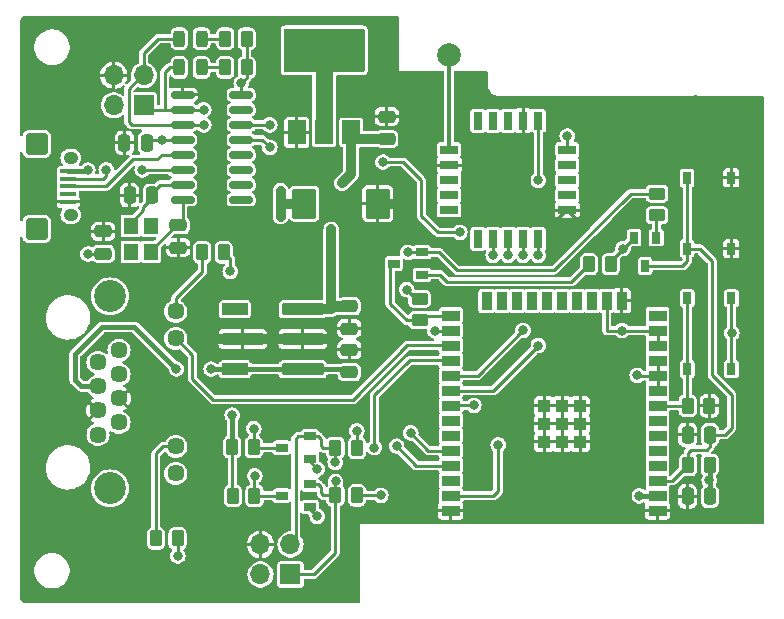
<source format=gtl>
G04 #@! TF.GenerationSoftware,KiCad,Pcbnew,7.0.7*
G04 #@! TF.CreationDate,2023-11-16T11:56:59+01:00*
G04 #@! TF.ProjectId,ithowifi_4l,6974686f-7769-4666-995f-346c2e6b6963,rev?*
G04 #@! TF.SameCoordinates,Original*
G04 #@! TF.FileFunction,Copper,L1,Top*
G04 #@! TF.FilePolarity,Positive*
%FSLAX46Y46*%
G04 Gerber Fmt 4.6, Leading zero omitted, Abs format (unit mm)*
G04 Created by KiCad (PCBNEW 7.0.7) date 2023-11-16 11:56:59*
%MOMM*%
%LPD*%
G01*
G04 APERTURE LIST*
G04 Aperture macros list*
%AMRoundRect*
0 Rectangle with rounded corners*
0 $1 Rounding radius*
0 $2 $3 $4 $5 $6 $7 $8 $9 X,Y pos of 4 corners*
0 Add a 4 corners polygon primitive as box body*
4,1,4,$2,$3,$4,$5,$6,$7,$8,$9,$2,$3,0*
0 Add four circle primitives for the rounded corners*
1,1,$1+$1,$2,$3*
1,1,$1+$1,$4,$5*
1,1,$1+$1,$6,$7*
1,1,$1+$1,$8,$9*
0 Add four rect primitives between the rounded corners*
20,1,$1+$1,$2,$3,$4,$5,0*
20,1,$1+$1,$4,$5,$6,$7,0*
20,1,$1+$1,$6,$7,$8,$9,0*
20,1,$1+$1,$8,$9,$2,$3,0*%
G04 Aperture macros list end*
G04 #@! TA.AperFunction,SMDPad,CuDef*
%ADD10R,1.500000X0.900000*%
G04 #@! TD*
G04 #@! TA.AperFunction,SMDPad,CuDef*
%ADD11R,0.900000X1.500000*%
G04 #@! TD*
G04 #@! TA.AperFunction,SMDPad,CuDef*
%ADD12R,1.050000X1.050000*%
G04 #@! TD*
G04 #@! TA.AperFunction,SMDPad,CuDef*
%ADD13RoundRect,0.250000X0.262500X0.450000X-0.262500X0.450000X-0.262500X-0.450000X0.262500X-0.450000X0*%
G04 #@! TD*
G04 #@! TA.AperFunction,ComponentPad*
%ADD14R,1.700000X1.700000*%
G04 #@! TD*
G04 #@! TA.AperFunction,ComponentPad*
%ADD15O,1.700000X1.700000*%
G04 #@! TD*
G04 #@! TA.AperFunction,SMDPad,CuDef*
%ADD16RoundRect,0.250000X-0.262500X-0.450000X0.262500X-0.450000X0.262500X0.450000X-0.262500X0.450000X0*%
G04 #@! TD*
G04 #@! TA.AperFunction,SMDPad,CuDef*
%ADD17RoundRect,0.250000X0.450000X-0.262500X0.450000X0.262500X-0.450000X0.262500X-0.450000X-0.262500X0*%
G04 #@! TD*
G04 #@! TA.AperFunction,SMDPad,CuDef*
%ADD18R,1.350000X0.400000*%
G04 #@! TD*
G04 #@! TA.AperFunction,ComponentPad*
%ADD19RoundRect,0.273000X-0.677000X0.637000X-0.677000X-0.637000X0.677000X-0.637000X0.677000X0.637000X0*%
G04 #@! TD*
G04 #@! TA.AperFunction,ComponentPad*
%ADD20O,1.250000X1.050000*%
G04 #@! TD*
G04 #@! TA.AperFunction,SMDPad,CuDef*
%ADD21RoundRect,0.250000X0.250000X0.475000X-0.250000X0.475000X-0.250000X-0.475000X0.250000X-0.475000X0*%
G04 #@! TD*
G04 #@! TA.AperFunction,SMDPad,CuDef*
%ADD22R,1.000000X0.700000*%
G04 #@! TD*
G04 #@! TA.AperFunction,SMDPad,CuDef*
%ADD23R,1.500000X2.000000*%
G04 #@! TD*
G04 #@! TA.AperFunction,SMDPad,CuDef*
%ADD24R,3.800000X2.000000*%
G04 #@! TD*
G04 #@! TA.AperFunction,SMDPad,CuDef*
%ADD25R,0.800000X1.500000*%
G04 #@! TD*
G04 #@! TA.AperFunction,SMDPad,CuDef*
%ADD26R,1.500000X0.800000*%
G04 #@! TD*
G04 #@! TA.AperFunction,SMDPad,CuDef*
%ADD27RoundRect,0.105000X1.655000X-0.420000X1.655000X0.420000X-1.655000X0.420000X-1.655000X-0.420000X0*%
G04 #@! TD*
G04 #@! TA.AperFunction,SMDPad,CuDef*
%ADD28RoundRect,0.105000X1.005000X-0.420000X1.005000X0.420000X-1.005000X0.420000X-1.005000X-0.420000X0*%
G04 #@! TD*
G04 #@! TA.AperFunction,ComponentPad*
%ADD29C,1.446000*%
G04 #@! TD*
G04 #@! TA.AperFunction,ComponentPad*
%ADD30C,2.700000*%
G04 #@! TD*
G04 #@! TA.AperFunction,SMDPad,CuDef*
%ADD31RoundRect,0.250000X0.475000X-0.250000X0.475000X0.250000X-0.475000X0.250000X-0.475000X-0.250000X0*%
G04 #@! TD*
G04 #@! TA.AperFunction,SMDPad,CuDef*
%ADD32RoundRect,0.250000X-0.475000X0.250000X-0.475000X-0.250000X0.475000X-0.250000X0.475000X0.250000X0*%
G04 #@! TD*
G04 #@! TA.AperFunction,SMDPad,CuDef*
%ADD33R,0.700000X1.000000*%
G04 #@! TD*
G04 #@! TA.AperFunction,SMDPad,CuDef*
%ADD34RoundRect,0.250000X-0.787500X-1.025000X0.787500X-1.025000X0.787500X1.025000X-0.787500X1.025000X0*%
G04 #@! TD*
G04 #@! TA.AperFunction,SMDPad,CuDef*
%ADD35RoundRect,0.250000X-0.450000X0.262500X-0.450000X-0.262500X0.450000X-0.262500X0.450000X0.262500X0*%
G04 #@! TD*
G04 #@! TA.AperFunction,SMDPad,CuDef*
%ADD36RoundRect,0.250000X-0.250000X-0.475000X0.250000X-0.475000X0.250000X0.475000X-0.250000X0.475000X0*%
G04 #@! TD*
G04 #@! TA.AperFunction,SMDPad,CuDef*
%ADD37R,0.750000X1.000000*%
G04 #@! TD*
G04 #@! TA.AperFunction,SMDPad,CuDef*
%ADD38RoundRect,0.243750X-0.243750X-0.456250X0.243750X-0.456250X0.243750X0.456250X-0.243750X0.456250X0*%
G04 #@! TD*
G04 #@! TA.AperFunction,SMDPad,CuDef*
%ADD39RoundRect,0.150000X-0.825000X-0.150000X0.825000X-0.150000X0.825000X0.150000X-0.825000X0.150000X0*%
G04 #@! TD*
G04 #@! TA.AperFunction,SMDPad,CuDef*
%ADD40R,1.200000X1.400000*%
G04 #@! TD*
G04 #@! TA.AperFunction,ComponentPad*
%ADD41C,2.000000*%
G04 #@! TD*
G04 #@! TA.AperFunction,ViaPad*
%ADD42C,0.800000*%
G04 #@! TD*
G04 #@! TA.AperFunction,Conductor*
%ADD43C,0.250000*%
G04 #@! TD*
G04 #@! TA.AperFunction,Conductor*
%ADD44C,0.812800*%
G04 #@! TD*
G04 #@! TA.AperFunction,Conductor*
%ADD45C,0.406400*%
G04 #@! TD*
G04 #@! TA.AperFunction,Conductor*
%ADD46C,0.254000*%
G04 #@! TD*
G04 #@! TA.AperFunction,Conductor*
%ADD47C,0.293370*%
G04 #@! TD*
G04 #@! TA.AperFunction,Conductor*
%ADD48C,1.473200*%
G04 #@! TD*
G04 #@! TA.AperFunction,Conductor*
%ADD49C,0.355600*%
G04 #@! TD*
G04 APERTURE END LIST*
D10*
X106743200Y-148615406D03*
X106743200Y-147345406D03*
X106743200Y-146075406D03*
X106743200Y-144805406D03*
X106743200Y-143535406D03*
X106743200Y-142265406D03*
X106743200Y-140995406D03*
X106743200Y-139725406D03*
X106743200Y-138455406D03*
X106743200Y-137185406D03*
X106743200Y-135915406D03*
X106743200Y-134645406D03*
X106743200Y-133375406D03*
X106743200Y-132105406D03*
D11*
X103713200Y-130855406D03*
X102443200Y-130855406D03*
X101173200Y-130855406D03*
X99903200Y-130855406D03*
X98633200Y-130855406D03*
X97363200Y-130855406D03*
X96093200Y-130855406D03*
X94823200Y-130855406D03*
X93553200Y-130855406D03*
X92283200Y-130855406D03*
D10*
X89243200Y-132105406D03*
X89243200Y-133375406D03*
X89243200Y-134645406D03*
X89243200Y-135915406D03*
X89243200Y-137185406D03*
X89243200Y-138455406D03*
X89243200Y-139725406D03*
X89243200Y-140995406D03*
X89243200Y-142265406D03*
X89243200Y-143535406D03*
X89243200Y-144805406D03*
X89243200Y-146075406D03*
X89243200Y-147345406D03*
X89243200Y-148615406D03*
D12*
X100198200Y-142800406D03*
X100198200Y-141275406D03*
X100198200Y-139750406D03*
X98673200Y-142800406D03*
X98673200Y-141275406D03*
X98673200Y-139750406D03*
X97148200Y-142800406D03*
X97148200Y-141275406D03*
X97148200Y-139750406D03*
D13*
X111131500Y-139734000D03*
X109306500Y-139734000D03*
D14*
X75666600Y-154025600D03*
D15*
X73126600Y-154025600D03*
X75666600Y-151485600D03*
X73126600Y-151485600D03*
D16*
X109330000Y-144754600D03*
X111155000Y-144754600D03*
D17*
X86600000Y-132500000D03*
X86600000Y-130675000D03*
D18*
X56853200Y-119868000D03*
X56853200Y-120518000D03*
X56853200Y-121168000D03*
X56853200Y-121818000D03*
X56853200Y-122468000D03*
D19*
X54178200Y-117568000D03*
D20*
X57078200Y-118743000D03*
X57078200Y-123593000D03*
D19*
X54178200Y-124768000D03*
D21*
X111182000Y-147412500D03*
X109282000Y-147412500D03*
D22*
X77338202Y-144234092D03*
X77338202Y-142334092D03*
X74938202Y-143284092D03*
X77338200Y-148296600D03*
X77338200Y-146396600D03*
X74938200Y-147346600D03*
D16*
X79476200Y-147320000D03*
X81301200Y-147320000D03*
X79476200Y-143319500D03*
X81301200Y-143319500D03*
D13*
X72620700Y-147372000D03*
X70795700Y-147372000D03*
X70024000Y-126746000D03*
X68199000Y-126746000D03*
D23*
X76211400Y-116599500D03*
X78511400Y-116599500D03*
D24*
X78511400Y-110299500D03*
D23*
X80811400Y-116599500D03*
D25*
X96640000Y-115600000D03*
X95370010Y-115600000D03*
X94100000Y-115600000D03*
X92830000Y-115600000D03*
X91560000Y-115600000D03*
D26*
X89100000Y-118060000D03*
X89100000Y-119329990D03*
X89100000Y-120600000D03*
X89100000Y-121870000D03*
X89100000Y-123140000D03*
D25*
X91560000Y-125600000D03*
X92830000Y-125600000D03*
X94100000Y-125600000D03*
X95370010Y-125600000D03*
X96640000Y-125600000D03*
D26*
X99100000Y-123140000D03*
X99100000Y-121870000D03*
X99100000Y-120600000D03*
X99100000Y-119329990D03*
X99100000Y-118060000D03*
D13*
X66103300Y-150977600D03*
X64278300Y-150977600D03*
D27*
X76708000Y-136634500D03*
X76708000Y-134094500D03*
X76708000Y-131554500D03*
D28*
X70978000Y-131554500D03*
D27*
X71628000Y-134094500D03*
D28*
X70978000Y-136634500D03*
D29*
X59372500Y-142176500D03*
X61152500Y-141156500D03*
X59372500Y-140136500D03*
X61152500Y-139116500D03*
X59372500Y-138096500D03*
X61152500Y-137076500D03*
X59372500Y-136056500D03*
X61152500Y-135036500D03*
X65962500Y-145466500D03*
X65962500Y-143176500D03*
X65962500Y-134036500D03*
X65962500Y-131746500D03*
D30*
X60392500Y-130476500D03*
X60392500Y-146736500D03*
D13*
X72568200Y-143243500D03*
X70743200Y-143243500D03*
D31*
X80645000Y-136906000D03*
X80645000Y-135006000D03*
D32*
X80645000Y-131318000D03*
X80645000Y-133218000D03*
D13*
X102775000Y-127750000D03*
X100950000Y-127750000D03*
D22*
X86800000Y-128650000D03*
X86800000Y-126750000D03*
X84400000Y-127700000D03*
D33*
X106650000Y-125500000D03*
X104750000Y-125500000D03*
X105700000Y-127900000D03*
D34*
X76821300Y-122631200D03*
X83046300Y-122631200D03*
D35*
X106700000Y-121775000D03*
X106700000Y-123600000D03*
D36*
X109301200Y-142189200D03*
X111201200Y-142189200D03*
D37*
X109250000Y-130638011D03*
X109250000Y-136638011D03*
X113000000Y-130638011D03*
X113000000Y-136638011D03*
D21*
X63942000Y-121920000D03*
X62042000Y-121920000D03*
D32*
X66167000Y-124460000D03*
X66167000Y-126360000D03*
D14*
X63246000Y-114300000D03*
D15*
X60706000Y-114300000D03*
X63246000Y-111760000D03*
X60706000Y-111760000D03*
D21*
X63500000Y-117475000D03*
X61600000Y-117475000D03*
D38*
X66262000Y-108666000D03*
X68137000Y-108666000D03*
D13*
X71962000Y-111092000D03*
X70137000Y-111092000D03*
X71962000Y-108666000D03*
X70137000Y-108666000D03*
D39*
X66538400Y-113414600D03*
X66538400Y-114684600D03*
X66538400Y-115954600D03*
X66538400Y-117224600D03*
X66538400Y-118494600D03*
X66538400Y-119764600D03*
X66538400Y-121034600D03*
X66538400Y-122304600D03*
X71488400Y-122304600D03*
X71488400Y-121034600D03*
X71488400Y-119764600D03*
X71488400Y-118494600D03*
X71488400Y-117224600D03*
X71488400Y-115954600D03*
X71488400Y-114684600D03*
X71488400Y-113414600D03*
D40*
X62142000Y-124503000D03*
X62142000Y-126703000D03*
X63842000Y-126703000D03*
X63842000Y-124503000D03*
D41*
X89052400Y-110032800D03*
D38*
X66262000Y-111092000D03*
X68137000Y-111092000D03*
D31*
X59817000Y-126868000D03*
X59817000Y-124968000D03*
D37*
X112991593Y-126444000D03*
X112991593Y-120444000D03*
X109241593Y-126444000D03*
X109241593Y-120444000D03*
D31*
X83820000Y-117155000D03*
X83820000Y-115255000D03*
D42*
X85039200Y-121531200D03*
X85039200Y-123731200D03*
X85039200Y-122631200D03*
X109270800Y-148844000D03*
X76225400Y-114427000D03*
X108000000Y-114100000D03*
X104400000Y-114100000D03*
X102600000Y-114100000D03*
X79121000Y-134112000D03*
X100800000Y-114100000D03*
X87400000Y-118000000D03*
X87900000Y-116650000D03*
X115150000Y-114100000D03*
X100177600Y-142824200D03*
X90200000Y-113450000D03*
X87400000Y-119350000D03*
X100177600Y-141300200D03*
X93600000Y-114100000D03*
X100177600Y-139750800D03*
X98679000Y-139750800D03*
X91650000Y-114050000D03*
X97155000Y-139725400D03*
X98679000Y-141300200D03*
X69088000Y-132969000D03*
X90200000Y-111900000D03*
X87900000Y-113450000D03*
X90200000Y-116650000D03*
X111600000Y-114100000D03*
X90200000Y-115000000D03*
X79121000Y-135255000D03*
X84201000Y-111887000D03*
X84201000Y-107442000D03*
X95400000Y-114100000D03*
X90800000Y-118000000D03*
X86100000Y-111900000D03*
X69088000Y-135255000D03*
X82473800Y-114325400D03*
X97155000Y-141274800D03*
X69088000Y-134112000D03*
X98679000Y-142824200D03*
X87630000Y-148590000D03*
X97200000Y-114100000D03*
X84201000Y-108966000D03*
X90800000Y-119350000D03*
X113350000Y-114100000D03*
X87900000Y-115000000D03*
X79121000Y-132969000D03*
X105308400Y-148640800D03*
X109800000Y-114100000D03*
X99000000Y-114100000D03*
X106200000Y-114100000D03*
X97155000Y-142798800D03*
X84201000Y-110490000D03*
X87900000Y-111887000D03*
X58510873Y-126883727D03*
X79121000Y-131572000D03*
X70739000Y-140538200D03*
X58510873Y-119790990D03*
X79121000Y-124815600D03*
X80010000Y-120904000D03*
X74828400Y-121531200D03*
X74828400Y-123731200D03*
X74828400Y-122631200D03*
X75844400Y-110299500D03*
X75844400Y-108458000D03*
X77495400Y-108458000D03*
X79336900Y-108458000D03*
X81241900Y-108458000D03*
X81241900Y-110236000D03*
X66120300Y-152467600D03*
X113030000Y-133578600D03*
X64770000Y-117221000D03*
X71501000Y-112445800D03*
X70561200Y-128371600D03*
X83312000Y-147320000D03*
X85500000Y-129900000D03*
X77927200Y-145097506D03*
X105206800Y-147370800D03*
X81280000Y-141859000D03*
X111125000Y-146050000D03*
X96650000Y-120650000D03*
X77927200Y-149098000D03*
X93250000Y-143050000D03*
X94100000Y-127000000D03*
X91200000Y-139700000D03*
X92830000Y-127000000D03*
X96650000Y-134650000D03*
X96640000Y-127000000D03*
X95350000Y-133350000D03*
X95370010Y-127000000D03*
X99100004Y-116900000D03*
X87900000Y-133400000D03*
X79460000Y-144530000D03*
X103733600Y-133375400D03*
X105029000Y-137160000D03*
X79480000Y-146140000D03*
X60071000Y-119761000D03*
X63119000Y-119761000D03*
X66014600Y-136626600D03*
X68943500Y-136634500D03*
X82778600Y-143281400D03*
X68326000Y-114681000D03*
X85852000Y-142036800D03*
X84658200Y-143154400D03*
X68326000Y-115951000D03*
X72644000Y-145669000D03*
X72567800Y-141681200D03*
X73914000Y-115951000D03*
X90000000Y-125050000D03*
X103825000Y-126425000D03*
X83500000Y-119099992D03*
X73914000Y-117856000D03*
X85600000Y-126750000D03*
D43*
X95370010Y-115600000D02*
X95370010Y-116770010D01*
X99100000Y-123140000D02*
X97760000Y-123140000D01*
D44*
X71628000Y-134094500D02*
X76708000Y-134094500D01*
X69105500Y-134094500D02*
X69088000Y-134112000D01*
D43*
X97760000Y-123140000D02*
X100490000Y-123140000D01*
X90429990Y-119329990D02*
X87829990Y-119329990D01*
D44*
X79103500Y-134094500D02*
X79121000Y-134112000D01*
X83046300Y-122631200D02*
X85039200Y-122631200D01*
D43*
X89100000Y-119329990D02*
X90429990Y-119329990D01*
X95370010Y-114129990D02*
X95400000Y-114100000D01*
D44*
X76708000Y-134094500D02*
X79103500Y-134094500D01*
X71628000Y-134094500D02*
X69105500Y-134094500D01*
D43*
X95370010Y-115600000D02*
X95370010Y-114129990D01*
D45*
X56805000Y-119868000D02*
X58433863Y-119868000D01*
X58433863Y-119868000D02*
X58510873Y-119790990D01*
D44*
X79121000Y-131572000D02*
X79121000Y-124815600D01*
X81366900Y-117155000D02*
X80811400Y-116599500D01*
X80645000Y-131318000D02*
X79375000Y-131318000D01*
X79103500Y-131554500D02*
X79121000Y-131572000D01*
D46*
X58526600Y-126868000D02*
X58510873Y-126883727D01*
X70743200Y-143243500D02*
X70743200Y-147319500D01*
D44*
X80811400Y-116599500D02*
X80811400Y-120102600D01*
D45*
X70743200Y-143243500D02*
X70743200Y-140542400D01*
D44*
X80811400Y-120102600D02*
X80010000Y-120904000D01*
X83820000Y-117155000D02*
X81366900Y-117155000D01*
D45*
X79121000Y-131572000D02*
X80645000Y-131572000D01*
D46*
X59817000Y-126868000D02*
X58526600Y-126868000D01*
D44*
X79375000Y-131318000D02*
X79121000Y-131572000D01*
D45*
X70743200Y-140542400D02*
X70739000Y-140538200D01*
D46*
X70743200Y-147319500D02*
X70795700Y-147372000D01*
D45*
X79121000Y-131572000D02*
X76725500Y-131572000D01*
D44*
X76708000Y-131554500D02*
X79103500Y-131554500D01*
X74828400Y-121531200D02*
X74828400Y-123731200D01*
D47*
X81326200Y-147320000D02*
X83312000Y-147320000D01*
X77138200Y-148309000D02*
X77927200Y-149098000D01*
D43*
X96640000Y-115600000D02*
X96640000Y-120640000D01*
D46*
X70561200Y-127283200D02*
X70561200Y-128371600D01*
D45*
X111182000Y-147412500D02*
X111182000Y-146107000D01*
D46*
X66120300Y-150994600D02*
X66103300Y-150977600D01*
D47*
X77138200Y-148296600D02*
X77138200Y-148309000D01*
D46*
X71488400Y-112458400D02*
X71501000Y-112445800D01*
X66120300Y-152467600D02*
X66120300Y-150994600D01*
X63754000Y-117221000D02*
X63500000Y-117475000D01*
X81301200Y-141880200D02*
X81280000Y-141859000D01*
X81301200Y-143319500D02*
X81301200Y-141880200D01*
X113000000Y-133608600D02*
X113030000Y-133578600D01*
X71962000Y-111092000D02*
X71962000Y-111984800D01*
X71962000Y-111984800D02*
X71501000Y-112445800D01*
D47*
X86600000Y-130675000D02*
X86275000Y-130675000D01*
D46*
X71962000Y-108666000D02*
X71962000Y-111092000D01*
X113000000Y-130638000D02*
X113000000Y-133548600D01*
X113000000Y-136638000D02*
X113000000Y-133608600D01*
D45*
X111155000Y-144754600D02*
X111155000Y-146020000D01*
X111182000Y-146107000D02*
X111125000Y-146050000D01*
X111155000Y-146020000D02*
X111125000Y-146050000D01*
D44*
X76821300Y-122631200D02*
X74896300Y-122631200D01*
D46*
X64770000Y-117221000D02*
X63754000Y-117221000D01*
D43*
X96640000Y-120640000D02*
X96650000Y-120650000D01*
D45*
X105232200Y-147345400D02*
X105206800Y-147370800D01*
D47*
X77138200Y-144234100D02*
X77927200Y-145097506D01*
X86275000Y-130675000D02*
X85500000Y-129900000D01*
D45*
X106743200Y-147345400D02*
X105232200Y-147345400D01*
D46*
X66534800Y-117221000D02*
X66538400Y-117224600D01*
X113000000Y-133548600D02*
X113030000Y-133578600D01*
X71488400Y-113414600D02*
X71488400Y-112458400D01*
X64770000Y-117221000D02*
X66534800Y-117221000D01*
X70024000Y-126746000D02*
X70561200Y-127283200D01*
D48*
X78511400Y-116599500D02*
X78511400Y-110299500D01*
D47*
X89243200Y-132105406D02*
X86994594Y-132105406D01*
X86994594Y-132105406D02*
X86600000Y-132500000D01*
X84100000Y-131100000D02*
X85500000Y-132500000D01*
X84100000Y-128000000D02*
X84100000Y-131100000D01*
X84400000Y-127700000D02*
X84100000Y-128000000D01*
X85500000Y-132500000D02*
X86600000Y-132500000D01*
D43*
X94100000Y-125600000D02*
X94100000Y-127000000D01*
D47*
X89243200Y-147345406D02*
X92854594Y-147345406D01*
X93250000Y-146950000D02*
X93250000Y-143050000D01*
X92854594Y-147345406D02*
X93250000Y-146950000D01*
X91200000Y-139700000D02*
X89268606Y-139700000D01*
X89268606Y-139700000D02*
X89243200Y-139725406D01*
X92830000Y-125600000D02*
X92830000Y-127000000D01*
D43*
X92844594Y-138455406D02*
X96650000Y-134650000D01*
X89243200Y-138455406D02*
X92844594Y-138455406D01*
X96640000Y-125600000D02*
X96640000Y-127000000D01*
X89243200Y-137185406D02*
X91514594Y-137185406D01*
X95370010Y-125600000D02*
X95370010Y-127000000D01*
X89257794Y-137200000D02*
X89243200Y-137185406D01*
X91514594Y-137185406D02*
X95350000Y-133350000D01*
D47*
X89243200Y-133375406D02*
X87924594Y-133375406D01*
X99100000Y-116900004D02*
X99100004Y-116900000D01*
X99100000Y-118060000D02*
X99100000Y-116900004D01*
X87924594Y-133375406D02*
X87900000Y-133400000D01*
D46*
X63942000Y-121706600D02*
X64614000Y-121034600D01*
X62142000Y-124503000D02*
X62142000Y-124255900D01*
X63220600Y-122885200D02*
X63942000Y-122163800D01*
X64614000Y-121034600D02*
X66538400Y-121034600D01*
X62142000Y-124255900D02*
X63220600Y-123177300D01*
X63942000Y-121920000D02*
X63942000Y-121706600D01*
X63942000Y-122163800D02*
X63942000Y-121920000D01*
X63220600Y-123177300D02*
X63220600Y-122885200D01*
X111379000Y-137160000D02*
X113030000Y-138811000D01*
X111201200Y-142189200D02*
X111201200Y-143179800D01*
D43*
X105700000Y-127900000D02*
X108850000Y-127900000D01*
D46*
X113030000Y-141605000D02*
X112445800Y-142189200D01*
D43*
X109241593Y-127508407D02*
X109241593Y-126444000D01*
D46*
X111201200Y-143179800D02*
X110896400Y-143484600D01*
X109550200Y-143484600D02*
X109330000Y-143704800D01*
X106743200Y-146075400D02*
X108009200Y-146075400D01*
X109330000Y-143704800D02*
X109330000Y-144754600D01*
X110315000Y-126444000D02*
X111379000Y-127508000D01*
X109193600Y-126492000D02*
X109241600Y-126444000D01*
D43*
X108850000Y-127900000D02*
X109241593Y-127508407D01*
D46*
X109241600Y-120444000D02*
X109241600Y-126444000D01*
X109241600Y-126444000D02*
X110315000Y-126444000D01*
X108009200Y-146075400D02*
X109330000Y-144754600D01*
X110896400Y-143484600D02*
X109550200Y-143484600D01*
X113030000Y-138811000D02*
X113030000Y-141605000D01*
X112445800Y-142189200D02*
X111201200Y-142189200D01*
X111379000Y-127508000D02*
X111379000Y-137160000D01*
X63842000Y-126703000D02*
X63842000Y-126607200D01*
X66538400Y-124088600D02*
X66167000Y-124460000D01*
X63842000Y-126607200D02*
X65989200Y-124460000D01*
X65989200Y-124460000D02*
X66167000Y-124460000D01*
X66538400Y-122304600D02*
X66538400Y-124088600D01*
D49*
X89100000Y-118060000D02*
X89100000Y-110080400D01*
D47*
X89100000Y-110080400D02*
X89052400Y-110032800D01*
D46*
X76334500Y-142334100D02*
X76098400Y-142570200D01*
X79468200Y-143302500D02*
X79451200Y-143319500D01*
X78261700Y-143158500D02*
X78422700Y-143319500D01*
X76098400Y-142570200D02*
X76098400Y-151053800D01*
X78008800Y-142334100D02*
X77138200Y-142334100D01*
D47*
X79476200Y-144573804D02*
X79450000Y-144600004D01*
X79476200Y-143319500D02*
X79476200Y-144573804D01*
D46*
X78422700Y-143319500D02*
X79451200Y-143319500D01*
X102443200Y-133375400D02*
X102443200Y-130855400D01*
X77138200Y-142334100D02*
X76334500Y-142334100D01*
X103733600Y-133375400D02*
X102443200Y-133375400D01*
X78261700Y-142587000D02*
X78261700Y-143158500D01*
X106743200Y-134645400D02*
X106743200Y-133375400D01*
X76098400Y-151053800D02*
X75666600Y-151485600D01*
X106743200Y-133375400D02*
X103733600Y-133375400D01*
X78261700Y-142587000D02*
X78008800Y-142334100D01*
X106743200Y-135915400D02*
X106743200Y-137185400D01*
D47*
X79476200Y-147320000D02*
X79476200Y-146075800D01*
D46*
X78007300Y-146396600D02*
X78261700Y-146651000D01*
D47*
X106743200Y-137185400D02*
X105054400Y-137185400D01*
X105054400Y-137185400D02*
X105029000Y-137160000D01*
X79476200Y-146075800D02*
X79502000Y-146050000D01*
D46*
X75666600Y-154025600D02*
X77622400Y-154025600D01*
X78261700Y-146651000D02*
X78261700Y-147159000D01*
X78261700Y-147159000D02*
X78422700Y-147320000D01*
X77138200Y-146396600D02*
X78007300Y-146396600D01*
X78422700Y-147320000D02*
X79451200Y-147320000D01*
X77622400Y-154025600D02*
X79451200Y-152196800D01*
X79451200Y-152196800D02*
X79451200Y-147320000D01*
X106743200Y-138455400D02*
X106743200Y-137185400D01*
X59822000Y-120518000D02*
X56853200Y-120518000D01*
X63122600Y-119764600D02*
X63119000Y-119761000D01*
X60071000Y-120269000D02*
X59822000Y-120518000D01*
X60071000Y-119761000D02*
X60071000Y-120269000D01*
X66538400Y-119764600D02*
X63122600Y-119764600D01*
D45*
X70978000Y-136634500D02*
X76708000Y-136634500D01*
X76708000Y-136634500D02*
X80622500Y-136634500D01*
X70978000Y-136634500D02*
X68943500Y-136634500D01*
X57404000Y-137541000D02*
X57959500Y-138096500D01*
X66014600Y-136626600D02*
X62458600Y-133070600D01*
X57404000Y-135356600D02*
X57404000Y-137541000D01*
X59690000Y-133070600D02*
X57404000Y-135356600D01*
X57959500Y-138096500D02*
X59372500Y-138096500D01*
X80622500Y-136634500D02*
X80670400Y-136682400D01*
X62458600Y-133070600D02*
X59690000Y-133070600D01*
D46*
X85750400Y-135890000D02*
X82778600Y-138861800D01*
X82778600Y-138861800D02*
X82778600Y-143281400D01*
X89181879Y-135890000D02*
X85750400Y-135890000D01*
X89243227Y-135915373D02*
G75*
G03*
X89181879Y-135890000I-61327J-61427D01*
G01*
X56853200Y-121168000D02*
X60061000Y-121168000D01*
X60061000Y-121168000D02*
X62357000Y-118872000D01*
X62357000Y-118872000D02*
X64389000Y-118872000D01*
X64766400Y-118494600D02*
X66538400Y-118494600D01*
X64389000Y-118872000D02*
X64766400Y-118494600D01*
X63630600Y-114684600D02*
X63246000Y-114300000D01*
X85852000Y-142036800D02*
X87350606Y-143535406D01*
X66262000Y-111092000D02*
X65438000Y-111092000D01*
X66538400Y-114684600D02*
X68322400Y-114684600D01*
X66538400Y-114684600D02*
X65027600Y-114684600D01*
X65027600Y-114684600D02*
X63630600Y-114684600D01*
X68322400Y-114684600D02*
X68326000Y-114681000D01*
X65027600Y-111502400D02*
X65027600Y-114684600D01*
X87350606Y-143535406D02*
X89243200Y-143535406D01*
X65438000Y-111092000D02*
X65027600Y-111502400D01*
D47*
X66542000Y-115951000D02*
X66538400Y-115954600D01*
D46*
X61976000Y-115697000D02*
X61976000Y-112903000D01*
X66538400Y-115954600D02*
X62233600Y-115954600D01*
D47*
X86309206Y-144805406D02*
X84658200Y-143154400D01*
D46*
X64435000Y-108666000D02*
X63246000Y-109855000D01*
D47*
X89243200Y-144805406D02*
X86309206Y-144805406D01*
D46*
X63119000Y-111760000D02*
X63246000Y-111760000D01*
X62233600Y-115954600D02*
X61976000Y-115697000D01*
X61976000Y-112903000D02*
X63119000Y-111760000D01*
D47*
X68326000Y-115951000D02*
X66542000Y-115951000D01*
D46*
X66262000Y-108666000D02*
X64435000Y-108666000D01*
X63246000Y-109855000D02*
X63246000Y-111760000D01*
D47*
X74938200Y-147346600D02*
X72646100Y-147346600D01*
X72646100Y-147346600D02*
X72620700Y-147372000D01*
X72620700Y-145692300D02*
X72644000Y-145669000D01*
X72620700Y-147372000D02*
X72620700Y-145692300D01*
X72568200Y-143243500D02*
X72568200Y-141681600D01*
X72568200Y-141681600D02*
X72567800Y-141681200D01*
X74938202Y-143284092D02*
X72608792Y-143284092D01*
X72608792Y-143284092D02*
X72568200Y-143243500D01*
X68137000Y-111092000D02*
X70137000Y-111092000D01*
X68137000Y-108666000D02*
X70137000Y-108666000D01*
D43*
X106650000Y-125500000D02*
X106650000Y-123650000D01*
X106650000Y-123650000D02*
X106700000Y-123600000D01*
X88950000Y-129250000D02*
X99450000Y-129250000D01*
X86800000Y-128650000D02*
X88350000Y-128650000D01*
X88350000Y-128650000D02*
X88950000Y-129250000D01*
X99450000Y-129250000D02*
X100950000Y-127750000D01*
D46*
X65962500Y-143176500D02*
X64874900Y-143176500D01*
X64874900Y-143176500D02*
X64278300Y-143773100D01*
X64278300Y-143773100D02*
X64278300Y-150977600D01*
X65962500Y-130633500D02*
X68199000Y-128397000D01*
X65962500Y-131746500D02*
X65962500Y-130633500D01*
X68199000Y-128397000D02*
X68199000Y-126746000D01*
X109250000Y-139677500D02*
X109250000Y-136638000D01*
X106743200Y-139725400D02*
X109297900Y-139725400D01*
X109306500Y-139734000D02*
X109250000Y-139677500D01*
X109297900Y-139725400D02*
X109306500Y-139734000D01*
X109250000Y-136638000D02*
X109250000Y-130638000D01*
X109272900Y-139725400D02*
X109281500Y-139734000D01*
D43*
X102775000Y-127750000D02*
X102775000Y-127475000D01*
X86750000Y-120650000D02*
X86750000Y-123650000D01*
D46*
X73910400Y-115954600D02*
X73914000Y-115951000D01*
X71488400Y-115954600D02*
X73910400Y-115954600D01*
D43*
X86750000Y-123650000D02*
X88150000Y-125050000D01*
X88150000Y-125050000D02*
X90000000Y-125050000D01*
X85199992Y-119099992D02*
X86750000Y-120650000D01*
X83500000Y-119099992D02*
X85199992Y-119099992D01*
X102775000Y-127475000D02*
X104750000Y-125500000D01*
X86800000Y-126750000D02*
X85600000Y-126750000D01*
X88250000Y-126750000D02*
X86800000Y-126750000D01*
D47*
X73282600Y-117224600D02*
X73914000Y-117856000D01*
D43*
X106700000Y-121775000D02*
X104475000Y-121775000D01*
D47*
X71488400Y-117224600D02*
X73282600Y-117224600D01*
D43*
X104475000Y-121775000D02*
X98000000Y-128250000D01*
X89750000Y-128250000D02*
X88250000Y-126750000D01*
X98000000Y-128250000D02*
X89750000Y-128250000D01*
D46*
X67358800Y-135432800D02*
X65962500Y-134036500D01*
X80949800Y-139217400D02*
X69138800Y-139217400D01*
X85547200Y-134620000D02*
X80949800Y-139217400D01*
X69138800Y-139217400D02*
X67358800Y-137437400D01*
X89181879Y-134620000D02*
X85547200Y-134620000D01*
X67358800Y-137437400D02*
X67358800Y-135432800D01*
X89243227Y-134645373D02*
G75*
G03*
X89181879Y-134620000I-61327J-61427D01*
G01*
G04 #@! TA.AperFunction,Conductor*
G36*
X81882521Y-107822151D02*
G01*
X81929014Y-107875807D01*
X81940400Y-107928149D01*
X81940400Y-111359149D01*
X81920398Y-111427270D01*
X81866742Y-111473763D01*
X81814400Y-111485149D01*
X75208400Y-111485149D01*
X75140279Y-111465147D01*
X75093786Y-111411491D01*
X75082400Y-111359149D01*
X75082400Y-107928149D01*
X75102402Y-107860028D01*
X75156058Y-107813535D01*
X75208400Y-107802149D01*
X81814400Y-107802149D01*
X81882521Y-107822151D01*
G37*
G04 #@! TD.AperFunction*
G04 #@! TA.AperFunction,Conductor*
G36*
X84794531Y-106737713D02*
G01*
X84831076Y-106788013D01*
X84836000Y-106819100D01*
X84836000Y-111379000D01*
X88567100Y-111379000D01*
X88626231Y-111398213D01*
X88662776Y-111448513D01*
X88667700Y-111479600D01*
X88667700Y-117304900D01*
X88648487Y-117364031D01*
X88598187Y-117400576D01*
X88567100Y-117405500D01*
X88324934Y-117405500D01*
X88250698Y-117420266D01*
X88250695Y-117420267D01*
X88166517Y-117476514D01*
X88166515Y-117476516D01*
X88110265Y-117560700D01*
X88095500Y-117634933D01*
X88095500Y-118485065D01*
X88110266Y-118559301D01*
X88110267Y-118559304D01*
X88136243Y-118598179D01*
X88153120Y-118658019D01*
X88131601Y-118716350D01*
X88123734Y-118725204D01*
X88094183Y-118754755D01*
X88048156Y-118858995D01*
X88045200Y-118884472D01*
X88045200Y-119775495D01*
X88045201Y-119775510D01*
X88048156Y-119800982D01*
X88048157Y-119800986D01*
X88094183Y-119905224D01*
X88123742Y-119934784D01*
X88151968Y-119990182D01*
X88142241Y-120051591D01*
X88136252Y-120061808D01*
X88110265Y-120100699D01*
X88095500Y-120174933D01*
X88095500Y-121025065D01*
X88110266Y-121099301D01*
X88110267Y-121099304D01*
X88163592Y-121179109D01*
X88180469Y-121238949D01*
X88163593Y-121290890D01*
X88110265Y-121370699D01*
X88095500Y-121444933D01*
X88095500Y-122295065D01*
X88110266Y-122369301D01*
X88110267Y-122369304D01*
X88163592Y-122449109D01*
X88180469Y-122508949D01*
X88163593Y-122560890D01*
X88110265Y-122640699D01*
X88095500Y-122714933D01*
X88095500Y-123565065D01*
X88110266Y-123639301D01*
X88110267Y-123639304D01*
X88166514Y-123723482D01*
X88166515Y-123723483D01*
X88166516Y-123723484D01*
X88250699Y-123779734D01*
X88324933Y-123794500D01*
X89875066Y-123794499D01*
X89949301Y-123779734D01*
X90033484Y-123723484D01*
X90089734Y-123639301D01*
X90100435Y-123585505D01*
X98045200Y-123585505D01*
X98045201Y-123585520D01*
X98048156Y-123610992D01*
X98048157Y-123610996D01*
X98094183Y-123715234D01*
X98174765Y-123795816D01*
X98237068Y-123823325D01*
X99028864Y-123031529D01*
X99084262Y-123003303D01*
X99145670Y-123013029D01*
X99171134Y-123031529D01*
X99962930Y-123823325D01*
X100025236Y-123795815D01*
X100105816Y-123715234D01*
X100151843Y-123610994D01*
X100154799Y-123585517D01*
X100154799Y-122694494D01*
X100154798Y-122694479D01*
X100151843Y-122669007D01*
X100151842Y-122669003D01*
X100105816Y-122564765D01*
X100076261Y-122535209D01*
X100048035Y-122479811D01*
X100057762Y-122418402D01*
X100063740Y-122408201D01*
X100089734Y-122369301D01*
X100104500Y-122295067D01*
X100104499Y-121444934D01*
X100089734Y-121370699D01*
X100089732Y-121370697D01*
X100089732Y-121370695D01*
X100036407Y-121290890D01*
X100019530Y-121231050D01*
X100036407Y-121179109D01*
X100089734Y-121099301D01*
X100104500Y-121025067D01*
X100104499Y-120174934D01*
X100089734Y-120100699D01*
X100089732Y-120100697D01*
X100089732Y-120100695D01*
X100036404Y-120020885D01*
X100019527Y-119961045D01*
X100036403Y-119909104D01*
X100089734Y-119829291D01*
X100104500Y-119755057D01*
X100104499Y-118904924D01*
X100089734Y-118830689D01*
X100036410Y-118750885D01*
X100019534Y-118691045D01*
X100036411Y-118639103D01*
X100089734Y-118559301D01*
X100104500Y-118485067D01*
X100104499Y-117634934D01*
X100089734Y-117560699D01*
X100089732Y-117560697D01*
X100089732Y-117560695D01*
X100033485Y-117476517D01*
X100033483Y-117476515D01*
X99949302Y-117420267D01*
X99949301Y-117420266D01*
X99949300Y-117420265D01*
X99949299Y-117420265D01*
X99893498Y-117409166D01*
X99875067Y-117405500D01*
X99875066Y-117405500D01*
X99738036Y-117405500D01*
X99678905Y-117386287D01*
X99642360Y-117335987D01*
X99642360Y-117273813D01*
X99655244Y-117247753D01*
X99683790Y-117206396D01*
X99683791Y-117206395D01*
X99740153Y-117057782D01*
X99759311Y-116900000D01*
X99740153Y-116742218D01*
X99683791Y-116593605D01*
X99593502Y-116462799D01*
X99593499Y-116462796D01*
X99593498Y-116462795D01*
X99474535Y-116357402D01*
X99474534Y-116357401D01*
X99333799Y-116283538D01*
X99333798Y-116283537D01*
X99333797Y-116283537D01*
X99240296Y-116260491D01*
X99179477Y-116245500D01*
X99179475Y-116245500D01*
X99020533Y-116245500D01*
X99020530Y-116245500D01*
X98911570Y-116272357D01*
X98866211Y-116283537D01*
X98866210Y-116283537D01*
X98866208Y-116283538D01*
X98725473Y-116357401D01*
X98725472Y-116357402D01*
X98606509Y-116462795D01*
X98606508Y-116462796D01*
X98516216Y-116593606D01*
X98459855Y-116742218D01*
X98440697Y-116900000D01*
X98459855Y-117057781D01*
X98516217Y-117206395D01*
X98516217Y-117206396D01*
X98544764Y-117247753D01*
X98562543Y-117307331D01*
X98541906Y-117365981D01*
X98490738Y-117401300D01*
X98461973Y-117405500D01*
X98324934Y-117405500D01*
X98250698Y-117420266D01*
X98250695Y-117420267D01*
X98166517Y-117476514D01*
X98166515Y-117476516D01*
X98110265Y-117560700D01*
X98095500Y-117634933D01*
X98095500Y-118485065D01*
X98107329Y-118544534D01*
X98110266Y-118559301D01*
X98136244Y-118598179D01*
X98163589Y-118639104D01*
X98180465Y-118698944D01*
X98163589Y-118750885D01*
X98110265Y-118830689D01*
X98095500Y-118904923D01*
X98095500Y-119755055D01*
X98102648Y-119790990D01*
X98110266Y-119829291D01*
X98156497Y-119898479D01*
X98163596Y-119909104D01*
X98180472Y-119968944D01*
X98163596Y-120020885D01*
X98110265Y-120100699D01*
X98095500Y-120174933D01*
X98095500Y-121025065D01*
X98110266Y-121099301D01*
X98110267Y-121099304D01*
X98163592Y-121179109D01*
X98180469Y-121238949D01*
X98163593Y-121290890D01*
X98110265Y-121370699D01*
X98095500Y-121444933D01*
X98095500Y-122295065D01*
X98103862Y-122337105D01*
X98110266Y-122369301D01*
X98136248Y-122408185D01*
X98153124Y-122468025D01*
X98131605Y-122526356D01*
X98123738Y-122535210D01*
X98094183Y-122564765D01*
X98048156Y-122669005D01*
X98045200Y-122694482D01*
X98045200Y-123585505D01*
X90100435Y-123585505D01*
X90104500Y-123565067D01*
X90104499Y-122714934D01*
X90089734Y-122640699D01*
X90089732Y-122640697D01*
X90089732Y-122640695D01*
X90036407Y-122560890D01*
X90019530Y-122501050D01*
X90036407Y-122449109D01*
X90089734Y-122369301D01*
X90104500Y-122295067D01*
X90104499Y-121444934D01*
X90089734Y-121370699D01*
X90089732Y-121370697D01*
X90089732Y-121370695D01*
X90036407Y-121290890D01*
X90019530Y-121231050D01*
X90036407Y-121179109D01*
X90089734Y-121099301D01*
X90104500Y-121025067D01*
X90104499Y-120174934D01*
X90089734Y-120100699D01*
X90089732Y-120100697D01*
X90089732Y-120100695D01*
X90063748Y-120061808D01*
X90046871Y-120001969D01*
X90068389Y-119943637D01*
X90076259Y-119934781D01*
X90105816Y-119905223D01*
X90151843Y-119800984D01*
X90154799Y-119775507D01*
X90154799Y-118884484D01*
X90154798Y-118884469D01*
X90151843Y-118858997D01*
X90151842Y-118858993D01*
X90105816Y-118754755D01*
X90076265Y-118725203D01*
X90048039Y-118669805D01*
X90057766Y-118608396D01*
X90063744Y-118598195D01*
X90089734Y-118559301D01*
X90104500Y-118485067D01*
X90104499Y-117634934D01*
X90089734Y-117560699D01*
X90089732Y-117560697D01*
X90089732Y-117560695D01*
X90033485Y-117476517D01*
X90033483Y-117476515D01*
X89949302Y-117420267D01*
X89949301Y-117420266D01*
X89949300Y-117420265D01*
X89949299Y-117420265D01*
X89893498Y-117409166D01*
X89875067Y-117405500D01*
X89875066Y-117405500D01*
X89632900Y-117405500D01*
X89573769Y-117386287D01*
X89537224Y-117335987D01*
X89532300Y-117304900D01*
X89532300Y-116375065D01*
X90905500Y-116375065D01*
X90920266Y-116449301D01*
X90920267Y-116449304D01*
X90976514Y-116533482D01*
X90976515Y-116533483D01*
X90976516Y-116533484D01*
X91060699Y-116589734D01*
X91134933Y-116604500D01*
X91985066Y-116604499D01*
X92059301Y-116589734D01*
X92139110Y-116536406D01*
X92198948Y-116519530D01*
X92250890Y-116536406D01*
X92330699Y-116589734D01*
X92404933Y-116604500D01*
X93255066Y-116604499D01*
X93329301Y-116589734D01*
X93409110Y-116536406D01*
X93468948Y-116519530D01*
X93520890Y-116536406D01*
X93600699Y-116589734D01*
X93674933Y-116604500D01*
X94525066Y-116604499D01*
X94599301Y-116589734D01*
X94638192Y-116563747D01*
X94698029Y-116546870D01*
X94756361Y-116568389D01*
X94765217Y-116576258D01*
X94794775Y-116605816D01*
X94899015Y-116651843D01*
X94924495Y-116654799D01*
X95815515Y-116654799D01*
X95815530Y-116654798D01*
X95841002Y-116651843D01*
X95841006Y-116651842D01*
X95945244Y-116605816D01*
X95974795Y-116576266D01*
X96030193Y-116548040D01*
X96091601Y-116557766D01*
X96101818Y-116563754D01*
X96140699Y-116589734D01*
X96179526Y-116597457D01*
X96233771Y-116627834D01*
X96259802Y-116684296D01*
X96260500Y-116696123D01*
X96260500Y-120075388D01*
X96241287Y-120134519D01*
X96226610Y-120150688D01*
X96156505Y-120212795D01*
X96156504Y-120212796D01*
X96066212Y-120343606D01*
X96026993Y-120447018D01*
X96009851Y-120492218D01*
X95990693Y-120650000D01*
X96009851Y-120807782D01*
X96066213Y-120956395D01*
X96156502Y-121087201D01*
X96156503Y-121087202D01*
X96156504Y-121087203D01*
X96156505Y-121087204D01*
X96275468Y-121192597D01*
X96275469Y-121192598D01*
X96286714Y-121198500D01*
X96416207Y-121266463D01*
X96570529Y-121304500D01*
X96570533Y-121304500D01*
X96729467Y-121304500D01*
X96729471Y-121304500D01*
X96883793Y-121266463D01*
X97024529Y-121192599D01*
X97143498Y-121087201D01*
X97233787Y-120956395D01*
X97290149Y-120807782D01*
X97309307Y-120650000D01*
X97290149Y-120492218D01*
X97233787Y-120343605D01*
X97143498Y-120212799D01*
X97053388Y-120132968D01*
X97021870Y-120079376D01*
X97019500Y-120057669D01*
X97019500Y-116696123D01*
X97038713Y-116636992D01*
X97089013Y-116600447D01*
X97100474Y-116597456D01*
X97139301Y-116589734D01*
X97223484Y-116533484D01*
X97279734Y-116449301D01*
X97294500Y-116375067D01*
X97294499Y-114824934D01*
X97279734Y-114750699D01*
X97279732Y-114750697D01*
X97279732Y-114750695D01*
X97223485Y-114666517D01*
X97223483Y-114666515D01*
X97159470Y-114623743D01*
X97139301Y-114610266D01*
X97139300Y-114610265D01*
X97139299Y-114610265D01*
X97083498Y-114599166D01*
X97065067Y-114595500D01*
X97065066Y-114595500D01*
X96214934Y-114595500D01*
X96140698Y-114610266D01*
X96140696Y-114610267D01*
X96101819Y-114636244D01*
X96041979Y-114653120D01*
X95983648Y-114631601D01*
X95974794Y-114623733D01*
X95945244Y-114594183D01*
X95841004Y-114548156D01*
X95815524Y-114545200D01*
X94924504Y-114545200D01*
X94924489Y-114545201D01*
X94899017Y-114548156D01*
X94899013Y-114548157D01*
X94794775Y-114594183D01*
X94765214Y-114623743D01*
X94709816Y-114651968D01*
X94648407Y-114642240D01*
X94638191Y-114636252D01*
X94638179Y-114636244D01*
X94599301Y-114610266D01*
X94599300Y-114610265D01*
X94599299Y-114610265D01*
X94543498Y-114599166D01*
X94525067Y-114595500D01*
X94525066Y-114595500D01*
X93674934Y-114595500D01*
X93600699Y-114610266D01*
X93520890Y-114663593D01*
X93461050Y-114680469D01*
X93409110Y-114663593D01*
X93329301Y-114610266D01*
X93329298Y-114610265D01*
X93279586Y-114600377D01*
X93255067Y-114595500D01*
X93255066Y-114595500D01*
X92404934Y-114595500D01*
X92330699Y-114610266D01*
X92250890Y-114663593D01*
X92191050Y-114680469D01*
X92139110Y-114663593D01*
X92059301Y-114610266D01*
X92059298Y-114610265D01*
X92009586Y-114600377D01*
X91985067Y-114595500D01*
X91985066Y-114595500D01*
X91134934Y-114595500D01*
X91060698Y-114610266D01*
X91060695Y-114610267D01*
X90976517Y-114666514D01*
X90976515Y-114666516D01*
X90920265Y-114750700D01*
X90905500Y-114824933D01*
X90905500Y-116375065D01*
X89532300Y-116375065D01*
X89532300Y-111479600D01*
X89551513Y-111420469D01*
X89601813Y-111383924D01*
X89632900Y-111379000D01*
X92254485Y-111379000D01*
X92313616Y-111398213D01*
X92350161Y-111448513D01*
X92355085Y-111479636D01*
X92354699Y-112546446D01*
X92352607Y-112630393D01*
X92379354Y-112796765D01*
X92436061Y-112955436D01*
X92436066Y-112955446D01*
X92520822Y-113101075D01*
X92520824Y-113101077D01*
X92630781Y-113228764D01*
X92762226Y-113334199D01*
X92910731Y-113413828D01*
X93071290Y-113464968D01*
X93071294Y-113464968D01*
X93071300Y-113464970D01*
X93154823Y-113475423D01*
X93238492Y-113485895D01*
X93319612Y-113481035D01*
X93322617Y-113480946D01*
X109631484Y-113481802D01*
X109631571Y-113481831D01*
X109631572Y-113481805D01*
X109673216Y-113481842D01*
X109673216Y-113481843D01*
X109736073Y-113481901D01*
X109858685Y-113454153D01*
X109966196Y-113402870D01*
X110027834Y-113394754D01*
X110082475Y-113424420D01*
X110109243Y-113480536D01*
X110110071Y-113496251D01*
X110108999Y-113537999D01*
X110109000Y-113538000D01*
X115680900Y-113538000D01*
X115740031Y-113557213D01*
X115776576Y-113607513D01*
X115781500Y-113638600D01*
X115781500Y-149667400D01*
X115762287Y-149726531D01*
X115711987Y-149763076D01*
X115680900Y-149768000D01*
X81532000Y-149768000D01*
X81532000Y-156316900D01*
X81512787Y-156376031D01*
X81462487Y-156412576D01*
X81431400Y-156417500D01*
X53235298Y-156417500D01*
X53228727Y-156417069D01*
X53210655Y-156414690D01*
X53128792Y-156403912D01*
X53103425Y-156397115D01*
X53019487Y-156362347D01*
X52996743Y-156349216D01*
X52924660Y-156293904D01*
X52906095Y-156275339D01*
X52850781Y-156203252D01*
X52837654Y-156180516D01*
X52802884Y-156096574D01*
X52796087Y-156071206D01*
X52782931Y-155971274D01*
X52782500Y-155964702D01*
X52782500Y-153828340D01*
X53981500Y-153828340D01*
X54022429Y-154073613D01*
X54103171Y-154308809D01*
X54103172Y-154308810D01*
X54221521Y-154527501D01*
X54221523Y-154527503D01*
X54221526Y-154527509D01*
X54374262Y-154723744D01*
X54374266Y-154723749D01*
X54521668Y-154859441D01*
X54557215Y-154892164D01*
X54765393Y-155028173D01*
X54993119Y-155128063D01*
X55234179Y-155189108D01*
X55234182Y-155189108D01*
X55234185Y-155189109D01*
X55373890Y-155200684D01*
X55419933Y-155204500D01*
X55419935Y-155204500D01*
X55544065Y-155204500D01*
X55544067Y-155204500D01*
X55596623Y-155200145D01*
X55729814Y-155189109D01*
X55729816Y-155189108D01*
X55729821Y-155189108D01*
X55970881Y-155128063D01*
X56198607Y-155028173D01*
X56406785Y-154892164D01*
X56589738Y-154723744D01*
X56742474Y-154527509D01*
X56860828Y-154308810D01*
X56941571Y-154073614D01*
X56949583Y-154025600D01*
X72017368Y-154025600D01*
X72036254Y-154229416D01*
X72036254Y-154229417D01*
X72092272Y-154426303D01*
X72092273Y-154426304D01*
X72183509Y-154609530D01*
X72183510Y-154609531D01*
X72183512Y-154609535D01*
X72306868Y-154772885D01*
X72458128Y-154910778D01*
X72458132Y-154910781D01*
X72458138Y-154910786D01*
X72632173Y-155018544D01*
X72823044Y-155092488D01*
X72872424Y-155101718D01*
X73024251Y-155130100D01*
X73024253Y-155130100D01*
X73228948Y-155130100D01*
X73307950Y-155115332D01*
X73430156Y-155092488D01*
X73621027Y-155018544D01*
X73795062Y-154910786D01*
X73946332Y-154772885D01*
X74069688Y-154609535D01*
X74160928Y-154426301D01*
X74216945Y-154229421D01*
X74235832Y-154025600D01*
X74216945Y-153821779D01*
X74160928Y-153624899D01*
X74069688Y-153441665D01*
X73946332Y-153278315D01*
X73946331Y-153278314D01*
X73795071Y-153140421D01*
X73795066Y-153140417D01*
X73795062Y-153140414D01*
X73621027Y-153032656D01*
X73621023Y-153032654D01*
X73430154Y-152958711D01*
X73430149Y-152958710D01*
X73228949Y-152921100D01*
X73228947Y-152921100D01*
X73024253Y-152921100D01*
X73024251Y-152921100D01*
X72823050Y-152958710D01*
X72823045Y-152958711D01*
X72632176Y-153032654D01*
X72632172Y-153032656D01*
X72549151Y-153084061D01*
X72458138Y-153140414D01*
X72458136Y-153140415D01*
X72458137Y-153140415D01*
X72458128Y-153140421D01*
X72306868Y-153278314D01*
X72183510Y-153441668D01*
X72183509Y-153441669D01*
X72092273Y-153624895D01*
X72092272Y-153624896D01*
X72036254Y-153821782D01*
X72036254Y-153821783D01*
X72017368Y-154025600D01*
X56949583Y-154025600D01*
X56982500Y-153828335D01*
X56982500Y-153579665D01*
X56941571Y-153334386D01*
X56860828Y-153099190D01*
X56764451Y-152921101D01*
X56742478Y-152880498D01*
X56742477Y-152880497D01*
X56742474Y-152880491D01*
X56589738Y-152684256D01*
X56589736Y-152684254D01*
X56589733Y-152684250D01*
X56406788Y-152515839D01*
X56406785Y-152515836D01*
X56198612Y-152379830D01*
X56198610Y-152379829D01*
X56198607Y-152379827D01*
X55970881Y-152279937D01*
X55970881Y-152279936D01*
X55729814Y-152218890D01*
X55563478Y-152205108D01*
X55544067Y-152203500D01*
X55419933Y-152203500D01*
X55401485Y-152205028D01*
X55234185Y-152218890D01*
X54993118Y-152279937D01*
X54917257Y-152313213D01*
X54765393Y-152379827D01*
X54765391Y-152379828D01*
X54765387Y-152379830D01*
X54557214Y-152515836D01*
X54557211Y-152515839D01*
X54374266Y-152684250D01*
X54221521Y-152880498D01*
X54103172Y-153099189D01*
X54103171Y-153099190D01*
X54022429Y-153334386D01*
X53981500Y-153579659D01*
X53981500Y-153828340D01*
X52782500Y-153828340D01*
X52782500Y-151475854D01*
X63511300Y-151475854D01*
X63515186Y-151512000D01*
X63517760Y-151535942D01*
X63517760Y-151535944D01*
X63517761Y-151535945D01*
X63568455Y-151671863D01*
X63568458Y-151671867D01*
X63655396Y-151788004D01*
X63765797Y-151870648D01*
X63771536Y-151874944D01*
X63850917Y-151904551D01*
X63907458Y-151925640D01*
X63967545Y-151932100D01*
X64589054Y-151932099D01*
X64649142Y-151925640D01*
X64754605Y-151886304D01*
X64785063Y-151874944D01*
X64785064Y-151874942D01*
X64785067Y-151874942D01*
X64901204Y-151788004D01*
X64988142Y-151671867D01*
X64988142Y-151671864D01*
X64988144Y-151671863D01*
X65030803Y-151557489D01*
X65038840Y-151535942D01*
X65045300Y-151475855D01*
X65045300Y-151475854D01*
X65336300Y-151475854D01*
X65340186Y-151512000D01*
X65342760Y-151535942D01*
X65342760Y-151535944D01*
X65342761Y-151535945D01*
X65393455Y-151671863D01*
X65393458Y-151671867D01*
X65480396Y-151788004D01*
X65596533Y-151874942D01*
X65596538Y-151874944D01*
X65598948Y-151876260D01*
X65600523Y-151877928D01*
X65602293Y-151879253D01*
X65602063Y-151879559D01*
X65641637Y-151921462D01*
X65649605Y-151983124D01*
X65629253Y-152024697D01*
X65630258Y-152025391D01*
X65536513Y-152161203D01*
X65536513Y-152161204D01*
X65498870Y-152260460D01*
X65480151Y-152309818D01*
X65460993Y-152467600D01*
X65480151Y-152625382D01*
X65536513Y-152773995D01*
X65626802Y-152904801D01*
X65626803Y-152904802D01*
X65626804Y-152904803D01*
X65626805Y-152904804D01*
X65745768Y-153010197D01*
X65745769Y-153010198D01*
X65745771Y-153010199D01*
X65886507Y-153084063D01*
X66040829Y-153122100D01*
X66040833Y-153122100D01*
X66199767Y-153122100D01*
X66199771Y-153122100D01*
X66354093Y-153084063D01*
X66494829Y-153010199D01*
X66613798Y-152904801D01*
X66704087Y-152773995D01*
X66760449Y-152625382D01*
X66779607Y-152467600D01*
X66760449Y-152309818D01*
X66704087Y-152161205D01*
X66613798Y-152030399D01*
X66613795Y-152030396D01*
X66609375Y-152026480D01*
X66577858Y-151972886D01*
X66583862Y-151911003D01*
X66615800Y-151870650D01*
X66726204Y-151788004D01*
X66813142Y-151671867D01*
X66813142Y-151671864D01*
X66813144Y-151671863D01*
X66855803Y-151557489D01*
X66863840Y-151535942D01*
X66870300Y-151475855D01*
X66870300Y-151358599D01*
X71978620Y-151358599D01*
X71978621Y-151358600D01*
X72526000Y-151358600D01*
X72585131Y-151377813D01*
X72621676Y-151428113D01*
X72626600Y-151459200D01*
X72626600Y-151512000D01*
X72607387Y-151571131D01*
X72557087Y-151607676D01*
X72526000Y-151612600D01*
X71978621Y-151612600D01*
X71986599Y-151698698D01*
X72045168Y-151904551D01*
X72045169Y-151904552D01*
X72140560Y-152096123D01*
X72269537Y-152266917D01*
X72427686Y-152411090D01*
X72427695Y-152411096D01*
X72609655Y-152523762D01*
X72609659Y-152523764D01*
X72809219Y-152601073D01*
X72999599Y-152636662D01*
X72999600Y-152636662D01*
X72999600Y-152086200D01*
X73018813Y-152027069D01*
X73069113Y-151990524D01*
X73100200Y-151985600D01*
X73153000Y-151985600D01*
X73212131Y-152004813D01*
X73248676Y-152055113D01*
X73253600Y-152086200D01*
X73253600Y-152636662D01*
X73443980Y-152601073D01*
X73643540Y-152523764D01*
X73643544Y-152523762D01*
X73825504Y-152411096D01*
X73825513Y-152411090D01*
X73983662Y-152266917D01*
X74112638Y-152096123D01*
X74112639Y-152096123D01*
X74208030Y-151904552D01*
X74208031Y-151904551D01*
X74266600Y-151698698D01*
X74274579Y-151612600D01*
X73727200Y-151612600D01*
X73668069Y-151593387D01*
X73631524Y-151543087D01*
X73626600Y-151512000D01*
X73626600Y-151459200D01*
X73645813Y-151400069D01*
X73696113Y-151363524D01*
X73727200Y-151358600D01*
X74274579Y-151358600D01*
X74274579Y-151358599D01*
X74266600Y-151272501D01*
X74208031Y-151066648D01*
X74208030Y-151066647D01*
X74112639Y-150875076D01*
X73983662Y-150704282D01*
X73825513Y-150560109D01*
X73825504Y-150560103D01*
X73643544Y-150447437D01*
X73643540Y-150447435D01*
X73443981Y-150370126D01*
X73253600Y-150334537D01*
X73253600Y-150885000D01*
X73234387Y-150944131D01*
X73184087Y-150980676D01*
X73153000Y-150985600D01*
X73100200Y-150985600D01*
X73041069Y-150966387D01*
X73004524Y-150916087D01*
X72999600Y-150885000D01*
X72999600Y-150334537D01*
X72809218Y-150370126D01*
X72609659Y-150447435D01*
X72609655Y-150447437D01*
X72427695Y-150560103D01*
X72427686Y-150560109D01*
X72269537Y-150704282D01*
X72140561Y-150875076D01*
X72140560Y-150875076D01*
X72045169Y-151066647D01*
X72045168Y-151066648D01*
X71986599Y-151272501D01*
X71978620Y-151358599D01*
X66870300Y-151358599D01*
X66870299Y-150479346D01*
X66863840Y-150419258D01*
X66845296Y-150369542D01*
X66813144Y-150283336D01*
X66811021Y-150280500D01*
X66726204Y-150167196D01*
X66610067Y-150080258D01*
X66610063Y-150080255D01*
X66474142Y-150029560D01*
X66474141Y-150029560D01*
X66414055Y-150023100D01*
X66414054Y-150023100D01*
X65792545Y-150023100D01*
X65737774Y-150028988D01*
X65732458Y-150029560D01*
X65732456Y-150029560D01*
X65732454Y-150029561D01*
X65596536Y-150080255D01*
X65480396Y-150167196D01*
X65393455Y-150283336D01*
X65342760Y-150419256D01*
X65342760Y-150419258D01*
X65336300Y-150479345D01*
X65336300Y-151475854D01*
X65045300Y-151475854D01*
X65045299Y-150479346D01*
X65038840Y-150419258D01*
X65020296Y-150369542D01*
X64988144Y-150283336D01*
X64986021Y-150280500D01*
X64901204Y-150167196D01*
X64785067Y-150080258D01*
X64785066Y-150080257D01*
X64785064Y-150080256D01*
X64725243Y-150057944D01*
X64676555Y-150019278D01*
X64659800Y-149963687D01*
X64659800Y-145466499D01*
X64980270Y-145466499D01*
X64999143Y-145658127D01*
X65055039Y-145842387D01*
X65145801Y-146012191D01*
X65145810Y-146012204D01*
X65266625Y-146159416D01*
X65267959Y-146161041D01*
X65267964Y-146161045D01*
X65416795Y-146283189D01*
X65416808Y-146283198D01*
X65586612Y-146373960D01*
X65586614Y-146373960D01*
X65586617Y-146373962D01*
X65714428Y-146412733D01*
X65770872Y-146429856D01*
X65770873Y-146429856D01*
X65770876Y-146429857D01*
X65962500Y-146448730D01*
X66154124Y-146429857D01*
X66338383Y-146373962D01*
X66342127Y-146371961D01*
X66508191Y-146283198D01*
X66508192Y-146283196D01*
X66508198Y-146283194D01*
X66657041Y-146161041D01*
X66779194Y-146012198D01*
X66782601Y-146005825D01*
X66869960Y-145842387D01*
X66869960Y-145842386D01*
X66869962Y-145842383D01*
X66925857Y-145658124D01*
X66944730Y-145466500D01*
X66925857Y-145274876D01*
X66869962Y-145090617D01*
X66869960Y-145090614D01*
X66869960Y-145090612D01*
X66779198Y-144920808D01*
X66779189Y-144920795D01*
X66657045Y-144771964D01*
X66657041Y-144771959D01*
X66554472Y-144687782D01*
X66508204Y-144649810D01*
X66508191Y-144649801D01*
X66338387Y-144559039D01*
X66154127Y-144503143D01*
X65962500Y-144484270D01*
X65770872Y-144503143D01*
X65586612Y-144559039D01*
X65416808Y-144649801D01*
X65416795Y-144649810D01*
X65267964Y-144771954D01*
X65267954Y-144771964D01*
X65145810Y-144920795D01*
X65145801Y-144920808D01*
X65055039Y-145090612D01*
X64999143Y-145274872D01*
X64980270Y-145466499D01*
X64659800Y-145466499D01*
X64659800Y-143972792D01*
X64679013Y-143913661D01*
X64689265Y-143901657D01*
X64842142Y-143748780D01*
X64953378Y-143637544D01*
X65008775Y-143609319D01*
X65070183Y-143619045D01*
X65113232Y-143661257D01*
X65145802Y-143722191D01*
X65145807Y-143722199D01*
X65145809Y-143722203D01*
X65257684Y-143858521D01*
X65267959Y-143871041D01*
X65276244Y-143877840D01*
X65416795Y-143993189D01*
X65416808Y-143993198D01*
X65586612Y-144083960D01*
X65586614Y-144083960D01*
X65586617Y-144083962D01*
X65714428Y-144122733D01*
X65770872Y-144139856D01*
X65770873Y-144139856D01*
X65770876Y-144139857D01*
X65962500Y-144158730D01*
X66154124Y-144139857D01*
X66338383Y-144083962D01*
X66394618Y-144053904D01*
X66508191Y-143993198D01*
X66508192Y-143993196D01*
X66508198Y-143993194D01*
X66657041Y-143871041D01*
X66763145Y-143741754D01*
X69976200Y-143741754D01*
X69979330Y-143770863D01*
X69982660Y-143801842D01*
X69982660Y-143801844D01*
X69982661Y-143801845D01*
X70033355Y-143937763D01*
X70033358Y-143937767D01*
X70120296Y-144053904D01*
X70236433Y-144140842D01*
X70296258Y-144163155D01*
X70344944Y-144201818D01*
X70361700Y-144257411D01*
X70361700Y-146377669D01*
X70342487Y-146436800D01*
X70296262Y-146471924D01*
X70288934Y-146474657D01*
X70172796Y-146561596D01*
X70085855Y-146677736D01*
X70035160Y-146813656D01*
X70035160Y-146813658D01*
X70028700Y-146873745D01*
X70028700Y-147870254D01*
X70033339Y-147913398D01*
X70035160Y-147930342D01*
X70035160Y-147930344D01*
X70035161Y-147930345D01*
X70085855Y-148066263D01*
X70085858Y-148066267D01*
X70172796Y-148182404D01*
X70287194Y-148268040D01*
X70288936Y-148269344D01*
X70368344Y-148298961D01*
X70424858Y-148320040D01*
X70484945Y-148326500D01*
X71106454Y-148326499D01*
X71166542Y-148320040D01*
X71262884Y-148284106D01*
X71302463Y-148269344D01*
X71302464Y-148269342D01*
X71302467Y-148269342D01*
X71418604Y-148182404D01*
X71505542Y-148066267D01*
X71505542Y-148066264D01*
X71505544Y-148066263D01*
X71538702Y-147977362D01*
X71556240Y-147930342D01*
X71562700Y-147870255D01*
X71562699Y-146873746D01*
X71556240Y-146813658D01*
X71535058Y-146756867D01*
X71505544Y-146677736D01*
X71505542Y-146677733D01*
X71418604Y-146561596D01*
X71302467Y-146474658D01*
X71302463Y-146474655D01*
X71190144Y-146432763D01*
X71141455Y-146394097D01*
X71124700Y-146338506D01*
X71124700Y-144257411D01*
X71143913Y-144198280D01*
X71190141Y-144163155D01*
X71249967Y-144140842D01*
X71366104Y-144053904D01*
X71453042Y-143937767D01*
X71453042Y-143937764D01*
X71453044Y-143937763D01*
X71479773Y-143866100D01*
X71503740Y-143801842D01*
X71510200Y-143741755D01*
X71510200Y-143741754D01*
X71801200Y-143741754D01*
X71804330Y-143770863D01*
X71807660Y-143801842D01*
X71807660Y-143801844D01*
X71807661Y-143801845D01*
X71858355Y-143937763D01*
X71858358Y-143937767D01*
X71945296Y-144053904D01*
X72061433Y-144140842D01*
X72061436Y-144140844D01*
X72121250Y-144163153D01*
X72197358Y-144191540D01*
X72257445Y-144198000D01*
X72878954Y-144197999D01*
X72939042Y-144191540D01*
X73027011Y-144158729D01*
X73074963Y-144140844D01*
X73074964Y-144140842D01*
X73074967Y-144140842D01*
X73191104Y-144053904D01*
X73278042Y-143937767D01*
X73278042Y-143937764D01*
X73278044Y-143937763D01*
X73304773Y-143866100D01*
X73328740Y-143801842D01*
X73331612Y-143775122D01*
X73357035Y-143718385D01*
X73410953Y-143687426D01*
X73431636Y-143685277D01*
X74112546Y-143685277D01*
X74171677Y-143704490D01*
X74196192Y-143729986D01*
X74198467Y-143733391D01*
X74198468Y-143733393D01*
X74254718Y-143817576D01*
X74338901Y-143873826D01*
X74413135Y-143888592D01*
X75463268Y-143888591D01*
X75537503Y-143873826D01*
X75537506Y-143873824D01*
X75560409Y-143858521D01*
X75620248Y-143841644D01*
X75678580Y-143863162D01*
X75713123Y-143914858D01*
X75716900Y-143942166D01*
X75716900Y-146688527D01*
X75697687Y-146747658D01*
X75647387Y-146784203D01*
X75585213Y-146784203D01*
X75560411Y-146772174D01*
X75544674Y-146761659D01*
X75537501Y-146756866D01*
X75537500Y-146756865D01*
X75537499Y-146756865D01*
X75481698Y-146745766D01*
X75463267Y-146742100D01*
X75463266Y-146742100D01*
X74413134Y-146742100D01*
X74338898Y-146756866D01*
X74338895Y-146756867D01*
X74254717Y-146813114D01*
X74254715Y-146813116D01*
X74238386Y-146837555D01*
X74198466Y-146897299D01*
X74198465Y-146897300D01*
X74196191Y-146900705D01*
X74147365Y-146939197D01*
X74112545Y-146945415D01*
X73485769Y-146945415D01*
X73426638Y-146926202D01*
X73390093Y-146875902D01*
X73385745Y-146855568D01*
X73383937Y-146838748D01*
X73381240Y-146813658D01*
X73360058Y-146756867D01*
X73330544Y-146677736D01*
X73330542Y-146677733D01*
X73243604Y-146561596D01*
X73127467Y-146474658D01*
X73127464Y-146474657D01*
X73127463Y-146474656D01*
X73087328Y-146459686D01*
X73038639Y-146421019D01*
X73021885Y-146365429D01*
X73021885Y-146253901D01*
X73041098Y-146194770D01*
X73055775Y-146178601D01*
X73075603Y-146161035D01*
X73137498Y-146106201D01*
X73227787Y-145975395D01*
X73284149Y-145826782D01*
X73303307Y-145669000D01*
X73284149Y-145511218D01*
X73227787Y-145362605D01*
X73137498Y-145231799D01*
X73137495Y-145231796D01*
X73137494Y-145231795D01*
X73018531Y-145126402D01*
X73018530Y-145126401D01*
X72877795Y-145052538D01*
X72877794Y-145052537D01*
X72877793Y-145052537D01*
X72799547Y-145033251D01*
X72723473Y-145014500D01*
X72723471Y-145014500D01*
X72564529Y-145014500D01*
X72564526Y-145014500D01*
X72450414Y-145042626D01*
X72410207Y-145052537D01*
X72410206Y-145052537D01*
X72410204Y-145052538D01*
X72269469Y-145126401D01*
X72269468Y-145126402D01*
X72150505Y-145231795D01*
X72150504Y-145231796D01*
X72060212Y-145362606D01*
X72029209Y-145444354D01*
X72003851Y-145511218D01*
X71984693Y-145669000D01*
X72003851Y-145826782D01*
X72028668Y-145892218D01*
X72056134Y-145964641D01*
X72060213Y-145975395D01*
X72150502Y-146106201D01*
X72182605Y-146134642D01*
X72185624Y-146137316D01*
X72217145Y-146190908D01*
X72219515Y-146212617D01*
X72219515Y-146365429D01*
X72200302Y-146424560D01*
X72154072Y-146459686D01*
X72113936Y-146474656D01*
X72113933Y-146474657D01*
X72113933Y-146474658D01*
X72046130Y-146525414D01*
X71997796Y-146561596D01*
X71910855Y-146677736D01*
X71860160Y-146813656D01*
X71860160Y-146813658D01*
X71853700Y-146873745D01*
X71853700Y-147870254D01*
X71858339Y-147913398D01*
X71860160Y-147930342D01*
X71860160Y-147930344D01*
X71860161Y-147930345D01*
X71910855Y-148066263D01*
X71910858Y-148066267D01*
X71997796Y-148182404D01*
X72112194Y-148268040D01*
X72113936Y-148269344D01*
X72193344Y-148298961D01*
X72249858Y-148320040D01*
X72309945Y-148326500D01*
X72931454Y-148326499D01*
X72991542Y-148320040D01*
X73087884Y-148284106D01*
X73127463Y-148269344D01*
X73127464Y-148269342D01*
X73127467Y-148269342D01*
X73243604Y-148182404D01*
X73330542Y-148066267D01*
X73330542Y-148066264D01*
X73330544Y-148066263D01*
X73363702Y-147977362D01*
X73381240Y-147930342D01*
X73387700Y-147870255D01*
X73387700Y-147848384D01*
X73406913Y-147789254D01*
X73457213Y-147752709D01*
X73488300Y-147747785D01*
X74112544Y-147747785D01*
X74171675Y-147766998D01*
X74196190Y-147792494D01*
X74198465Y-147795899D01*
X74198466Y-147795901D01*
X74254716Y-147880084D01*
X74338899Y-147936334D01*
X74413133Y-147951100D01*
X75463266Y-147951099D01*
X75537501Y-147936334D01*
X75560408Y-147921027D01*
X75620247Y-147904149D01*
X75678579Y-147925667D01*
X75713122Y-147977362D01*
X75716900Y-148004672D01*
X75716900Y-150280500D01*
X75697687Y-150339631D01*
X75647387Y-150376176D01*
X75616300Y-150381100D01*
X75564251Y-150381100D01*
X75363050Y-150418710D01*
X75363045Y-150418711D01*
X75172176Y-150492654D01*
X75172172Y-150492656D01*
X75064414Y-150559377D01*
X74998138Y-150600414D01*
X74998136Y-150600415D01*
X74998137Y-150600415D01*
X74998128Y-150600421D01*
X74846868Y-150738314D01*
X74723510Y-150901668D01*
X74723509Y-150901669D01*
X74632273Y-151084895D01*
X74632272Y-151084896D01*
X74576254Y-151281782D01*
X74576254Y-151281783D01*
X74557368Y-151485600D01*
X74576254Y-151689416D01*
X74576254Y-151689417D01*
X74632272Y-151886303D01*
X74632273Y-151886304D01*
X74723509Y-152069530D01*
X74723510Y-152069531D01*
X74723512Y-152069535D01*
X74836301Y-152218892D01*
X74846868Y-152232885D01*
X74998128Y-152370778D01*
X74998132Y-152370781D01*
X74998138Y-152370786D01*
X75172173Y-152478544D01*
X75363044Y-152552488D01*
X75412424Y-152561718D01*
X75564251Y-152590100D01*
X75564253Y-152590100D01*
X75768948Y-152590100D01*
X75844861Y-152575909D01*
X75970156Y-152552488D01*
X76161027Y-152478544D01*
X76335062Y-152370786D01*
X76339581Y-152366667D01*
X76398216Y-152313213D01*
X76486332Y-152232885D01*
X76609688Y-152069535D01*
X76700928Y-151886301D01*
X76756945Y-151689421D01*
X76775832Y-151485600D01*
X76756945Y-151281779D01*
X76700928Y-151084899D01*
X76609688Y-150901665D01*
X76500218Y-150756703D01*
X76479917Y-150697939D01*
X76479900Y-150696080D01*
X76479900Y-148898138D01*
X76499113Y-148839007D01*
X76549413Y-148802462D01*
X76611587Y-148802462D01*
X76651635Y-148827003D01*
X76654716Y-148830084D01*
X76738899Y-148886334D01*
X76813133Y-148901100D01*
X77121268Y-148901099D01*
X77180399Y-148920312D01*
X77192403Y-148930564D01*
X77243212Y-148981373D01*
X77271438Y-149036771D01*
X77271944Y-149064632D01*
X77267893Y-149098000D01*
X77287051Y-149255782D01*
X77343413Y-149404395D01*
X77433702Y-149535201D01*
X77433703Y-149535202D01*
X77433704Y-149535203D01*
X77433705Y-149535204D01*
X77552668Y-149640597D01*
X77552669Y-149640598D01*
X77552671Y-149640599D01*
X77693407Y-149714463D01*
X77847729Y-149752500D01*
X77847733Y-149752500D01*
X78006667Y-149752500D01*
X78006671Y-149752500D01*
X78160993Y-149714463D01*
X78301729Y-149640599D01*
X78420698Y-149535201D01*
X78510987Y-149404395D01*
X78567349Y-149255782D01*
X78586507Y-149098000D01*
X78567349Y-148940218D01*
X78510987Y-148791605D01*
X78420698Y-148660799D01*
X78420695Y-148660796D01*
X78420694Y-148660795D01*
X78301731Y-148555402D01*
X78301730Y-148555401D01*
X78160989Y-148481535D01*
X78157625Y-148480259D01*
X78155864Y-148478845D01*
X78155605Y-148478709D01*
X78155631Y-148478658D01*
X78109149Y-148441326D01*
X78092699Y-148386197D01*
X78092699Y-147921534D01*
X78087363Y-147894707D01*
X78077934Y-147847299D01*
X78077932Y-147847297D01*
X78077932Y-147847295D01*
X78021685Y-147763117D01*
X78021683Y-147763115D01*
X77959652Y-147721667D01*
X77937501Y-147706866D01*
X77937500Y-147706865D01*
X77937499Y-147706865D01*
X77878158Y-147695062D01*
X77863267Y-147692100D01*
X77863266Y-147692100D01*
X76813134Y-147692100D01*
X76738898Y-147706866D01*
X76738895Y-147706867D01*
X76654717Y-147763114D01*
X76651635Y-147766197D01*
X76596237Y-147794423D01*
X76534829Y-147784697D01*
X76490865Y-147740733D01*
X76479900Y-147695062D01*
X76479900Y-146998138D01*
X76499113Y-146939007D01*
X76549413Y-146902462D01*
X76611587Y-146902462D01*
X76651635Y-146927003D01*
X76654716Y-146930084D01*
X76738899Y-146986334D01*
X76813133Y-147001100D01*
X77779600Y-147001099D01*
X77838731Y-147020312D01*
X77875276Y-147070612D01*
X77880200Y-147101699D01*
X77880200Y-147108999D01*
X77878059Y-147129645D01*
X77875254Y-147143018D01*
X77879813Y-147179581D01*
X77880200Y-147185810D01*
X77880200Y-147190612D01*
X77884103Y-147214004D01*
X77891003Y-147269357D01*
X77893286Y-147277026D01*
X77895881Y-147284586D01*
X77922429Y-147333641D01*
X77946924Y-147383746D01*
X77951577Y-147390263D01*
X77956479Y-147396561D01*
X77956480Y-147396562D01*
X77997519Y-147434341D01*
X78091759Y-147528581D01*
X78117581Y-147554403D01*
X78130663Y-147570512D01*
X78138140Y-147581956D01*
X78167231Y-147604598D01*
X78171901Y-147608723D01*
X78175291Y-147612113D01*
X78194589Y-147625891D01*
X78234744Y-147657145D01*
X78238615Y-147660158D01*
X78245637Y-147663959D01*
X78252832Y-147667476D01*
X78306289Y-147683390D01*
X78359038Y-147701500D01*
X78366913Y-147702814D01*
X78374856Y-147703804D01*
X78374858Y-147703805D01*
X78374859Y-147703804D01*
X78374860Y-147703805D01*
X78430584Y-147701500D01*
X78608601Y-147701500D01*
X78667732Y-147720713D01*
X78704277Y-147771013D01*
X78709201Y-147802100D01*
X78709201Y-147818254D01*
X78715660Y-147878342D01*
X78715660Y-147878344D01*
X78715661Y-147878345D01*
X78766355Y-148014263D01*
X78766358Y-148014267D01*
X78853296Y-148130404D01*
X78969433Y-148217342D01*
X78969434Y-148217342D01*
X78969435Y-148217343D01*
X78969438Y-148217344D01*
X79004255Y-148230330D01*
X79052944Y-148268994D01*
X79069700Y-148324587D01*
X79069700Y-151997107D01*
X79050487Y-152056238D01*
X79040235Y-152068242D01*
X77493842Y-153614635D01*
X77438444Y-153642861D01*
X77422707Y-153644100D01*
X76871699Y-153644100D01*
X76812568Y-153624887D01*
X76776023Y-153574587D01*
X76771099Y-153543500D01*
X76771099Y-153150534D01*
X76771099Y-153150533D01*
X76756334Y-153076299D01*
X76756332Y-153076297D01*
X76756332Y-153076295D01*
X76700085Y-152992117D01*
X76700083Y-152992115D01*
X76650092Y-152958712D01*
X76615901Y-152935866D01*
X76615900Y-152935865D01*
X76615899Y-152935865D01*
X76560098Y-152924766D01*
X76541667Y-152921100D01*
X76541666Y-152921100D01*
X74791534Y-152921100D01*
X74717298Y-152935866D01*
X74717295Y-152935867D01*
X74633117Y-152992114D01*
X74633115Y-152992116D01*
X74576865Y-153076300D01*
X74562100Y-153150533D01*
X74562100Y-154900665D01*
X74576866Y-154974901D01*
X74576867Y-154974904D01*
X74633114Y-155059082D01*
X74633115Y-155059083D01*
X74633116Y-155059084D01*
X74717299Y-155115334D01*
X74791533Y-155130100D01*
X76541666Y-155130099D01*
X76615901Y-155115334D01*
X76700084Y-155059084D01*
X76756334Y-154974901D01*
X76771100Y-154900667D01*
X76771100Y-154507700D01*
X76790313Y-154448569D01*
X76840613Y-154412024D01*
X76871700Y-154407100D01*
X77572399Y-154407100D01*
X77593043Y-154409240D01*
X77606417Y-154412045D01*
X77642982Y-154407486D01*
X77649211Y-154407100D01*
X77654009Y-154407100D01*
X77654011Y-154407100D01*
X77654013Y-154407099D01*
X77654020Y-154407099D01*
X77671568Y-154404169D01*
X77677404Y-154403196D01*
X77732760Y-154396296D01*
X77732766Y-154396292D01*
X77740412Y-154394017D01*
X77747980Y-154391418D01*
X77747986Y-154391418D01*
X77797041Y-154364870D01*
X77847146Y-154340376D01*
X77847149Y-154340372D01*
X77853660Y-154335723D01*
X77859955Y-154330823D01*
X77859962Y-154330820D01*
X77897741Y-154289780D01*
X79685610Y-152501911D01*
X79701716Y-152488832D01*
X79713156Y-152481360D01*
X79735801Y-152452263D01*
X79739909Y-152447612D01*
X79743314Y-152444209D01*
X79750200Y-152434562D01*
X79757101Y-152424899D01*
X79791356Y-152380888D01*
X79795160Y-152373857D01*
X79798670Y-152366676D01*
X79798675Y-152366670D01*
X79814589Y-152313213D01*
X79832700Y-152260461D01*
X79832700Y-152260460D01*
X79834016Y-152252575D01*
X79835005Y-152244638D01*
X79832700Y-152188915D01*
X79832700Y-148742406D01*
X88188401Y-148742406D01*
X88188401Y-149110926D01*
X88191356Y-149136398D01*
X88191357Y-149136402D01*
X88237383Y-149240640D01*
X88317965Y-149321222D01*
X88422205Y-149367249D01*
X88447685Y-149370205D01*
X89116200Y-149370205D01*
X89116200Y-148742406D01*
X89370200Y-148742406D01*
X89370200Y-149370205D01*
X90038706Y-149370205D01*
X90038720Y-149370204D01*
X90064192Y-149367249D01*
X90064196Y-149367248D01*
X90168434Y-149321222D01*
X90249016Y-149240640D01*
X90295043Y-149136400D01*
X90297999Y-149110924D01*
X90298000Y-149110916D01*
X90298000Y-148742406D01*
X105688401Y-148742406D01*
X105688401Y-149110926D01*
X105691356Y-149136398D01*
X105691357Y-149136402D01*
X105737383Y-149240640D01*
X105817965Y-149321222D01*
X105922205Y-149367249D01*
X105947685Y-149370205D01*
X106616200Y-149370205D01*
X106870199Y-149370205D01*
X107538706Y-149370205D01*
X107538720Y-149370204D01*
X107564192Y-149367249D01*
X107564196Y-149367248D01*
X107668434Y-149321222D01*
X107749016Y-149240640D01*
X107795043Y-149136400D01*
X107797999Y-149110924D01*
X107798000Y-149110916D01*
X107798000Y-148742406D01*
X106870200Y-148742406D01*
X106870199Y-149370205D01*
X106616200Y-149370205D01*
X106616200Y-148742406D01*
X105688401Y-148742406D01*
X90298000Y-148742406D01*
X89370200Y-148742406D01*
X89116200Y-148742406D01*
X88188401Y-148742406D01*
X79832700Y-148742406D01*
X79832700Y-148343237D01*
X79851913Y-148284106D01*
X79898144Y-148248980D01*
X79982963Y-148217344D01*
X79982964Y-148217342D01*
X79982967Y-148217342D01*
X80099104Y-148130404D01*
X80186042Y-148014267D01*
X80186042Y-148014264D01*
X80186044Y-148014263D01*
X80217126Y-147930929D01*
X80236740Y-147878342D01*
X80243200Y-147818255D01*
X80243200Y-147818254D01*
X80534200Y-147818254D01*
X80538968Y-147862598D01*
X80540660Y-147878342D01*
X80540660Y-147878344D01*
X80540661Y-147878345D01*
X80591355Y-148014263D01*
X80591358Y-148014267D01*
X80678296Y-148130404D01*
X80747761Y-148182404D01*
X80794436Y-148217344D01*
X80873844Y-148246961D01*
X80930358Y-148268040D01*
X80990445Y-148274500D01*
X81611954Y-148274499D01*
X81672042Y-148268040D01*
X81773148Y-148230329D01*
X81807963Y-148217344D01*
X81807964Y-148217342D01*
X81807967Y-148217342D01*
X81924104Y-148130404D01*
X82011042Y-148014267D01*
X82011042Y-148014264D01*
X82011044Y-148014263D01*
X82042126Y-147930929D01*
X82061740Y-147878342D01*
X82068200Y-147818255D01*
X82068200Y-147818243D01*
X82068298Y-147816414D01*
X82068436Y-147816054D01*
X82068488Y-147815576D01*
X82068615Y-147815589D01*
X82090641Y-147758393D01*
X82142820Y-147724585D01*
X82168755Y-147721185D01*
X82741319Y-147721185D01*
X82800450Y-147740398D01*
X82816624Y-147755080D01*
X82818499Y-147757198D01*
X82818502Y-147757201D01*
X82818504Y-147757203D01*
X82818507Y-147757206D01*
X82937468Y-147862597D01*
X82937469Y-147862598D01*
X82937471Y-147862599D01*
X83078207Y-147936463D01*
X83232529Y-147974500D01*
X83232533Y-147974500D01*
X83391467Y-147974500D01*
X83391471Y-147974500D01*
X83545793Y-147936463D01*
X83686529Y-147862599D01*
X83805498Y-147757201D01*
X83895787Y-147626395D01*
X83952149Y-147477782D01*
X83971307Y-147320000D01*
X83952149Y-147162218D01*
X83895787Y-147013605D01*
X83805498Y-146882799D01*
X83805495Y-146882796D01*
X83805494Y-146882795D01*
X83686531Y-146777402D01*
X83686530Y-146777401D01*
X83545795Y-146703538D01*
X83545794Y-146703537D01*
X83545793Y-146703537D01*
X83467546Y-146684251D01*
X83391473Y-146665500D01*
X83391471Y-146665500D01*
X83232529Y-146665500D01*
X83232526Y-146665500D01*
X83130832Y-146690566D01*
X83078207Y-146703537D01*
X83078206Y-146703537D01*
X83078204Y-146703538D01*
X82937469Y-146777401D01*
X82937468Y-146777402D01*
X82818507Y-146882793D01*
X82816624Y-146884920D01*
X82815086Y-146885824D01*
X82813947Y-146886834D01*
X82813749Y-146886610D01*
X82763034Y-146916443D01*
X82741319Y-146918815D01*
X82168754Y-146918815D01*
X82109623Y-146899602D01*
X82073078Y-146849302D01*
X82068298Y-146823589D01*
X82068199Y-146821753D01*
X82068199Y-146821746D01*
X82061740Y-146761658D01*
X82036220Y-146693236D01*
X82011044Y-146625736D01*
X82006293Y-146619389D01*
X81924104Y-146509596D01*
X81807967Y-146422658D01*
X81807963Y-146422655D01*
X81672042Y-146371960D01*
X81672041Y-146371960D01*
X81611955Y-146365500D01*
X81611954Y-146365500D01*
X80990445Y-146365500D01*
X80935674Y-146371388D01*
X80930358Y-146371960D01*
X80930356Y-146371960D01*
X80930354Y-146371961D01*
X80794436Y-146422655D01*
X80678296Y-146509596D01*
X80591355Y-146625736D01*
X80540660Y-146761656D01*
X80540660Y-146761658D01*
X80534200Y-146821745D01*
X80534200Y-147818254D01*
X80243200Y-147818254D01*
X80243199Y-146821746D01*
X80236740Y-146761658D01*
X80211220Y-146693236D01*
X80186044Y-146625736D01*
X80164087Y-146596405D01*
X80099104Y-146509596D01*
X80099103Y-146509595D01*
X80094792Y-146503836D01*
X80096856Y-146502290D01*
X80073886Y-146457206D01*
X80079184Y-146405796D01*
X80083621Y-146394097D01*
X80120149Y-146297782D01*
X80139307Y-146140000D01*
X80120149Y-145982218D01*
X80063787Y-145833605D01*
X79973498Y-145702799D01*
X79973495Y-145702796D01*
X79973494Y-145702795D01*
X79854531Y-145597402D01*
X79854530Y-145597401D01*
X79713795Y-145523538D01*
X79713794Y-145523537D01*
X79713793Y-145523537D01*
X79635547Y-145504251D01*
X79559473Y-145485500D01*
X79559471Y-145485500D01*
X79400529Y-145485500D01*
X79400526Y-145485500D01*
X79296187Y-145511218D01*
X79246207Y-145523537D01*
X79246206Y-145523537D01*
X79246204Y-145523538D01*
X79105469Y-145597401D01*
X79105468Y-145597402D01*
X78986505Y-145702795D01*
X78986504Y-145702796D01*
X78896212Y-145833606D01*
X78857327Y-145936137D01*
X78839851Y-145982218D01*
X78820693Y-146140000D01*
X78839851Y-146297782D01*
X78876379Y-146394097D01*
X78878726Y-146400285D01*
X78881730Y-146462386D01*
X78855803Y-146507088D01*
X78853294Y-146509596D01*
X78808512Y-146569419D01*
X78757696Y-146605242D01*
X78695528Y-146604355D01*
X78645755Y-146567095D01*
X78636459Y-146547932D01*
X78636057Y-146548129D01*
X78635286Y-146546552D01*
X78634306Y-146543492D01*
X78631556Y-146537823D01*
X78630113Y-146532975D01*
X78627518Y-146525417D01*
X78627518Y-146525414D01*
X78600970Y-146476358D01*
X78576476Y-146426254D01*
X78576473Y-146426251D01*
X78571831Y-146419748D01*
X78566921Y-146413440D01*
X78566920Y-146413438D01*
X78558478Y-146405667D01*
X78525882Y-146375660D01*
X78312416Y-146162194D01*
X78299330Y-146146078D01*
X78291863Y-146134648D01*
X78291861Y-146134646D01*
X78291860Y-146134644D01*
X78262781Y-146112011D01*
X78258104Y-146107881D01*
X78254708Y-146104485D01*
X78254709Y-146104485D01*
X78245054Y-146097592D01*
X78235399Y-146090699D01*
X78191385Y-146056442D01*
X78191384Y-146056441D01*
X78191382Y-146056440D01*
X78184364Y-146052642D01*
X78177165Y-146049122D01*
X78151344Y-146041435D01*
X78100154Y-146006148D01*
X78081384Y-145964645D01*
X78077934Y-145947299D01*
X78077932Y-145947296D01*
X78077932Y-145947295D01*
X78035496Y-145883786D01*
X78018619Y-145823946D01*
X78040138Y-145765615D01*
X78091833Y-145731072D01*
X78095034Y-145730226D01*
X78160993Y-145713969D01*
X78301729Y-145640105D01*
X78420698Y-145534707D01*
X78510987Y-145403901D01*
X78567349Y-145255288D01*
X78586507Y-145097506D01*
X78567349Y-144939724D01*
X78510987Y-144791111D01*
X78420698Y-144660305D01*
X78420695Y-144660302D01*
X78420694Y-144660301D01*
X78301731Y-144554908D01*
X78301730Y-144554907D01*
X78160992Y-144481042D01*
X78157629Y-144479767D01*
X78155869Y-144478353D01*
X78155605Y-144478215D01*
X78155632Y-144478163D01*
X78109153Y-144440835D01*
X78092701Y-144385704D01*
X78092701Y-143859026D01*
X78089244Y-143841644D01*
X78077936Y-143784791D01*
X78075541Y-143781206D01*
X78058666Y-143721366D01*
X78080186Y-143663035D01*
X78131882Y-143628494D01*
X78194009Y-143630935D01*
X78220977Y-143645930D01*
X78224318Y-143648530D01*
X78238614Y-143659658D01*
X78245637Y-143663459D01*
X78252832Y-143666976D01*
X78306289Y-143682890D01*
X78359038Y-143701000D01*
X78366913Y-143702314D01*
X78374856Y-143703304D01*
X78374858Y-143703305D01*
X78374859Y-143703304D01*
X78374860Y-143703305D01*
X78430584Y-143701000D01*
X78608601Y-143701000D01*
X78667732Y-143720213D01*
X78704277Y-143770513D01*
X78709201Y-143801600D01*
X78709201Y-143817754D01*
X78715660Y-143877842D01*
X78715660Y-143877844D01*
X78715661Y-143877845D01*
X78766355Y-144013763D01*
X78766358Y-144013767D01*
X78801216Y-144060333D01*
X78857608Y-144135664D01*
X78855328Y-144137370D01*
X78877910Y-144181690D01*
X78872612Y-144233099D01*
X78819851Y-144372218D01*
X78800693Y-144530000D01*
X78819851Y-144687782D01*
X78876213Y-144836395D01*
X78966502Y-144967201D01*
X78966503Y-144967202D01*
X78966504Y-144967203D01*
X78966505Y-144967204D01*
X79085468Y-145072597D01*
X79085469Y-145072598D01*
X79085471Y-145072599D01*
X79226207Y-145146463D01*
X79380529Y-145184500D01*
X79380533Y-145184500D01*
X79539467Y-145184500D01*
X79539471Y-145184500D01*
X79693793Y-145146463D01*
X79834529Y-145072599D01*
X79953498Y-144967201D01*
X80043787Y-144836395D01*
X80100149Y-144687782D01*
X80119307Y-144530000D01*
X80100149Y-144372218D01*
X80055197Y-144253692D01*
X80052194Y-144191593D01*
X80086267Y-144139586D01*
X80088949Y-144137505D01*
X80099104Y-144129904D01*
X80186042Y-144013767D01*
X80186042Y-144013764D01*
X80186044Y-144013763D01*
X80214390Y-143937763D01*
X80236740Y-143877842D01*
X80243200Y-143817755D01*
X80243199Y-142821246D01*
X80236740Y-142761158D01*
X80216781Y-142707647D01*
X80186044Y-142625236D01*
X80176731Y-142612795D01*
X80099104Y-142509096D01*
X79982967Y-142422158D01*
X79982963Y-142422155D01*
X79847042Y-142371460D01*
X79816040Y-142368127D01*
X79786955Y-142365000D01*
X79786954Y-142365000D01*
X79165445Y-142365000D01*
X79110674Y-142370888D01*
X79105358Y-142371460D01*
X79105356Y-142371460D01*
X79105354Y-142371461D01*
X78969436Y-142422155D01*
X78853296Y-142509096D01*
X78816900Y-142557716D01*
X78766083Y-142593539D01*
X78703915Y-142592652D01*
X78654142Y-142555392D01*
X78636538Y-142509874D01*
X78632396Y-142476640D01*
X78632394Y-142476635D01*
X78630123Y-142469007D01*
X78627519Y-142461423D01*
X78627518Y-142461414D01*
X78600976Y-142412368D01*
X78576477Y-142362254D01*
X78576474Y-142362251D01*
X78571818Y-142355730D01*
X78566923Y-142349441D01*
X78563353Y-142346155D01*
X78525892Y-142311669D01*
X78313916Y-142099693D01*
X78300832Y-142083581D01*
X78293361Y-142072145D01*
X78293356Y-142072140D01*
X78264282Y-142049512D01*
X78259604Y-142045381D01*
X78256208Y-142041985D01*
X78256209Y-142041985D01*
X78246554Y-142035092D01*
X78236899Y-142028199D01*
X78192885Y-141993942D01*
X78192884Y-141993941D01*
X78192882Y-141993940D01*
X78185864Y-141990142D01*
X78178669Y-141986624D01*
X78151255Y-141978463D01*
X78100064Y-141943176D01*
X78081293Y-141901669D01*
X78077936Y-141884791D01*
X78077934Y-141884787D01*
X78021687Y-141800609D01*
X78021685Y-141800607D01*
X77937504Y-141744359D01*
X77937503Y-141744358D01*
X77937502Y-141744357D01*
X77937501Y-141744357D01*
X77881700Y-141733258D01*
X77863269Y-141729592D01*
X77863268Y-141729592D01*
X76813136Y-141729592D01*
X76738900Y-141744358D01*
X76738897Y-141744359D01*
X76654719Y-141800606D01*
X76654717Y-141800608D01*
X76598466Y-141884793D01*
X76596103Y-141890500D01*
X76555724Y-141937777D01*
X76503162Y-141952600D01*
X76384502Y-141952600D01*
X76363857Y-141950459D01*
X76355129Y-141948629D01*
X76350480Y-141947654D01*
X76317518Y-141951764D01*
X76313916Y-141952213D01*
X76307690Y-141952600D01*
X76302885Y-141952600D01*
X76279493Y-141956504D01*
X76224140Y-141963403D01*
X76216472Y-141965686D01*
X76208914Y-141968281D01*
X76159858Y-141994829D01*
X76109755Y-142019322D01*
X76103250Y-142023966D01*
X76096939Y-142028879D01*
X76059160Y-142069917D01*
X75863993Y-142265083D01*
X75847884Y-142278165D01*
X75836443Y-142285639D01*
X75813809Y-142314720D01*
X75809688Y-142319387D01*
X75806288Y-142322788D01*
X75792499Y-142342100D01*
X75758240Y-142386117D01*
X75754438Y-142393142D01*
X75750925Y-142400328D01*
X75735010Y-142453786D01*
X75716900Y-142506538D01*
X75715584Y-142514424D01*
X75714594Y-142522361D01*
X75716900Y-142578084D01*
X75716900Y-142626018D01*
X75697687Y-142685149D01*
X75647387Y-142721694D01*
X75585213Y-142721694D01*
X75560410Y-142709664D01*
X75537502Y-142694357D01*
X75478033Y-142682528D01*
X75463269Y-142679592D01*
X75463268Y-142679592D01*
X74413136Y-142679592D01*
X74338900Y-142694358D01*
X74338897Y-142694359D01*
X74254719Y-142750606D01*
X74254717Y-142750608D01*
X74228361Y-142790054D01*
X74198468Y-142834791D01*
X74198467Y-142834792D01*
X74196193Y-142838197D01*
X74147367Y-142876689D01*
X74112547Y-142882907D01*
X73435799Y-142882907D01*
X73376668Y-142863694D01*
X73340123Y-142813394D01*
X73335199Y-142782307D01*
X73335199Y-142745245D01*
X73332722Y-142722204D01*
X73328740Y-142685158D01*
X73328412Y-142684278D01*
X73278044Y-142549236D01*
X73278042Y-142549233D01*
X73191104Y-142433096D01*
X73074967Y-142346158D01*
X73063409Y-142341847D01*
X73041321Y-142333608D01*
X72992633Y-142294941D01*
X72975971Y-142235041D01*
X72997700Y-142176787D01*
X73009764Y-142164055D01*
X73061298Y-142118401D01*
X73151587Y-141987595D01*
X73207949Y-141838982D01*
X73227107Y-141681200D01*
X73207949Y-141523418D01*
X73151587Y-141374805D01*
X73061298Y-141243999D01*
X73061295Y-141243996D01*
X73061293Y-141243994D01*
X72942331Y-141138602D01*
X72942330Y-141138601D01*
X72801595Y-141064738D01*
X72801594Y-141064737D01*
X72801593Y-141064737D01*
X72723346Y-141045451D01*
X72647273Y-141026700D01*
X72647271Y-141026700D01*
X72488329Y-141026700D01*
X72488326Y-141026700D01*
X72399193Y-141048670D01*
X72334007Y-141064737D01*
X72334006Y-141064737D01*
X72334004Y-141064738D01*
X72193269Y-141138601D01*
X72193268Y-141138602D01*
X72074307Y-141243994D01*
X72074304Y-141243996D01*
X71984012Y-141374806D01*
X71938732Y-141494201D01*
X71927651Y-141523418D01*
X71908493Y-141681200D01*
X71927651Y-141838982D01*
X71949665Y-141897028D01*
X71981531Y-141981052D01*
X71984013Y-141987595D01*
X72074302Y-142118401D01*
X72074303Y-142118402D01*
X72074304Y-142118403D01*
X72074305Y-142118404D01*
X72126067Y-142164261D01*
X72157587Y-142217853D01*
X72151586Y-142279737D01*
X72110357Y-142326275D01*
X72094516Y-142333817D01*
X72061437Y-142346155D01*
X71945296Y-142433096D01*
X71858355Y-142549236D01*
X71807660Y-142685156D01*
X71807660Y-142685158D01*
X71801200Y-142745245D01*
X71801200Y-143741754D01*
X71510200Y-143741754D01*
X71510199Y-142745246D01*
X71503740Y-142685158D01*
X71503412Y-142684278D01*
X71453044Y-142549236D01*
X71453042Y-142549233D01*
X71366104Y-142433096D01*
X71249967Y-142346158D01*
X71249964Y-142346157D01*
X71244207Y-142341847D01*
X71245663Y-142339900D01*
X71210595Y-142302767D01*
X71200900Y-142259677D01*
X71200900Y-141048670D01*
X71220113Y-140989539D01*
X71228657Y-140980127D01*
X71228463Y-140979955D01*
X71232491Y-140975406D01*
X71232498Y-140975401D01*
X71322787Y-140844595D01*
X71379149Y-140695982D01*
X71398307Y-140538200D01*
X71379149Y-140380418D01*
X71322787Y-140231805D01*
X71232498Y-140100999D01*
X71232495Y-140100996D01*
X71232494Y-140100995D01*
X71113531Y-139995602D01*
X71113530Y-139995601D01*
X70972795Y-139921738D01*
X70972794Y-139921737D01*
X70972793Y-139921737D01*
X70894547Y-139902451D01*
X70818473Y-139883700D01*
X70818471Y-139883700D01*
X70659529Y-139883700D01*
X70659526Y-139883700D01*
X70546793Y-139911487D01*
X70505207Y-139921737D01*
X70505206Y-139921737D01*
X70505204Y-139921738D01*
X70364469Y-139995601D01*
X70364468Y-139995602D01*
X70245505Y-140100995D01*
X70245504Y-140100996D01*
X70155212Y-140231806D01*
X70106441Y-140360406D01*
X70098851Y-140380418D01*
X70079693Y-140538200D01*
X70098851Y-140695982D01*
X70155213Y-140844595D01*
X70245502Y-140975401D01*
X70250837Y-140980127D01*
X70251608Y-140980810D01*
X70283129Y-141034401D01*
X70285500Y-141056112D01*
X70285500Y-142259677D01*
X70266287Y-142318808D01*
X70241354Y-142340727D01*
X70242193Y-142341847D01*
X70236435Y-142346157D01*
X70236433Y-142346158D01*
X70134912Y-142422155D01*
X70120296Y-142433096D01*
X70033355Y-142549236D01*
X69982660Y-142685156D01*
X69982660Y-142685158D01*
X69976200Y-142745245D01*
X69976200Y-143741754D01*
X66763145Y-143741754D01*
X66779194Y-143722198D01*
X66784280Y-143712684D01*
X66869960Y-143552387D01*
X66869960Y-143552386D01*
X66869962Y-143552383D01*
X66925857Y-143368124D01*
X66944730Y-143176500D01*
X66925857Y-142984876D01*
X66912915Y-142942214D01*
X66907337Y-142923826D01*
X66869962Y-142800617D01*
X66869960Y-142800614D01*
X66869960Y-142800612D01*
X66779198Y-142630808D01*
X66779189Y-142630795D01*
X66657045Y-142481964D01*
X66657041Y-142481959D01*
X66632006Y-142461413D01*
X66508204Y-142359810D01*
X66508191Y-142359801D01*
X66338387Y-142269039D01*
X66154127Y-142213143D01*
X66010405Y-142198988D01*
X65962500Y-142194270D01*
X65962499Y-142194270D01*
X65770872Y-142213143D01*
X65586612Y-142269039D01*
X65416808Y-142359801D01*
X65416795Y-142359810D01*
X65267964Y-142481954D01*
X65267954Y-142481964D01*
X65145809Y-142630796D01*
X65145805Y-142630802D01*
X65145806Y-142630802D01*
X65087186Y-142740473D01*
X65086464Y-142741823D01*
X65041645Y-142784915D01*
X64997743Y-142795000D01*
X64924902Y-142795000D01*
X64904257Y-142792859D01*
X64895529Y-142791029D01*
X64890880Y-142790054D01*
X64857918Y-142794164D01*
X64854316Y-142794613D01*
X64848090Y-142795000D01*
X64843285Y-142795000D01*
X64819893Y-142798904D01*
X64764540Y-142805803D01*
X64756872Y-142808086D01*
X64749314Y-142810681D01*
X64700258Y-142837229D01*
X64650155Y-142861722D01*
X64643638Y-142866375D01*
X64637340Y-142871277D01*
X64599559Y-142912318D01*
X64043892Y-143467983D01*
X64027784Y-143481064D01*
X64016345Y-143488537D01*
X63993708Y-143517620D01*
X63989588Y-143522287D01*
X63986188Y-143525688D01*
X63972399Y-143545000D01*
X63938140Y-143589017D01*
X63934338Y-143596042D01*
X63930825Y-143603228D01*
X63914910Y-143656686D01*
X63896800Y-143709438D01*
X63895484Y-143717324D01*
X63894494Y-143725261D01*
X63896800Y-143780984D01*
X63896800Y-149963687D01*
X63877587Y-150022818D01*
X63831357Y-150057944D01*
X63771535Y-150080256D01*
X63655396Y-150167196D01*
X63568455Y-150283336D01*
X63517760Y-150419256D01*
X63517760Y-150419258D01*
X63511300Y-150479345D01*
X63511300Y-151475854D01*
X52782500Y-151475854D01*
X52782500Y-145025187D01*
X54953238Y-145025187D01*
X54983263Y-145298071D01*
X55052704Y-145563682D01*
X55160077Y-145816353D01*
X55275711Y-146005825D01*
X55303095Y-146050696D01*
X55422994Y-146194770D01*
X55478711Y-146261720D01*
X55478715Y-146261725D01*
X55683179Y-146444925D01*
X55912138Y-146596403D01*
X55912143Y-146596405D01*
X56160709Y-146712928D01*
X56160713Y-146712929D01*
X56160721Y-146712933D01*
X56423619Y-146792027D01*
X56423620Y-146792027D01*
X56423623Y-146792028D01*
X56570599Y-146813658D01*
X56695231Y-146832000D01*
X56695233Y-146832000D01*
X56901051Y-146832000D01*
X56939863Y-146829159D01*
X57106305Y-146816977D01*
X57374275Y-146757284D01*
X57428617Y-146736500D01*
X58783039Y-146736500D01*
X58802853Y-146988272D01*
X58802854Y-146988278D01*
X58861810Y-147233849D01*
X58958457Y-147467174D01*
X58958459Y-147467180D01*
X59090420Y-147682519D01*
X59090423Y-147682522D01*
X59254436Y-147874558D01*
X59254441Y-147874563D01*
X59446477Y-148038576D01*
X59446480Y-148038579D01*
X59661819Y-148170540D01*
X59661825Y-148170542D01*
X59895150Y-148267189D01*
X60115288Y-148320039D01*
X60140725Y-148326146D01*
X60392500Y-148345961D01*
X60644275Y-148326146D01*
X60730196Y-148305517D01*
X60889849Y-148267189D01*
X60950794Y-148241944D01*
X61123180Y-148170540D01*
X61338517Y-148038581D01*
X61530561Y-147874561D01*
X61694581Y-147682517D01*
X61826540Y-147467180D01*
X61923188Y-147233851D01*
X61923187Y-147233851D01*
X61923189Y-147233849D01*
X61970590Y-147036410D01*
X61982146Y-146988275D01*
X62001961Y-146736500D01*
X61982146Y-146484725D01*
X61975366Y-146456484D01*
X61923189Y-146239150D01*
X61826542Y-146005825D01*
X61826540Y-146005819D01*
X61704621Y-145806867D01*
X61694581Y-145790483D01*
X61694580Y-145790482D01*
X61694579Y-145790480D01*
X61694576Y-145790477D01*
X61530563Y-145598441D01*
X61530558Y-145598436D01*
X61338522Y-145434423D01*
X61338519Y-145434420D01*
X61123180Y-145302459D01*
X61123174Y-145302457D01*
X60889849Y-145205810D01*
X60644278Y-145146854D01*
X60644272Y-145146853D01*
X60392500Y-145127039D01*
X60140727Y-145146853D01*
X60140721Y-145146854D01*
X59895150Y-145205810D01*
X59661825Y-145302457D01*
X59661819Y-145302459D01*
X59446480Y-145434420D01*
X59446477Y-145434423D01*
X59254441Y-145598436D01*
X59254436Y-145598441D01*
X59090423Y-145790477D01*
X59090420Y-145790480D01*
X58958459Y-146005819D01*
X58958457Y-146005825D01*
X58861810Y-146239150D01*
X58802854Y-146484721D01*
X58802853Y-146484727D01*
X58783039Y-146736500D01*
X57428617Y-146736500D01*
X57630698Y-146659211D01*
X57870109Y-146524847D01*
X57870114Y-146524842D01*
X57870119Y-146524840D01*
X57963159Y-146452996D01*
X58087404Y-146357057D01*
X58277954Y-146159416D01*
X58437696Y-145936137D01*
X58563227Y-145691979D01*
X58651870Y-145432146D01*
X58701736Y-145162174D01*
X58711762Y-144887820D01*
X58685574Y-144649810D01*
X58681736Y-144614928D01*
X58647577Y-144484270D01*
X58612296Y-144349318D01*
X58504923Y-144096648D01*
X58361905Y-143862304D01*
X58186291Y-143651282D01*
X58186288Y-143651279D01*
X58186284Y-143651274D01*
X57981820Y-143468074D01*
X57752861Y-143316596D01*
X57752856Y-143316594D01*
X57504290Y-143200071D01*
X57504284Y-143200069D01*
X57504281Y-143200068D01*
X57504279Y-143200067D01*
X57356862Y-143155716D01*
X57241376Y-143120971D01*
X57021063Y-143088548D01*
X56969769Y-143081000D01*
X56763953Y-143081000D01*
X56763949Y-143081000D01*
X56678980Y-143087219D01*
X56558695Y-143096023D01*
X56558692Y-143096023D01*
X56558687Y-143096024D01*
X56290729Y-143155714D01*
X56290728Y-143155714D01*
X56034306Y-143253786D01*
X56034294Y-143253792D01*
X55794901Y-143388146D01*
X55794880Y-143388159D01*
X55577599Y-143555940D01*
X55577592Y-143555946D01*
X55387045Y-143753584D01*
X55227304Y-143976862D01*
X55101771Y-144221023D01*
X55013129Y-144480854D01*
X54963263Y-144750832D01*
X54953238Y-145025180D01*
X54953238Y-145025187D01*
X52782500Y-145025187D01*
X52782500Y-137558302D01*
X56941452Y-137558302D01*
X56941453Y-137558309D01*
X56952688Y-137617686D01*
X56961692Y-137677427D01*
X56963916Y-137684636D01*
X56963487Y-137684768D01*
X56964192Y-137686911D01*
X56964616Y-137686763D01*
X56967103Y-137693872D01*
X56995339Y-137747299D01*
X57021559Y-137801744D01*
X57025806Y-137807973D01*
X57025435Y-137808225D01*
X57026738Y-137810061D01*
X57027098Y-137809796D01*
X57031573Y-137815859D01*
X57031576Y-137815862D01*
X57074308Y-137858594D01*
X57106407Y-137893189D01*
X57115410Y-137902891D01*
X57121302Y-137907590D01*
X57121022Y-137907940D01*
X57132330Y-137916616D01*
X57615682Y-138399968D01*
X57619436Y-138404168D01*
X57644668Y-138435808D01*
X57694587Y-138469842D01*
X57743215Y-138505731D01*
X57743220Y-138505732D01*
X57749885Y-138509256D01*
X57749675Y-138509652D01*
X57751681Y-138510665D01*
X57751876Y-138510261D01*
X57758664Y-138513530D01*
X57816389Y-138531336D01*
X57816390Y-138531336D01*
X57873447Y-138551301D01*
X57873448Y-138551301D01*
X57880854Y-138552702D01*
X57880769Y-138553146D01*
X57882989Y-138553523D01*
X57883057Y-138553076D01*
X57890513Y-138554200D01*
X57950925Y-138554200D01*
X57981124Y-138555330D01*
X58011324Y-138556460D01*
X58011324Y-138556459D01*
X58011325Y-138556460D01*
X58011325Y-138556459D01*
X58018813Y-138555616D01*
X58018863Y-138556061D01*
X58033003Y-138554200D01*
X58448473Y-138554200D01*
X58507604Y-138573413D01*
X58537193Y-138607376D01*
X58539123Y-138610987D01*
X58555809Y-138642203D01*
X58655711Y-138763932D01*
X58677959Y-138791041D01*
X58677964Y-138791045D01*
X58826795Y-138913189D01*
X58826805Y-138913196D01*
X58988607Y-138999681D01*
X59031699Y-139044499D01*
X59040217Y-139106087D01*
X59010909Y-139160920D01*
X58979690Y-139181341D01*
X58977278Y-139182340D01*
X58798722Y-139277780D01*
X58740866Y-139325261D01*
X59076933Y-139661328D01*
X59105159Y-139716726D01*
X59095433Y-139778134D01*
X59074223Y-139806208D01*
X59035491Y-139842146D01*
X58979077Y-139868281D01*
X58918075Y-139856266D01*
X58895931Y-139839536D01*
X58561261Y-139504866D01*
X58513780Y-139562722D01*
X58418341Y-139741276D01*
X58418340Y-139741277D01*
X58359571Y-139935012D01*
X58339727Y-140136500D01*
X58359571Y-140337987D01*
X58418340Y-140531722D01*
X58418341Y-140531723D01*
X58513776Y-140710269D01*
X58513780Y-140710276D01*
X58561261Y-140768132D01*
X58896562Y-140432831D01*
X58951960Y-140404605D01*
X59013368Y-140414331D01*
X59046349Y-140441243D01*
X59066408Y-140466396D01*
X59070670Y-140470351D01*
X59100946Y-140524656D01*
X59093519Y-140586385D01*
X59073376Y-140615227D01*
X58740865Y-140947737D01*
X58740865Y-140947738D01*
X58798721Y-140995218D01*
X58798725Y-140995221D01*
X58977272Y-141090656D01*
X58979678Y-141091653D01*
X58980584Y-141092426D01*
X58981634Y-141092988D01*
X58981510Y-141093218D01*
X59026958Y-141132030D01*
X59041474Y-141192486D01*
X59017683Y-141249929D01*
X58988607Y-141273318D01*
X58826805Y-141359803D01*
X58826795Y-141359810D01*
X58677964Y-141481954D01*
X58677954Y-141481964D01*
X58555810Y-141630795D01*
X58555801Y-141630808D01*
X58465039Y-141800612D01*
X58409143Y-141984872D01*
X58397788Y-142100169D01*
X58390270Y-142176500D01*
X58393019Y-142204409D01*
X58409143Y-142368127D01*
X58465039Y-142552387D01*
X58555801Y-142722191D01*
X58555810Y-142722204D01*
X58670311Y-142861722D01*
X58677959Y-142871041D01*
X58677964Y-142871045D01*
X58826795Y-142993189D01*
X58826808Y-142993198D01*
X58996612Y-143083960D01*
X58996614Y-143083960D01*
X58996617Y-143083962D01*
X59111402Y-143118782D01*
X59180872Y-143139856D01*
X59180873Y-143139856D01*
X59180876Y-143139857D01*
X59372500Y-143158730D01*
X59564124Y-143139857D01*
X59748383Y-143083962D01*
X59748387Y-143083960D01*
X59918191Y-142993198D01*
X59918192Y-142993196D01*
X59918198Y-142993194D01*
X60067041Y-142871041D01*
X60189194Y-142722198D01*
X60189464Y-142721694D01*
X60279960Y-142552387D01*
X60279960Y-142552386D01*
X60279962Y-142552383D01*
X60335857Y-142368124D01*
X60354730Y-142176500D01*
X60335857Y-141984876D01*
X60335856Y-141984872D01*
X60335856Y-141984871D01*
X60335072Y-141980930D01*
X60342380Y-141919186D01*
X60384584Y-141873531D01*
X60445564Y-141861401D01*
X60497557Y-141883539D01*
X60594872Y-141963403D01*
X60606801Y-141973193D01*
X60606808Y-141973198D01*
X60776612Y-142063960D01*
X60776614Y-142063960D01*
X60776617Y-142063962D01*
X60904428Y-142102733D01*
X60960872Y-142119856D01*
X60960873Y-142119856D01*
X60960876Y-142119857D01*
X61152500Y-142138730D01*
X61344124Y-142119857D01*
X61528383Y-142063962D01*
X61528387Y-142063960D01*
X61698191Y-141973198D01*
X61698192Y-141973196D01*
X61698198Y-141973194D01*
X61847041Y-141851041D01*
X61969194Y-141702198D01*
X61977694Y-141686297D01*
X62059960Y-141532387D01*
X62059960Y-141532386D01*
X62059962Y-141532383D01*
X62115857Y-141348124D01*
X62134730Y-141156500D01*
X62115857Y-140964876D01*
X62059962Y-140780617D01*
X62059960Y-140780614D01*
X62059960Y-140780612D01*
X61969198Y-140610808D01*
X61969189Y-140610795D01*
X61847045Y-140461964D01*
X61847041Y-140461959D01*
X61839847Y-140456055D01*
X61698204Y-140339810D01*
X61698194Y-140339803D01*
X61536392Y-140253318D01*
X61493300Y-140208500D01*
X61484782Y-140146912D01*
X61514091Y-140092079D01*
X61545325Y-140071651D01*
X61547732Y-140070654D01*
X61726283Y-139975215D01*
X61784132Y-139927739D01*
X61784132Y-139927738D01*
X61448066Y-139591671D01*
X61419840Y-139536273D01*
X61429566Y-139474865D01*
X61450776Y-139446791D01*
X61489508Y-139410853D01*
X61545922Y-139384718D01*
X61606924Y-139396733D01*
X61629068Y-139413463D01*
X61963738Y-139748133D01*
X61963739Y-139748132D01*
X62011215Y-139690283D01*
X62106659Y-139511723D01*
X62106659Y-139511722D01*
X62165428Y-139317987D01*
X62185272Y-139116500D01*
X62165428Y-138915012D01*
X62106659Y-138721277D01*
X62106658Y-138721276D01*
X62011221Y-138542725D01*
X62011218Y-138542721D01*
X61963738Y-138484865D01*
X61963737Y-138484865D01*
X61628437Y-138820166D01*
X61573039Y-138848392D01*
X61511630Y-138838666D01*
X61478651Y-138811755D01*
X61458595Y-138786607D01*
X61454331Y-138782650D01*
X61424053Y-138728346D01*
X61431477Y-138666617D01*
X61451622Y-138637771D01*
X61784132Y-138305261D01*
X61726276Y-138257780D01*
X61726269Y-138257776D01*
X61547723Y-138162341D01*
X61545314Y-138161343D01*
X61544407Y-138160568D01*
X61543366Y-138160012D01*
X61543488Y-138159783D01*
X61498038Y-138120962D01*
X61483525Y-138060506D01*
X61507320Y-138003065D01*
X61536393Y-137979681D01*
X61698191Y-137893198D01*
X61698192Y-137893196D01*
X61698198Y-137893194D01*
X61847041Y-137771041D01*
X61969194Y-137622198D01*
X61974707Y-137611885D01*
X62059960Y-137452387D01*
X62059960Y-137452386D01*
X62059962Y-137452383D01*
X62115857Y-137268124D01*
X62134730Y-137076500D01*
X62115857Y-136884876D01*
X62115853Y-136884864D01*
X62091901Y-136805906D01*
X62059962Y-136700617D01*
X62059960Y-136700614D01*
X62059960Y-136700612D01*
X61969198Y-136530808D01*
X61969189Y-136530795D01*
X61847045Y-136381964D01*
X61847041Y-136381959D01*
X61847035Y-136381954D01*
X61698204Y-136259810D01*
X61698191Y-136259801D01*
X61528387Y-136169039D01*
X61512113Y-136164102D01*
X61474745Y-136152767D01*
X61423739Y-136117218D01*
X61403369Y-136058475D01*
X61421418Y-135998978D01*
X61470991Y-135961452D01*
X61474724Y-135960239D01*
X61528383Y-135943962D01*
X61530866Y-135942635D01*
X61698191Y-135853198D01*
X61698192Y-135853196D01*
X61698198Y-135853194D01*
X61847041Y-135731041D01*
X61969194Y-135582198D01*
X61980335Y-135561356D01*
X62059960Y-135412387D01*
X62059960Y-135412386D01*
X62059962Y-135412383D01*
X62115857Y-135228124D01*
X62134730Y-135036500D01*
X62115857Y-134844876D01*
X62059962Y-134660617D01*
X62059960Y-134660614D01*
X62059960Y-134660612D01*
X61969198Y-134490808D01*
X61969189Y-134490795D01*
X61847045Y-134341964D01*
X61847041Y-134341959D01*
X61847035Y-134341954D01*
X61698204Y-134219810D01*
X61698191Y-134219801D01*
X61528387Y-134129039D01*
X61344127Y-134073143D01*
X61152500Y-134054270D01*
X60960872Y-134073143D01*
X60776612Y-134129039D01*
X60606808Y-134219801D01*
X60606795Y-134219810D01*
X60457964Y-134341954D01*
X60457954Y-134341964D01*
X60335810Y-134490795D01*
X60335801Y-134490808D01*
X60245039Y-134660612D01*
X60189143Y-134844872D01*
X60172236Y-135016540D01*
X60170270Y-135036500D01*
X60188787Y-135224514D01*
X60189144Y-135228130D01*
X60189929Y-135232078D01*
X60182615Y-135293821D01*
X60140407Y-135339473D01*
X60079427Y-135351597D01*
X60027440Y-135329459D01*
X59918198Y-135239806D01*
X59918191Y-135239801D01*
X59748387Y-135149039D01*
X59564127Y-135093143D01*
X59372500Y-135074270D01*
X59180872Y-135093143D01*
X58996612Y-135149039D01*
X58826808Y-135239801D01*
X58826795Y-135239810D01*
X58677964Y-135361954D01*
X58677954Y-135361964D01*
X58555810Y-135510795D01*
X58555801Y-135510808D01*
X58465039Y-135680612D01*
X58409143Y-135864872D01*
X58390270Y-136056500D01*
X58409143Y-136248127D01*
X58465039Y-136432387D01*
X58555801Y-136602191D01*
X58555810Y-136602204D01*
X58669522Y-136740761D01*
X58677959Y-136751041D01*
X58677964Y-136751045D01*
X58826795Y-136873189D01*
X58826808Y-136873198D01*
X58996612Y-136963960D01*
X58996614Y-136963960D01*
X58996617Y-136963962D01*
X59050252Y-136980232D01*
X59101260Y-137015783D01*
X59121630Y-137074526D01*
X59103581Y-137134022D01*
X59054008Y-137171548D01*
X59050260Y-137172765D01*
X59036017Y-137177085D01*
X58996612Y-137189039D01*
X58826808Y-137279801D01*
X58826795Y-137279810D01*
X58677964Y-137401954D01*
X58677954Y-137401964D01*
X58555809Y-137550796D01*
X58537194Y-137585623D01*
X58492375Y-137628715D01*
X58448473Y-137638800D01*
X58190755Y-137638800D01*
X58131624Y-137619587D01*
X58119620Y-137609335D01*
X57891165Y-137380880D01*
X57862939Y-137325482D01*
X57861700Y-137309745D01*
X57861700Y-135587855D01*
X57880913Y-135528724D01*
X57891165Y-135516720D01*
X59850120Y-133557765D01*
X59905518Y-133529539D01*
X59921255Y-133528300D01*
X62227344Y-133528300D01*
X62286475Y-133547513D01*
X62298479Y-133557765D01*
X65329084Y-136588370D01*
X65357310Y-136643768D01*
X65357815Y-136647379D01*
X65374449Y-136784376D01*
X65374450Y-136784378D01*
X65374450Y-136784379D01*
X65374451Y-136784382D01*
X65430813Y-136932995D01*
X65521102Y-137063801D01*
X65521103Y-137063802D01*
X65521104Y-137063803D01*
X65521105Y-137063804D01*
X65640068Y-137169197D01*
X65640069Y-137169198D01*
X65640071Y-137169199D01*
X65780807Y-137243063D01*
X65935129Y-137281100D01*
X65935133Y-137281100D01*
X66094067Y-137281100D01*
X66094071Y-137281100D01*
X66248393Y-137243063D01*
X66389129Y-137169199D01*
X66508098Y-137063801D01*
X66598387Y-136932995D01*
X66654749Y-136784382D01*
X66673907Y-136626600D01*
X66654749Y-136468818D01*
X66598387Y-136320205D01*
X66508098Y-136189399D01*
X66508095Y-136189396D01*
X66508094Y-136189395D01*
X66389131Y-136084002D01*
X66389130Y-136084001D01*
X66248395Y-136010138D01*
X66248394Y-136010137D01*
X66248393Y-136010137D01*
X66170147Y-135990851D01*
X66094073Y-135972100D01*
X66094071Y-135972100D01*
X66049056Y-135972100D01*
X65989925Y-135952887D01*
X65977921Y-135942635D01*
X64071784Y-134036499D01*
X64980270Y-134036499D01*
X64999143Y-134228127D01*
X65055039Y-134412387D01*
X65145801Y-134582191D01*
X65145810Y-134582204D01*
X65210159Y-134660612D01*
X65267959Y-134731041D01*
X65267964Y-134731045D01*
X65416795Y-134853189D01*
X65416808Y-134853198D01*
X65586612Y-134943960D01*
X65586614Y-134943960D01*
X65586617Y-134943962D01*
X65714428Y-134982733D01*
X65770872Y-134999856D01*
X65770873Y-134999856D01*
X65770876Y-134999857D01*
X65962500Y-135018730D01*
X66154124Y-134999857D01*
X66274586Y-134963314D01*
X66336747Y-134964534D01*
X66374924Y-134988447D01*
X66657024Y-135270547D01*
X66947834Y-135561357D01*
X66976060Y-135616754D01*
X66977299Y-135632491D01*
X66977299Y-137387400D01*
X66975159Y-137408039D01*
X66972355Y-137421414D01*
X66972355Y-137421418D01*
X66976913Y-137457991D01*
X66977299Y-137464210D01*
X66977300Y-137466937D01*
X66977300Y-137469011D01*
X66978927Y-137478764D01*
X66981203Y-137492405D01*
X66988103Y-137547757D01*
X66990386Y-137555426D01*
X66992981Y-137562986D01*
X67019529Y-137612041D01*
X67044024Y-137662146D01*
X67048677Y-137668663D01*
X67053579Y-137674961D01*
X67053580Y-137674962D01*
X67094619Y-137712741D01*
X67968132Y-138586254D01*
X68833681Y-139451803D01*
X68846763Y-139467912D01*
X68854240Y-139479356D01*
X68883331Y-139501998D01*
X68888001Y-139506123D01*
X68891391Y-139509513D01*
X68910689Y-139523291D01*
X68953574Y-139556670D01*
X68954715Y-139557558D01*
X68961737Y-139561359D01*
X68968932Y-139564876D01*
X69022389Y-139580790D01*
X69075138Y-139598900D01*
X69083013Y-139600214D01*
X69090956Y-139601204D01*
X69090958Y-139601205D01*
X69090959Y-139601204D01*
X69090960Y-139601205D01*
X69146684Y-139598900D01*
X80899799Y-139598900D01*
X80920443Y-139601040D01*
X80933817Y-139603845D01*
X80970382Y-139599286D01*
X80976611Y-139598900D01*
X80981409Y-139598900D01*
X80981411Y-139598900D01*
X80981413Y-139598899D01*
X80981420Y-139598899D01*
X80998968Y-139595969D01*
X81004804Y-139594996D01*
X81060160Y-139588096D01*
X81060166Y-139588092D01*
X81067812Y-139585817D01*
X81075380Y-139583218D01*
X81075386Y-139583218D01*
X81124441Y-139556670D01*
X81174546Y-139532176D01*
X81174549Y-139532172D01*
X81181060Y-139527523D01*
X81187355Y-139522623D01*
X81187362Y-139522620D01*
X81225141Y-139481580D01*
X83442381Y-137264340D01*
X85675757Y-135030965D01*
X85731155Y-135002739D01*
X85746892Y-135001500D01*
X88138101Y-135001500D01*
X88197232Y-135020713D01*
X88233777Y-135071013D01*
X88238701Y-135102100D01*
X88238701Y-135120472D01*
X88253466Y-135194707D01*
X88273381Y-135224512D01*
X88273383Y-135224514D01*
X88290260Y-135284354D01*
X88273384Y-135336296D01*
X88253465Y-135366105D01*
X88248994Y-135388587D01*
X88243371Y-135416859D01*
X88241249Y-135427526D01*
X88210870Y-135481772D01*
X88154407Y-135507803D01*
X88142582Y-135508500D01*
X85800402Y-135508500D01*
X85779757Y-135506359D01*
X85771029Y-135504529D01*
X85766380Y-135503554D01*
X85733418Y-135507664D01*
X85729816Y-135508113D01*
X85723590Y-135508500D01*
X85718785Y-135508500D01*
X85695393Y-135512404D01*
X85640040Y-135519303D01*
X85632372Y-135521586D01*
X85624814Y-135524181D01*
X85575758Y-135550729D01*
X85525655Y-135575222D01*
X85519138Y-135579875D01*
X85512840Y-135584777D01*
X85475058Y-135625819D01*
X82544192Y-138556683D01*
X82528084Y-138569764D01*
X82516645Y-138577237D01*
X82494008Y-138606320D01*
X82489888Y-138610987D01*
X82486488Y-138614388D01*
X82472699Y-138633700D01*
X82438440Y-138677717D01*
X82434638Y-138684742D01*
X82431125Y-138691928D01*
X82415210Y-138745386D01*
X82397100Y-138798138D01*
X82395784Y-138806024D01*
X82394794Y-138813961D01*
X82397100Y-138869684D01*
X82397100Y-142699699D01*
X82377887Y-142758830D01*
X82363211Y-142774998D01*
X82285106Y-142844194D01*
X82285104Y-142844196D01*
X82285101Y-142844199D01*
X82285102Y-142844199D01*
X82251589Y-142892750D01*
X82202189Y-142930498D01*
X82140033Y-142932000D01*
X82088864Y-142896681D01*
X82068228Y-142838032D01*
X82068199Y-142835601D01*
X82068199Y-142821245D01*
X82066539Y-142805803D01*
X82061740Y-142761158D01*
X82041781Y-142707647D01*
X82011044Y-142625236D01*
X82001731Y-142612795D01*
X81924104Y-142509096D01*
X81807967Y-142422158D01*
X81807966Y-142422157D01*
X81805414Y-142420247D01*
X81769591Y-142369430D01*
X81770478Y-142307262D01*
X81782903Y-142282574D01*
X81863787Y-142165395D01*
X81920149Y-142016782D01*
X81939307Y-141859000D01*
X81920149Y-141701218D01*
X81863787Y-141552605D01*
X81773498Y-141421799D01*
X81773495Y-141421796D01*
X81773493Y-141421794D01*
X81654531Y-141316402D01*
X81654530Y-141316401D01*
X81513795Y-141242538D01*
X81513794Y-141242537D01*
X81513793Y-141242537D01*
X81435546Y-141223251D01*
X81359473Y-141204500D01*
X81359471Y-141204500D01*
X81200529Y-141204500D01*
X81200526Y-141204500D01*
X81103157Y-141228500D01*
X81046207Y-141242537D01*
X81046206Y-141242537D01*
X81046204Y-141242538D01*
X80905469Y-141316401D01*
X80905468Y-141316402D01*
X80786507Y-141421794D01*
X80786504Y-141421796D01*
X80696212Y-141552606D01*
X80639851Y-141701218D01*
X80621494Y-141852407D01*
X80620693Y-141859000D01*
X80639851Y-142016782D01*
X80696213Y-142165395D01*
X80786502Y-142296201D01*
X80786504Y-142296203D01*
X80789959Y-142301208D01*
X80788124Y-142302474D01*
X80809143Y-142350742D01*
X80795718Y-142411450D01*
X80769298Y-142440972D01*
X80678299Y-142509092D01*
X80678296Y-142509095D01*
X80591355Y-142625236D01*
X80540660Y-142761156D01*
X80540660Y-142761158D01*
X80534200Y-142821245D01*
X80534200Y-143817754D01*
X80538447Y-143857255D01*
X80540660Y-143877842D01*
X80540660Y-143877844D01*
X80540661Y-143877845D01*
X80591355Y-144013763D01*
X80591358Y-144013767D01*
X80678296Y-144129904D01*
X80794433Y-144216842D01*
X80794436Y-144216844D01*
X80873844Y-144246461D01*
X80930358Y-144267540D01*
X80990445Y-144274000D01*
X81611954Y-144273999D01*
X81672042Y-144267540D01*
X81764378Y-144233100D01*
X81807963Y-144216844D01*
X81807964Y-144216842D01*
X81807967Y-144216842D01*
X81924104Y-144129904D01*
X82011042Y-144013767D01*
X82011042Y-144013764D01*
X82011044Y-144013763D01*
X82039390Y-143937763D01*
X82061740Y-143877842D01*
X82068200Y-143817755D01*
X82068199Y-143727198D01*
X82087411Y-143668070D01*
X82137711Y-143631524D01*
X82199885Y-143631523D01*
X82250185Y-143668068D01*
X82251590Y-143670052D01*
X82270191Y-143696999D01*
X82285102Y-143718601D01*
X82285103Y-143718602D01*
X82285105Y-143718604D01*
X82404068Y-143823997D01*
X82404069Y-143823998D01*
X82404071Y-143823999D01*
X82544807Y-143897863D01*
X82699129Y-143935900D01*
X82699133Y-143935900D01*
X82858067Y-143935900D01*
X82858071Y-143935900D01*
X83012393Y-143897863D01*
X83153129Y-143823999D01*
X83272098Y-143718601D01*
X83362387Y-143587795D01*
X83418749Y-143439182D01*
X83437907Y-143281400D01*
X83418749Y-143123618D01*
X83362387Y-142975005D01*
X83272098Y-142844199D01*
X83272095Y-142844196D01*
X83272093Y-142844194D01*
X83193989Y-142774998D01*
X83162470Y-142721406D01*
X83160100Y-142699699D01*
X83160100Y-139061492D01*
X83179313Y-139002361D01*
X83189565Y-138990357D01*
X85878958Y-136300965D01*
X85934356Y-136272739D01*
X85950093Y-136271500D01*
X88138101Y-136271500D01*
X88197232Y-136290713D01*
X88233777Y-136341013D01*
X88238701Y-136372100D01*
X88238701Y-136390472D01*
X88253466Y-136464707D01*
X88273381Y-136494512D01*
X88273383Y-136494514D01*
X88290260Y-136554354D01*
X88273384Y-136606296D01*
X88253465Y-136636105D01*
X88238700Y-136710339D01*
X88238700Y-137660471D01*
X88253466Y-137734705D01*
X88253466Y-137734707D01*
X88273381Y-137764512D01*
X88273383Y-137764514D01*
X88290260Y-137824354D01*
X88273384Y-137876296D01*
X88253465Y-137906105D01*
X88238700Y-137980339D01*
X88238700Y-138930471D01*
X88243000Y-138952087D01*
X88253466Y-139004707D01*
X88273381Y-139034512D01*
X88273383Y-139034514D01*
X88290260Y-139094354D01*
X88273384Y-139146296D01*
X88253465Y-139176105D01*
X88238700Y-139250339D01*
X88238700Y-140200471D01*
X88249212Y-140253318D01*
X88253466Y-140274707D01*
X88273381Y-140304512D01*
X88273383Y-140304514D01*
X88290260Y-140364354D01*
X88273384Y-140416296D01*
X88253465Y-140446105D01*
X88238700Y-140520339D01*
X88238700Y-141470471D01*
X88253466Y-141544705D01*
X88253466Y-141544707D01*
X88273381Y-141574512D01*
X88273383Y-141574514D01*
X88290260Y-141634354D01*
X88273384Y-141686296D01*
X88253465Y-141716105D01*
X88238700Y-141790339D01*
X88238700Y-142740471D01*
X88251695Y-142805803D01*
X88253466Y-142814707D01*
X88273381Y-142844512D01*
X88273383Y-142844514D01*
X88290260Y-142904354D01*
X88273384Y-142956296D01*
X88253465Y-142986105D01*
X88238699Y-143060343D01*
X88238421Y-143063168D01*
X88237900Y-143064357D01*
X88237736Y-143065186D01*
X88237554Y-143065149D01*
X88213505Y-143120131D01*
X88159864Y-143151569D01*
X88138306Y-143153906D01*
X87550298Y-143153906D01*
X87491167Y-143134693D01*
X87479163Y-143124441D01*
X86532972Y-142178249D01*
X86504746Y-142122851D01*
X86504241Y-142094991D01*
X86511307Y-142036800D01*
X86492149Y-141879018D01*
X86435787Y-141730405D01*
X86345498Y-141599599D01*
X86345495Y-141599596D01*
X86345494Y-141599595D01*
X86226531Y-141494202D01*
X86226530Y-141494201D01*
X86085795Y-141420338D01*
X86085794Y-141420337D01*
X86085793Y-141420337D01*
X86007547Y-141401051D01*
X85931473Y-141382300D01*
X85931471Y-141382300D01*
X85772529Y-141382300D01*
X85772526Y-141382300D01*
X85658414Y-141410426D01*
X85618207Y-141420337D01*
X85618206Y-141420337D01*
X85618204Y-141420338D01*
X85477469Y-141494201D01*
X85477468Y-141494202D01*
X85358505Y-141599595D01*
X85358504Y-141599596D01*
X85268212Y-141730406D01*
X85211851Y-141879018D01*
X85192897Y-142035124D01*
X85192693Y-142036800D01*
X85211851Y-142194582D01*
X85220677Y-142217853D01*
X85267797Y-142342100D01*
X85268213Y-142343195D01*
X85358502Y-142474001D01*
X85358503Y-142474002D01*
X85358504Y-142474003D01*
X85358505Y-142474004D01*
X85477468Y-142579397D01*
X85477469Y-142579398D01*
X85477471Y-142579399D01*
X85618207Y-142653263D01*
X85772529Y-142691300D01*
X85772533Y-142691300D01*
X85925308Y-142691300D01*
X85984439Y-142710513D01*
X85996442Y-142720764D01*
X86529463Y-143253786D01*
X87045488Y-143769811D01*
X87058572Y-143785923D01*
X87066044Y-143797360D01*
X87066046Y-143797362D01*
X87092247Y-143817755D01*
X87095122Y-143819992D01*
X87099799Y-143824123D01*
X87103194Y-143827517D01*
X87103194Y-143827518D01*
X87105593Y-143829231D01*
X87122506Y-143841306D01*
X87166521Y-143875564D01*
X87166524Y-143875565D01*
X87173561Y-143879374D01*
X87180736Y-143882881D01*
X87234192Y-143898795D01*
X87286945Y-143916906D01*
X87294816Y-143918219D01*
X87302763Y-143919210D01*
X87302765Y-143919211D01*
X87302766Y-143919210D01*
X87302767Y-143919211D01*
X87358490Y-143916906D01*
X88138307Y-143916906D01*
X88197438Y-143936119D01*
X88233983Y-143986419D01*
X88238422Y-144007642D01*
X88238700Y-144010469D01*
X88247339Y-144053903D01*
X88253466Y-144084707D01*
X88273381Y-144114512D01*
X88273383Y-144114514D01*
X88290260Y-144174354D01*
X88273384Y-144226296D01*
X88253465Y-144256105D01*
X88240111Y-144323247D01*
X88209732Y-144377493D01*
X88153269Y-144403524D01*
X88141444Y-144404221D01*
X86517052Y-144404221D01*
X86457921Y-144385008D01*
X86445917Y-144374756D01*
X85342186Y-143271024D01*
X85313960Y-143215626D01*
X85313455Y-143187767D01*
X85317507Y-143154400D01*
X85298349Y-142996618D01*
X85241987Y-142848005D01*
X85151698Y-142717199D01*
X85151695Y-142717196D01*
X85151694Y-142717195D01*
X85032731Y-142611802D01*
X85032730Y-142611801D01*
X84891995Y-142537938D01*
X84891994Y-142537937D01*
X84891993Y-142537937D01*
X84813747Y-142518651D01*
X84737673Y-142499900D01*
X84737671Y-142499900D01*
X84578729Y-142499900D01*
X84578726Y-142499900D01*
X84487609Y-142522359D01*
X84424407Y-142537937D01*
X84424406Y-142537937D01*
X84424404Y-142537938D01*
X84283669Y-142611801D01*
X84283668Y-142611802D01*
X84164705Y-142717195D01*
X84164704Y-142717196D01*
X84074412Y-142848006D01*
X84040030Y-142938664D01*
X84018051Y-142996618D01*
X83998893Y-143154400D01*
X84018051Y-143312182D01*
X84032654Y-143350687D01*
X84064190Y-143433841D01*
X84074413Y-143460795D01*
X84164702Y-143591601D01*
X84164703Y-143591602D01*
X84164704Y-143591603D01*
X84164705Y-143591604D01*
X84283668Y-143696997D01*
X84283669Y-143696998D01*
X84283671Y-143696999D01*
X84424407Y-143770863D01*
X84578729Y-143808900D01*
X84578733Y-143808900D01*
X84703669Y-143808900D01*
X84762800Y-143828113D01*
X84774804Y-143838365D01*
X85980595Y-145044156D01*
X86070456Y-145134017D01*
X86091894Y-145144940D01*
X86105335Y-145153176D01*
X86124801Y-145167320D01*
X86147674Y-145174752D01*
X86162256Y-145180792D01*
X86169532Y-145184499D01*
X86183686Y-145191711D01*
X86183688Y-145191712D01*
X86207451Y-145195475D01*
X86222786Y-145199157D01*
X86245665Y-145206591D01*
X86277631Y-145206591D01*
X88141445Y-145206591D01*
X88200576Y-145225804D01*
X88237121Y-145276104D01*
X88240111Y-145287565D01*
X88253466Y-145354707D01*
X88273381Y-145384512D01*
X88273383Y-145384514D01*
X88290260Y-145444354D01*
X88273384Y-145496296D01*
X88253465Y-145526105D01*
X88238700Y-145600339D01*
X88238700Y-146550471D01*
X88252408Y-146619389D01*
X88253466Y-146624707D01*
X88273381Y-146654512D01*
X88273383Y-146654514D01*
X88290260Y-146714354D01*
X88273384Y-146766296D01*
X88253465Y-146796105D01*
X88238700Y-146870339D01*
X88238700Y-147820471D01*
X88255399Y-147904425D01*
X88252429Y-147905015D01*
X88256059Y-147951188D01*
X88241238Y-147984544D01*
X88237384Y-147990169D01*
X88191356Y-148094411D01*
X88188400Y-148119887D01*
X88188400Y-148488406D01*
X90297999Y-148488406D01*
X90297999Y-148119899D01*
X90297998Y-148119885D01*
X90295043Y-148094413D01*
X90295042Y-148094409D01*
X90249017Y-147990173D01*
X90245168Y-147984555D01*
X90227596Y-147924916D01*
X90231929Y-147904609D01*
X90231001Y-147904425D01*
X90235843Y-147880084D01*
X90246289Y-147827564D01*
X90276668Y-147773319D01*
X90333131Y-147747288D01*
X90344956Y-147746591D01*
X92918133Y-147746591D01*
X92918135Y-147746591D01*
X92941013Y-147739157D01*
X92956344Y-147735476D01*
X92980112Y-147731712D01*
X93001549Y-147720788D01*
X93016117Y-147714754D01*
X93038999Y-147707320D01*
X93058463Y-147693177D01*
X93071913Y-147684935D01*
X93093344Y-147674017D01*
X93110211Y-147657148D01*
X93110216Y-147657145D01*
X93115946Y-147651415D01*
X93115948Y-147651414D01*
X93556008Y-147211353D01*
X93578607Y-147188754D01*
X93578607Y-147188753D01*
X93578611Y-147188750D01*
X93589529Y-147167319D01*
X93597773Y-147153868D01*
X93611915Y-147134405D01*
X93619351Y-147111515D01*
X93625384Y-147096951D01*
X93636306Y-147075518D01*
X93640068Y-147051760D01*
X93643750Y-147036419D01*
X93651185Y-147013541D01*
X93651185Y-146886458D01*
X93651185Y-143614259D01*
X93670398Y-143555128D01*
X93685069Y-143538963D01*
X93743498Y-143487201D01*
X93833787Y-143356395D01*
X93890149Y-143207782D01*
X93909307Y-143050000D01*
X93894422Y-142927406D01*
X96318401Y-142927406D01*
X96318401Y-143370926D01*
X96321356Y-143396398D01*
X96321357Y-143396402D01*
X96367383Y-143500640D01*
X96447965Y-143581222D01*
X96552205Y-143627249D01*
X96577685Y-143630205D01*
X97021200Y-143630205D01*
X97021200Y-142927406D01*
X97275200Y-142927406D01*
X97275200Y-143630205D01*
X97718706Y-143630205D01*
X97718720Y-143630204D01*
X97744192Y-143627249D01*
X97744196Y-143627248D01*
X97848435Y-143581222D01*
X97853842Y-143577518D01*
X97913482Y-143559947D01*
X97967558Y-143577518D01*
X97972965Y-143581222D01*
X98077205Y-143627249D01*
X98102685Y-143630205D01*
X98546200Y-143630205D01*
X98546200Y-142927406D01*
X98800200Y-142927406D01*
X98800200Y-143630205D01*
X99243706Y-143630205D01*
X99243720Y-143630204D01*
X99269192Y-143627249D01*
X99269196Y-143627248D01*
X99373435Y-143581222D01*
X99378842Y-143577518D01*
X99438482Y-143559947D01*
X99492558Y-143577518D01*
X99497965Y-143581222D01*
X99602205Y-143627249D01*
X99627685Y-143630205D01*
X100071200Y-143630205D01*
X100071200Y-142927406D01*
X100325200Y-142927406D01*
X100325200Y-143630205D01*
X100768706Y-143630205D01*
X100768720Y-143630204D01*
X100794192Y-143627249D01*
X100794196Y-143627248D01*
X100898434Y-143581222D01*
X100979016Y-143500640D01*
X101025043Y-143396400D01*
X101027999Y-143370924D01*
X101028000Y-143370916D01*
X101028000Y-142927406D01*
X100325200Y-142927406D01*
X100071200Y-142927406D01*
X98800200Y-142927406D01*
X98546200Y-142927406D01*
X97275200Y-142927406D01*
X97021200Y-142927406D01*
X96318401Y-142927406D01*
X93894422Y-142927406D01*
X93890149Y-142892218D01*
X93833787Y-142743605D01*
X93785332Y-142673406D01*
X96318400Y-142673406D01*
X97021200Y-142673406D01*
X97021200Y-141402406D01*
X97275200Y-141402406D01*
X97275200Y-142673406D01*
X98546200Y-142673406D01*
X98546200Y-141402406D01*
X98800200Y-141402406D01*
X98800200Y-142673406D01*
X100071200Y-142673406D01*
X100071200Y-141402406D01*
X100325200Y-141402406D01*
X100325200Y-142673406D01*
X101027999Y-142673406D01*
X101027999Y-142229899D01*
X101027998Y-142229885D01*
X101025043Y-142204413D01*
X101025042Y-142204409D01*
X100979016Y-142100170D01*
X100975312Y-142094764D01*
X100957741Y-142035124D01*
X100975312Y-141981048D01*
X100979016Y-141975640D01*
X101025043Y-141871400D01*
X101027999Y-141845924D01*
X101028000Y-141845916D01*
X101028000Y-141402406D01*
X100325200Y-141402406D01*
X100071200Y-141402406D01*
X98800200Y-141402406D01*
X98546200Y-141402406D01*
X97275200Y-141402406D01*
X97021200Y-141402406D01*
X96318401Y-141402406D01*
X96318401Y-141845926D01*
X96321356Y-141871398D01*
X96321357Y-141871402D01*
X96367384Y-141975642D01*
X96371090Y-141981052D01*
X96388657Y-142040693D01*
X96371090Y-142094760D01*
X96367384Y-142100169D01*
X96321356Y-142204411D01*
X96318400Y-142229887D01*
X96318400Y-142673406D01*
X93785332Y-142673406D01*
X93743498Y-142612799D01*
X93743495Y-142612796D01*
X93743494Y-142612795D01*
X93624531Y-142507402D01*
X93624530Y-142507401D01*
X93483795Y-142433538D01*
X93483794Y-142433537D01*
X93483793Y-142433537D01*
X93394183Y-142411450D01*
X93329473Y-142395500D01*
X93329471Y-142395500D01*
X93170529Y-142395500D01*
X93170526Y-142395500D01*
X93062373Y-142422158D01*
X93016207Y-142433537D01*
X93016206Y-142433537D01*
X93016204Y-142433538D01*
X92875469Y-142507401D01*
X92875468Y-142507402D01*
X92756505Y-142612795D01*
X92756504Y-142612796D01*
X92666212Y-142743606D01*
X92617885Y-142871035D01*
X92609851Y-142892218D01*
X92590693Y-143050000D01*
X92609851Y-143207782D01*
X92633014Y-143268857D01*
X92666155Y-143356244D01*
X92666213Y-143356395D01*
X92756502Y-143487201D01*
X92814926Y-143538960D01*
X92846445Y-143592551D01*
X92848815Y-143614259D01*
X92848814Y-146742153D01*
X92829601Y-146801284D01*
X92819349Y-146813288D01*
X92717882Y-146914756D01*
X92662485Y-146942982D01*
X92646747Y-146944221D01*
X90344955Y-146944221D01*
X90285824Y-146925008D01*
X90249279Y-146874708D01*
X90246288Y-146863246D01*
X90244761Y-146855568D01*
X90232934Y-146796105D01*
X90213015Y-146766295D01*
X90196138Y-146706458D01*
X90213015Y-146654516D01*
X90232934Y-146624707D01*
X90247700Y-146550473D01*
X90247699Y-145600340D01*
X90232934Y-145526105D01*
X90213015Y-145496295D01*
X90196138Y-145436458D01*
X90213015Y-145384516D01*
X90232934Y-145354707D01*
X90247700Y-145280473D01*
X90247699Y-144330340D01*
X90232934Y-144256105D01*
X90213015Y-144226295D01*
X90196138Y-144166458D01*
X90213015Y-144114516D01*
X90232934Y-144084707D01*
X90247700Y-144010473D01*
X90247699Y-143060340D01*
X90232934Y-142986105D01*
X90213015Y-142956295D01*
X90196138Y-142896458D01*
X90213015Y-142844516D01*
X90232934Y-142814707D01*
X90247700Y-142740473D01*
X90247699Y-141790340D01*
X90232934Y-141716105D01*
X90213015Y-141686295D01*
X90196138Y-141626458D01*
X90213015Y-141574516D01*
X90232934Y-141544707D01*
X90247700Y-141470473D01*
X90247700Y-141148406D01*
X96318400Y-141148406D01*
X97021200Y-141148406D01*
X97021200Y-139877406D01*
X97275200Y-139877406D01*
X97275200Y-141148406D01*
X98546200Y-141148406D01*
X98546200Y-139877406D01*
X98800200Y-139877406D01*
X98800200Y-141148406D01*
X100071200Y-141148406D01*
X100071200Y-139877406D01*
X100325200Y-139877406D01*
X100325200Y-141148406D01*
X101027999Y-141148406D01*
X101027999Y-140704899D01*
X101027998Y-140704885D01*
X101025043Y-140679413D01*
X101025042Y-140679409D01*
X100979016Y-140575170D01*
X100975312Y-140569764D01*
X100957741Y-140510124D01*
X100975312Y-140456048D01*
X100979016Y-140450640D01*
X101025043Y-140346400D01*
X101027999Y-140320924D01*
X101028000Y-140320916D01*
X101028000Y-139877406D01*
X100325200Y-139877406D01*
X100071200Y-139877406D01*
X98800200Y-139877406D01*
X98546200Y-139877406D01*
X97275200Y-139877406D01*
X97021200Y-139877406D01*
X96318401Y-139877406D01*
X96318401Y-140320926D01*
X96321356Y-140346398D01*
X96321357Y-140346402D01*
X96367384Y-140450643D01*
X96371092Y-140456055D01*
X96388657Y-140515696D01*
X96371092Y-140569757D01*
X96367384Y-140575168D01*
X96321356Y-140679411D01*
X96318400Y-140704887D01*
X96318400Y-141148406D01*
X90247700Y-141148406D01*
X90247699Y-140520340D01*
X90232934Y-140446105D01*
X90213015Y-140416295D01*
X90196138Y-140356458D01*
X90213015Y-140304516D01*
X90232934Y-140274707D01*
X90247700Y-140200473D01*
X90247700Y-140200468D01*
X90248185Y-140195553D01*
X90249677Y-140195699D01*
X90266913Y-140142654D01*
X90317213Y-140106109D01*
X90348300Y-140101185D01*
X90629319Y-140101185D01*
X90688450Y-140120398D01*
X90704624Y-140135080D01*
X90706499Y-140137198D01*
X90706502Y-140137201D01*
X90706504Y-140137203D01*
X90706507Y-140137206D01*
X90825468Y-140242597D01*
X90825469Y-140242598D01*
X90825471Y-140242599D01*
X90966207Y-140316463D01*
X91120529Y-140354500D01*
X91120533Y-140354500D01*
X91279467Y-140354500D01*
X91279471Y-140354500D01*
X91433793Y-140316463D01*
X91574529Y-140242599D01*
X91693498Y-140137201D01*
X91783787Y-140006395D01*
X91840149Y-139857782D01*
X91859307Y-139700000D01*
X91850007Y-139623406D01*
X96318400Y-139623406D01*
X97021200Y-139623406D01*
X97021200Y-138920606D01*
X97275200Y-138920606D01*
X97275200Y-139623406D01*
X98546200Y-139623406D01*
X98546200Y-138920606D01*
X98800200Y-138920606D01*
X98800200Y-139623406D01*
X100071200Y-139623406D01*
X100325199Y-139623406D01*
X101027999Y-139623406D01*
X101027999Y-139179899D01*
X101027998Y-139179885D01*
X101025043Y-139154413D01*
X101025042Y-139154409D01*
X100979016Y-139050171D01*
X100898434Y-138969589D01*
X100794194Y-138923562D01*
X100768718Y-138920606D01*
X100325200Y-138920606D01*
X100325199Y-139623406D01*
X100071200Y-139623406D01*
X100071200Y-138920606D01*
X99627694Y-138920606D01*
X99627679Y-138920607D01*
X99602207Y-138923562D01*
X99602203Y-138923563D01*
X99497963Y-138969590D01*
X99492554Y-138973296D01*
X99432913Y-138990863D01*
X99378846Y-138973296D01*
X99373436Y-138969590D01*
X99269194Y-138923562D01*
X99243718Y-138920606D01*
X98800200Y-138920606D01*
X98546200Y-138920606D01*
X98102694Y-138920606D01*
X98102679Y-138920607D01*
X98077207Y-138923562D01*
X98077203Y-138923563D01*
X97972963Y-138969590D01*
X97967554Y-138973296D01*
X97907913Y-138990863D01*
X97853846Y-138973296D01*
X97848436Y-138969590D01*
X97744194Y-138923562D01*
X97718718Y-138920606D01*
X97275200Y-138920606D01*
X97021200Y-138920606D01*
X96577694Y-138920606D01*
X96577679Y-138920607D01*
X96552207Y-138923562D01*
X96552203Y-138923563D01*
X96447965Y-138969589D01*
X96367383Y-139050171D01*
X96321356Y-139154411D01*
X96318400Y-139179887D01*
X96318400Y-139623406D01*
X91850007Y-139623406D01*
X91840149Y-139542218D01*
X91783787Y-139393605D01*
X91693498Y-139262799D01*
X91693495Y-139262796D01*
X91693494Y-139262795D01*
X91574531Y-139157402D01*
X91574530Y-139157401D01*
X91433795Y-139083538D01*
X91433794Y-139083537D01*
X91433793Y-139083537D01*
X91337720Y-139059857D01*
X91279473Y-139045500D01*
X91279471Y-139045500D01*
X91120529Y-139045500D01*
X91120526Y-139045500D01*
X91006415Y-139073626D01*
X90966207Y-139083537D01*
X90966206Y-139083537D01*
X90966204Y-139083538D01*
X90825469Y-139157401D01*
X90825468Y-139157402D01*
X90706507Y-139262793D01*
X90704624Y-139264920D01*
X90703086Y-139265824D01*
X90701947Y-139266834D01*
X90701749Y-139266610D01*
X90651034Y-139296443D01*
X90629319Y-139298815D01*
X90339902Y-139298815D01*
X90280771Y-139279602D01*
X90244226Y-139229302D01*
X90241235Y-139217840D01*
X90234174Y-139182341D01*
X90232934Y-139176105D01*
X90213015Y-139146295D01*
X90196138Y-139086458D01*
X90213015Y-139034516D01*
X90232934Y-139004707D01*
X90247700Y-138930473D01*
X90247700Y-138930468D01*
X90248176Y-138925644D01*
X90273092Y-138868681D01*
X90326733Y-138837243D01*
X90348291Y-138834906D01*
X92794800Y-138834906D01*
X92815444Y-138837046D01*
X92828694Y-138839825D01*
X92865050Y-138835292D01*
X92871279Y-138834906D01*
X92876036Y-138834906D01*
X92876037Y-138834906D01*
X92899309Y-138831022D01*
X92954377Y-138824158D01*
X92954378Y-138824157D01*
X92961981Y-138821894D01*
X92969515Y-138819306D01*
X92969521Y-138819306D01*
X93018299Y-138792908D01*
X93068162Y-138768532D01*
X93068165Y-138768528D01*
X93074603Y-138763932D01*
X93080904Y-138759027D01*
X93080910Y-138759025D01*
X93118474Y-138718219D01*
X96502728Y-135333965D01*
X96558126Y-135305739D01*
X96573863Y-135304500D01*
X96729467Y-135304500D01*
X96729471Y-135304500D01*
X96883793Y-135266463D01*
X97024529Y-135192599D01*
X97143498Y-135087201D01*
X97233787Y-134956395D01*
X97290149Y-134807782D01*
X97309307Y-134650000D01*
X97290149Y-134492218D01*
X97233787Y-134343605D01*
X97143498Y-134212799D01*
X97143495Y-134212796D01*
X97143494Y-134212795D01*
X97024531Y-134107402D01*
X97024530Y-134107401D01*
X96883795Y-134033538D01*
X96883794Y-134033537D01*
X96883793Y-134033537D01*
X96803202Y-134013673D01*
X96729473Y-133995500D01*
X96729471Y-133995500D01*
X96570529Y-133995500D01*
X96570526Y-133995500D01*
X96456414Y-134023626D01*
X96416207Y-134033537D01*
X96416206Y-134033537D01*
X96416204Y-134033538D01*
X96275469Y-134107401D01*
X96275468Y-134107402D01*
X96156505Y-134212795D01*
X96156504Y-134212796D01*
X96066212Y-134343606D01*
X96009851Y-134492218D01*
X95990693Y-134650001D01*
X95998064Y-134710713D01*
X95986117Y-134771728D01*
X95969332Y-134793972D01*
X92716865Y-138046441D01*
X92661467Y-138074667D01*
X92645730Y-138075906D01*
X90348290Y-138075906D01*
X90289159Y-138056693D01*
X90252614Y-138006393D01*
X90248175Y-137985170D01*
X90247699Y-137980341D01*
X90247568Y-137979681D01*
X90232934Y-137906105D01*
X90213015Y-137876295D01*
X90196138Y-137816458D01*
X90213015Y-137764516D01*
X90232934Y-137734707D01*
X90247700Y-137660473D01*
X90247700Y-137660468D01*
X90248176Y-137655644D01*
X90273092Y-137598681D01*
X90326733Y-137567243D01*
X90348291Y-137564906D01*
X91464800Y-137564906D01*
X91485444Y-137567046D01*
X91498694Y-137569825D01*
X91535050Y-137565292D01*
X91541279Y-137564906D01*
X91546036Y-137564906D01*
X91546037Y-137564906D01*
X91569309Y-137561022D01*
X91624377Y-137554158D01*
X91624378Y-137554157D01*
X91631981Y-137551894D01*
X91639515Y-137549306D01*
X91639521Y-137549306D01*
X91688299Y-137522908D01*
X91738162Y-137498532D01*
X91738165Y-137498528D01*
X91744603Y-137493932D01*
X91750904Y-137489027D01*
X91750910Y-137489025D01*
X91788474Y-137448219D01*
X95202728Y-134033965D01*
X95258126Y-134005739D01*
X95273863Y-134004500D01*
X95429467Y-134004500D01*
X95429471Y-134004500D01*
X95583793Y-133966463D01*
X95724529Y-133892599D01*
X95843498Y-133787201D01*
X95933787Y-133656395D01*
X95990149Y-133507782D01*
X96009307Y-133350000D01*
X95990149Y-133192218D01*
X95933787Y-133043605D01*
X95843498Y-132912799D01*
X95843495Y-132912796D01*
X95843494Y-132912795D01*
X95724531Y-132807402D01*
X95724530Y-132807401D01*
X95583795Y-132733538D01*
X95583794Y-132733537D01*
X95583793Y-132733537D01*
X95485176Y-132709230D01*
X95429473Y-132695500D01*
X95429471Y-132695500D01*
X95270529Y-132695500D01*
X95270526Y-132695500D01*
X95167477Y-132720900D01*
X95116207Y-132733537D01*
X95116206Y-132733537D01*
X95116204Y-132733538D01*
X94975469Y-132807401D01*
X94975468Y-132807402D01*
X94856505Y-132912795D01*
X94856504Y-132912796D01*
X94766212Y-133043606D01*
X94733812Y-133129038D01*
X94709851Y-133192218D01*
X94692050Y-133338829D01*
X94690693Y-133350001D01*
X94698064Y-133410713D01*
X94686117Y-133471728D01*
X94669332Y-133493972D01*
X91386865Y-136776441D01*
X91331467Y-136804667D01*
X91315730Y-136805906D01*
X90348290Y-136805906D01*
X90289159Y-136786693D01*
X90252614Y-136736393D01*
X90248175Y-136715170D01*
X90247699Y-136710341D01*
X90235176Y-136647379D01*
X90232934Y-136636105D01*
X90213015Y-136606295D01*
X90196138Y-136546458D01*
X90213015Y-136494516D01*
X90232934Y-136464707D01*
X90247700Y-136390473D01*
X90247699Y-135440340D01*
X90232934Y-135366105D01*
X90213015Y-135336295D01*
X90196138Y-135276458D01*
X90213015Y-135224516D01*
X90232934Y-135194707D01*
X90247700Y-135120473D01*
X90247699Y-134170340D01*
X90232934Y-134096105D01*
X90213015Y-134066295D01*
X90196138Y-134006458D01*
X90213015Y-133954516D01*
X90232934Y-133924707D01*
X90247700Y-133850473D01*
X90247699Y-132900340D01*
X90232934Y-132826105D01*
X90213015Y-132796295D01*
X90196138Y-132736458D01*
X90213015Y-132684516D01*
X90232934Y-132654707D01*
X90247700Y-132580473D01*
X90247699Y-131630471D01*
X91578700Y-131630471D01*
X91593466Y-131704707D01*
X91593467Y-131704710D01*
X91649714Y-131788888D01*
X91649716Y-131788890D01*
X91733899Y-131845140D01*
X91808133Y-131859906D01*
X92758266Y-131859905D01*
X92832501Y-131845140D01*
X92862309Y-131825222D01*
X92922146Y-131808344D01*
X92974088Y-131825220D01*
X93003899Y-131845140D01*
X93078133Y-131859906D01*
X94028266Y-131859905D01*
X94102501Y-131845140D01*
X94132309Y-131825222D01*
X94192146Y-131808344D01*
X94244088Y-131825220D01*
X94273899Y-131845140D01*
X94348133Y-131859906D01*
X95298266Y-131859905D01*
X95372501Y-131845140D01*
X95402309Y-131825222D01*
X95462146Y-131808344D01*
X95514088Y-131825220D01*
X95543899Y-131845140D01*
X95618133Y-131859906D01*
X96568266Y-131859905D01*
X96642501Y-131845140D01*
X96672309Y-131825222D01*
X96732146Y-131808344D01*
X96784088Y-131825220D01*
X96813899Y-131845140D01*
X96888133Y-131859906D01*
X97838266Y-131859905D01*
X97912501Y-131845140D01*
X97942309Y-131825222D01*
X98002146Y-131808344D01*
X98054088Y-131825220D01*
X98083899Y-131845140D01*
X98158133Y-131859906D01*
X99108266Y-131859905D01*
X99182501Y-131845140D01*
X99212309Y-131825222D01*
X99272146Y-131808344D01*
X99324088Y-131825220D01*
X99353899Y-131845140D01*
X99428133Y-131859906D01*
X100378266Y-131859905D01*
X100452501Y-131845140D01*
X100482309Y-131825222D01*
X100542146Y-131808344D01*
X100594088Y-131825220D01*
X100623899Y-131845140D01*
X100698133Y-131859906D01*
X101648266Y-131859905D01*
X101722501Y-131845140D01*
X101752309Y-131825222D01*
X101812146Y-131808344D01*
X101864088Y-131825220D01*
X101893899Y-131845140D01*
X101968133Y-131859906D01*
X101968144Y-131859905D01*
X101970949Y-131860182D01*
X101972140Y-131860703D01*
X101972980Y-131860870D01*
X101972943Y-131861054D01*
X102027915Y-131885092D01*
X102059360Y-131938728D01*
X102061700Y-131960299D01*
X102061700Y-133357544D01*
X102061528Y-133361700D01*
X102057745Y-133407338D01*
X102068990Y-133451743D01*
X102069844Y-133455813D01*
X102077382Y-133500988D01*
X102079081Y-133504127D01*
X102088123Y-133527298D01*
X102089001Y-133530764D01*
X102114052Y-133569110D01*
X102116180Y-133572681D01*
X102137981Y-133612963D01*
X102140600Y-133615374D01*
X102156685Y-133634364D01*
X102158640Y-133637356D01*
X102158643Y-133637358D01*
X102194780Y-133665485D01*
X102197953Y-133668172D01*
X102225785Y-133693792D01*
X102231654Y-133699195D01*
X102234921Y-133700628D01*
X102256298Y-133713365D01*
X102259115Y-133715558D01*
X102301292Y-133730037D01*
X102302424Y-133730426D01*
X102306299Y-133731938D01*
X102316429Y-133736381D01*
X102348252Y-133750340D01*
X102351805Y-133750634D01*
X102376165Y-133755741D01*
X102379539Y-133756900D01*
X102425345Y-133756900D01*
X102429492Y-133757071D01*
X102460443Y-133759636D01*
X102475138Y-133760854D01*
X102475138Y-133760853D01*
X102475140Y-133760854D01*
X102478599Y-133759977D01*
X102503294Y-133756900D01*
X103148855Y-133756900D01*
X103207986Y-133776113D01*
X103231646Y-133800352D01*
X103240096Y-133812594D01*
X103240105Y-133812604D01*
X103359068Y-133917997D01*
X103359069Y-133917998D01*
X103359071Y-133917999D01*
X103499807Y-133991863D01*
X103654129Y-134029900D01*
X103654133Y-134029900D01*
X103813067Y-134029900D01*
X103813071Y-134029900D01*
X103967393Y-133991863D01*
X104108129Y-133917999D01*
X104227098Y-133812601D01*
X104227103Y-133812594D01*
X104235554Y-133800352D01*
X104284956Y-133762602D01*
X104318345Y-133756900D01*
X105638307Y-133756900D01*
X105697438Y-133776113D01*
X105733983Y-133826413D01*
X105738423Y-133847643D01*
X105738701Y-133850476D01*
X105747837Y-133896405D01*
X105753466Y-133924707D01*
X105773381Y-133954512D01*
X105773383Y-133954514D01*
X105790260Y-134014354D01*
X105773384Y-134066296D01*
X105753465Y-134096105D01*
X105738700Y-134170339D01*
X105738700Y-135120471D01*
X105753046Y-135192597D01*
X105753466Y-135194707D01*
X105773381Y-135224512D01*
X105773383Y-135224514D01*
X105790260Y-135284354D01*
X105773384Y-135336296D01*
X105753465Y-135366105D01*
X105738700Y-135440339D01*
X105738700Y-136390471D01*
X105753466Y-136464705D01*
X105753466Y-136464707D01*
X105773381Y-136494512D01*
X105773383Y-136494514D01*
X105790260Y-136554354D01*
X105773384Y-136606296D01*
X105753465Y-136636105D01*
X105740112Y-136703241D01*
X105709733Y-136757488D01*
X105653270Y-136783518D01*
X105641445Y-136784215D01*
X105617689Y-136784215D01*
X105558558Y-136765002D01*
X105534896Y-136740761D01*
X105522498Y-136722798D01*
X105403531Y-136617402D01*
X105403530Y-136617401D01*
X105262795Y-136543538D01*
X105262794Y-136543537D01*
X105262793Y-136543537D01*
X105184547Y-136524251D01*
X105108473Y-136505500D01*
X105108471Y-136505500D01*
X104949529Y-136505500D01*
X104949526Y-136505500D01*
X104835414Y-136533626D01*
X104795207Y-136543537D01*
X104795206Y-136543537D01*
X104795204Y-136543538D01*
X104654469Y-136617401D01*
X104654468Y-136617402D01*
X104535505Y-136722795D01*
X104535504Y-136722796D01*
X104445212Y-136853606D01*
X104388942Y-137001977D01*
X104388851Y-137002218D01*
X104369693Y-137160000D01*
X104388851Y-137317782D01*
X104445213Y-137466395D01*
X104535502Y-137597201D01*
X104535503Y-137597202D01*
X104535504Y-137597203D01*
X104535505Y-137597204D01*
X104654468Y-137702597D01*
X104654469Y-137702598D01*
X104654471Y-137702599D01*
X104795207Y-137776463D01*
X104949529Y-137814500D01*
X104949533Y-137814500D01*
X105108467Y-137814500D01*
X105108471Y-137814500D01*
X105262793Y-137776463D01*
X105403529Y-137702599D01*
X105441835Y-137668663D01*
X105505924Y-137611885D01*
X105562924Y-137587055D01*
X105572634Y-137586585D01*
X105641444Y-137586585D01*
X105700575Y-137605798D01*
X105737120Y-137656098D01*
X105740111Y-137667561D01*
X105753465Y-137734706D01*
X105753466Y-137734707D01*
X105773381Y-137764512D01*
X105773383Y-137764514D01*
X105790260Y-137824354D01*
X105773384Y-137876296D01*
X105753465Y-137906105D01*
X105738700Y-137980339D01*
X105738700Y-138930471D01*
X105743000Y-138952087D01*
X105753466Y-139004707D01*
X105773381Y-139034512D01*
X105773383Y-139034514D01*
X105790260Y-139094354D01*
X105773384Y-139146296D01*
X105753465Y-139176105D01*
X105738700Y-139250339D01*
X105738700Y-140200471D01*
X105749212Y-140253318D01*
X105753466Y-140274707D01*
X105773381Y-140304512D01*
X105773383Y-140304514D01*
X105790260Y-140364354D01*
X105773384Y-140416296D01*
X105753465Y-140446105D01*
X105738700Y-140520339D01*
X105738700Y-141470471D01*
X105753466Y-141544705D01*
X105753466Y-141544707D01*
X105773381Y-141574512D01*
X105773383Y-141574514D01*
X105790260Y-141634354D01*
X105773384Y-141686296D01*
X105753465Y-141716105D01*
X105738700Y-141790339D01*
X105738700Y-142740471D01*
X105751695Y-142805803D01*
X105753466Y-142814707D01*
X105773381Y-142844512D01*
X105773383Y-142844514D01*
X105790260Y-142904354D01*
X105773384Y-142956296D01*
X105753465Y-142986105D01*
X105738700Y-143060339D01*
X105738700Y-144010471D01*
X105753317Y-144083960D01*
X105753466Y-144084707D01*
X105773381Y-144114512D01*
X105773383Y-144114514D01*
X105790260Y-144174354D01*
X105773384Y-144226296D01*
X105753465Y-144256105D01*
X105738700Y-144330339D01*
X105738700Y-145280471D01*
X105753466Y-145354705D01*
X105753466Y-145354707D01*
X105773381Y-145384512D01*
X105773383Y-145384514D01*
X105790260Y-145444354D01*
X105773384Y-145496296D01*
X105753465Y-145526105D01*
X105738700Y-145600339D01*
X105738700Y-146550471D01*
X105752408Y-146619389D01*
X105753466Y-146624707D01*
X105773381Y-146654512D01*
X105773383Y-146654514D01*
X105790260Y-146714354D01*
X105773384Y-146766296D01*
X105753465Y-146796106D01*
X105751538Y-146800759D01*
X105711156Y-146848034D01*
X105650699Y-146862544D01*
X105593259Y-146838748D01*
X105591888Y-146837555D01*
X105581331Y-146828202D01*
X105581330Y-146828201D01*
X105440595Y-146754338D01*
X105440594Y-146754337D01*
X105440593Y-146754337D01*
X105362346Y-146735051D01*
X105286273Y-146716300D01*
X105286271Y-146716300D01*
X105127329Y-146716300D01*
X105127326Y-146716300D01*
X105045374Y-146736500D01*
X104973007Y-146754337D01*
X104973006Y-146754337D01*
X104973004Y-146754338D01*
X104832269Y-146828201D01*
X104832268Y-146828202D01*
X104713305Y-146933595D01*
X104713304Y-146933596D01*
X104623012Y-147064406D01*
X104567283Y-147211352D01*
X104566651Y-147213018D01*
X104547493Y-147370800D01*
X104566651Y-147528582D01*
X104586893Y-147581956D01*
X104619326Y-147667475D01*
X104623013Y-147677195D01*
X104713302Y-147808001D01*
X104713303Y-147808002D01*
X104713304Y-147808003D01*
X104713305Y-147808004D01*
X104832268Y-147913397D01*
X104832269Y-147913398D01*
X104832271Y-147913399D01*
X104973007Y-147987263D01*
X105127329Y-148025300D01*
X105127333Y-148025300D01*
X105286267Y-148025300D01*
X105286271Y-148025300D01*
X105440593Y-147987263D01*
X105573389Y-147917565D01*
X105634675Y-147907099D01*
X105690410Y-147934654D01*
X105719304Y-147989706D01*
X105712168Y-148047278D01*
X105691356Y-148094411D01*
X105688400Y-148119887D01*
X105688400Y-148488406D01*
X107797999Y-148488406D01*
X107797999Y-148119899D01*
X107797998Y-148119885D01*
X107795043Y-148094413D01*
X107795042Y-148094409D01*
X107749017Y-147990173D01*
X107745168Y-147984555D01*
X107727596Y-147924916D01*
X107731929Y-147904609D01*
X107731001Y-147904425D01*
X107732934Y-147894707D01*
X107747700Y-147820473D01*
X107747699Y-147539500D01*
X108477200Y-147539500D01*
X108477200Y-147930929D01*
X108477201Y-147930947D01*
X108487906Y-148020087D01*
X108487908Y-148020095D01*
X108543853Y-148161964D01*
X108543854Y-148161967D01*
X108636009Y-148283490D01*
X108757532Y-148375645D01*
X108757535Y-148375646D01*
X108899404Y-148431591D01*
X108899412Y-148431593D01*
X108988552Y-148442298D01*
X108988571Y-148442300D01*
X109155000Y-148442300D01*
X109155000Y-147539500D01*
X109409000Y-147539500D01*
X109409000Y-148442300D01*
X109575429Y-148442300D01*
X109575447Y-148442298D01*
X109664587Y-148431593D01*
X109664595Y-148431591D01*
X109806464Y-148375646D01*
X109806467Y-148375645D01*
X109927990Y-148283490D01*
X110020145Y-148161967D01*
X110020146Y-148161964D01*
X110076091Y-148020095D01*
X110076093Y-148020087D01*
X110086798Y-147930947D01*
X110086800Y-147930929D01*
X110086800Y-147539500D01*
X109409000Y-147539500D01*
X109155000Y-147539500D01*
X108477200Y-147539500D01*
X107747699Y-147539500D01*
X107747699Y-147285500D01*
X108477199Y-147285500D01*
X109155000Y-147285500D01*
X109155000Y-146382700D01*
X109409000Y-146382700D01*
X109409000Y-147285500D01*
X110086800Y-147285500D01*
X110086800Y-146894070D01*
X110086798Y-146894052D01*
X110076093Y-146804912D01*
X110076091Y-146804904D01*
X110020146Y-146663035D01*
X110020145Y-146663032D01*
X109927990Y-146541509D01*
X109806467Y-146449354D01*
X109806464Y-146449353D01*
X109664595Y-146393408D01*
X109664587Y-146393406D01*
X109575447Y-146382701D01*
X109575429Y-146382700D01*
X109409000Y-146382700D01*
X109155000Y-146382700D01*
X108988571Y-146382700D01*
X108988552Y-146382701D01*
X108899412Y-146393406D01*
X108899404Y-146393408D01*
X108757535Y-146449353D01*
X108757532Y-146449354D01*
X108636009Y-146541509D01*
X108543854Y-146663032D01*
X108543853Y-146663035D01*
X108487908Y-146804904D01*
X108487906Y-146804912D01*
X108477201Y-146894052D01*
X108477200Y-146894070D01*
X108477199Y-147285500D01*
X107747699Y-147285500D01*
X107747699Y-146870340D01*
X107732934Y-146796105D01*
X107713015Y-146766295D01*
X107696138Y-146706458D01*
X107713015Y-146654516D01*
X107732934Y-146624707D01*
X107747700Y-146550473D01*
X107747700Y-146550470D01*
X107747980Y-146547633D01*
X107748502Y-146546439D01*
X107748664Y-146545626D01*
X107748842Y-146545661D01*
X107772900Y-146490671D01*
X107826542Y-146459236D01*
X107848095Y-146456900D01*
X107959199Y-146456900D01*
X107979843Y-146459040D01*
X107993217Y-146461845D01*
X108029782Y-146457286D01*
X108036011Y-146456900D01*
X108040809Y-146456900D01*
X108040811Y-146456900D01*
X108040813Y-146456899D01*
X108040820Y-146456899D01*
X108058368Y-146453969D01*
X108064204Y-146452996D01*
X108119560Y-146446096D01*
X108119566Y-146446092D01*
X108127212Y-146443817D01*
X108134780Y-146441218D01*
X108134786Y-146441218D01*
X108183841Y-146414670D01*
X108233946Y-146390176D01*
X108233949Y-146390172D01*
X108240460Y-146385523D01*
X108246755Y-146380623D01*
X108246762Y-146380620D01*
X108284541Y-146339580D01*
X108891106Y-145733014D01*
X108946502Y-145704790D01*
X108972989Y-145704127D01*
X109019245Y-145709100D01*
X109640754Y-145709099D01*
X109700842Y-145702640D01*
X109791033Y-145669000D01*
X109836763Y-145651944D01*
X109836764Y-145651942D01*
X109836767Y-145651942D01*
X109952904Y-145565004D01*
X110039842Y-145448867D01*
X110039842Y-145448864D01*
X110039844Y-145448863D01*
X110074963Y-145354705D01*
X110090540Y-145312942D01*
X110097000Y-145252855D01*
X110096999Y-144256346D01*
X110090540Y-144196258D01*
X110053387Y-144096648D01*
X110039844Y-144060336D01*
X110035029Y-144053904D01*
X110014878Y-144026985D01*
X109994824Y-143968136D01*
X110013191Y-143908736D01*
X110062964Y-143871477D01*
X110095414Y-143866100D01*
X110389586Y-143866100D01*
X110448717Y-143885313D01*
X110485262Y-143935613D01*
X110485262Y-143997787D01*
X110470122Y-144026983D01*
X110457238Y-144044194D01*
X110445155Y-144060336D01*
X110394460Y-144196256D01*
X110394460Y-144196258D01*
X110388000Y-144256345D01*
X110388000Y-145252854D01*
X110391732Y-145287566D01*
X110394460Y-145312942D01*
X110394460Y-145312944D01*
X110394461Y-145312945D01*
X110445155Y-145448863D01*
X110532096Y-145565004D01*
X110532098Y-145565006D01*
X110541892Y-145572338D01*
X110577714Y-145623155D01*
X110576825Y-145685323D01*
X110564396Y-145710017D01*
X110541213Y-145743604D01*
X110488049Y-145883786D01*
X110484851Y-145892218D01*
X110465693Y-146050000D01*
X110484851Y-146207782D01*
X110518984Y-146297782D01*
X110541213Y-146356395D01*
X110541213Y-146356396D01*
X110597012Y-146437234D01*
X110614791Y-146496812D01*
X110594155Y-146555461D01*
X110574513Y-146574911D01*
X110571600Y-146577091D01*
X110571596Y-146577095D01*
X110484655Y-146693236D01*
X110433960Y-146829156D01*
X110433960Y-146829158D01*
X110427500Y-146889245D01*
X110427500Y-147935754D01*
X110432138Y-147978890D01*
X110433960Y-147995842D01*
X110433960Y-147995844D01*
X110433961Y-147995845D01*
X110484655Y-148131763D01*
X110484658Y-148131767D01*
X110571596Y-148247904D01*
X110687733Y-148334842D01*
X110687736Y-148334844D01*
X110767144Y-148364461D01*
X110823658Y-148385540D01*
X110883745Y-148392000D01*
X111480254Y-148391999D01*
X111540342Y-148385540D01*
X111626551Y-148353385D01*
X111676263Y-148334844D01*
X111676264Y-148334842D01*
X111676267Y-148334842D01*
X111792404Y-148247904D01*
X111879342Y-148131767D01*
X111879342Y-148131764D01*
X111879344Y-148131763D01*
X111902035Y-148070925D01*
X111930040Y-147995842D01*
X111936500Y-147935755D01*
X111936499Y-146889246D01*
X111930040Y-146829158D01*
X111906594Y-146766297D01*
X111879344Y-146693236D01*
X111879342Y-146693233D01*
X111792404Y-146577096D01*
X111714328Y-146518649D01*
X111678506Y-146467835D01*
X111679393Y-146405667D01*
X111691822Y-146380972D01*
X111708787Y-146356395D01*
X111765149Y-146207782D01*
X111784307Y-146050000D01*
X111765149Y-145892218D01*
X111708787Y-145743605D01*
X111708786Y-145743603D01*
X111708785Y-145743601D01*
X111706048Y-145739637D01*
X111688265Y-145680060D01*
X111708898Y-145621409D01*
X111728543Y-145601954D01*
X111777904Y-145565004D01*
X111864842Y-145448867D01*
X111864842Y-145448864D01*
X111864844Y-145448863D01*
X111899963Y-145354705D01*
X111915540Y-145312942D01*
X111922000Y-145252855D01*
X111921999Y-144256346D01*
X111915540Y-144196258D01*
X111878387Y-144096648D01*
X111864844Y-144060336D01*
X111860029Y-144053904D01*
X111777904Y-143944196D01*
X111661767Y-143857258D01*
X111661763Y-143857255D01*
X111525842Y-143806560D01*
X111465755Y-143800100D01*
X111363291Y-143800100D01*
X111304160Y-143780887D01*
X111267615Y-143730587D01*
X111267615Y-143668413D01*
X111292156Y-143628365D01*
X111362521Y-143558000D01*
X111435607Y-143484913D01*
X111451713Y-143471834D01*
X111463156Y-143464360D01*
X111485792Y-143435275D01*
X111489927Y-143430594D01*
X111493313Y-143427209D01*
X111493321Y-143427198D01*
X111507092Y-143407910D01*
X111529104Y-143379627D01*
X111541358Y-143363885D01*
X111541359Y-143363883D01*
X111545153Y-143356873D01*
X111548670Y-143349676D01*
X111548675Y-143349670D01*
X111564590Y-143296210D01*
X111582700Y-143243461D01*
X111582700Y-143243460D01*
X111584016Y-143235575D01*
X111585005Y-143227641D01*
X111584970Y-143226796D01*
X111585223Y-143225889D01*
X111586037Y-143219366D01*
X111587014Y-143219487D01*
X111601721Y-143166921D01*
X111650328Y-143128378D01*
X111695467Y-143111542D01*
X111811604Y-143024604D01*
X111898542Y-142908467D01*
X111898542Y-142908464D01*
X111898544Y-142908463D01*
X111921235Y-142847625D01*
X111949240Y-142772542D01*
X111955700Y-142712455D01*
X111955700Y-142671299D01*
X111974913Y-142612169D01*
X112025213Y-142575624D01*
X112056300Y-142570700D01*
X112395799Y-142570700D01*
X112416443Y-142572840D01*
X112429817Y-142575645D01*
X112466382Y-142571086D01*
X112472611Y-142570700D01*
X112477409Y-142570700D01*
X112477411Y-142570700D01*
X112477413Y-142570699D01*
X112477420Y-142570699D01*
X112494968Y-142567769D01*
X112500804Y-142566796D01*
X112556160Y-142559896D01*
X112556166Y-142559892D01*
X112563812Y-142557617D01*
X112571380Y-142555018D01*
X112571386Y-142555018D01*
X112620441Y-142528470D01*
X112670546Y-142503976D01*
X112670549Y-142503972D01*
X112677060Y-142499323D01*
X112683360Y-142494421D01*
X112683362Y-142494420D01*
X112694838Y-142481954D01*
X112721140Y-142453381D01*
X112996272Y-142178249D01*
X113264410Y-141910111D01*
X113280516Y-141897032D01*
X113291956Y-141889560D01*
X113314595Y-141860471D01*
X113318716Y-141855805D01*
X113322114Y-141852409D01*
X113335898Y-141833101D01*
X113370158Y-141789085D01*
X113370158Y-141789082D01*
X113373944Y-141782087D01*
X113377470Y-141774875D01*
X113377475Y-141774869D01*
X113393388Y-141721417D01*
X113407195Y-141681200D01*
X113411500Y-141668662D01*
X113412816Y-141660776D01*
X113413805Y-141652838D01*
X113411500Y-141597106D01*
X113411500Y-138861002D01*
X113413641Y-138840355D01*
X113413752Y-138839825D01*
X113416445Y-138826984D01*
X113415161Y-138816687D01*
X113411887Y-138790418D01*
X113411500Y-138784189D01*
X113411500Y-138779394D01*
X113411500Y-138779389D01*
X113407595Y-138755993D01*
X113400696Y-138700640D01*
X113400694Y-138700635D01*
X113398423Y-138693007D01*
X113395819Y-138685423D01*
X113395818Y-138685414D01*
X113369276Y-138636368D01*
X113344777Y-138586254D01*
X113344774Y-138586251D01*
X113340118Y-138579730D01*
X113335223Y-138573441D01*
X113316343Y-138556061D01*
X113294192Y-138535669D01*
X111921599Y-137163076D01*
X112370500Y-137163076D01*
X112385266Y-137237312D01*
X112385267Y-137237315D01*
X112441514Y-137321493D01*
X112441515Y-137321494D01*
X112441516Y-137321495D01*
X112525699Y-137377745D01*
X112599933Y-137392511D01*
X113400066Y-137392510D01*
X113474301Y-137377745D01*
X113558484Y-137321495D01*
X113614734Y-137237312D01*
X113629500Y-137163078D01*
X113629499Y-136112945D01*
X113614734Y-136038710D01*
X113614732Y-136038708D01*
X113614732Y-136038706D01*
X113558485Y-135954528D01*
X113558483Y-135954526D01*
X113530550Y-135935861D01*
X113474301Y-135898277D01*
X113462472Y-135895924D01*
X113408226Y-135865543D01*
X113382197Y-135809079D01*
X113381500Y-135797257D01*
X113381500Y-134186877D01*
X113400713Y-134127746D01*
X113415390Y-134111577D01*
X113441500Y-134088445D01*
X113523498Y-134015801D01*
X113613787Y-133884995D01*
X113670149Y-133736382D01*
X113689307Y-133578600D01*
X113670149Y-133420818D01*
X113613787Y-133272205D01*
X113523498Y-133141399D01*
X113523495Y-133141396D01*
X113523494Y-133141395D01*
X113415389Y-133045622D01*
X113383869Y-132992030D01*
X113381499Y-132970331D01*
X113381500Y-131478764D01*
X113400713Y-131419633D01*
X113451013Y-131383088D01*
X113462476Y-131380097D01*
X113465282Y-131379538D01*
X113474301Y-131377745D01*
X113558484Y-131321495D01*
X113614734Y-131237312D01*
X113629500Y-131163078D01*
X113629499Y-130112945D01*
X113614734Y-130038710D01*
X113614732Y-130038708D01*
X113614732Y-130038706D01*
X113558485Y-129954528D01*
X113558483Y-129954526D01*
X113480570Y-129902466D01*
X113474301Y-129898277D01*
X113474300Y-129898276D01*
X113474299Y-129898276D01*
X113418498Y-129887177D01*
X113400067Y-129883511D01*
X113400066Y-129883511D01*
X112599934Y-129883511D01*
X112525698Y-129898277D01*
X112525695Y-129898278D01*
X112441517Y-129954525D01*
X112441515Y-129954527D01*
X112385265Y-130038711D01*
X112370500Y-130112944D01*
X112370500Y-131163076D01*
X112385266Y-131237312D01*
X112385267Y-131237315D01*
X112441514Y-131321493D01*
X112441515Y-131321494D01*
X112441516Y-131321495D01*
X112525699Y-131377745D01*
X112537524Y-131380097D01*
X112591771Y-131410475D01*
X112617802Y-131466937D01*
X112618500Y-131478764D01*
X112618500Y-133023477D01*
X112599287Y-133082608D01*
X112584611Y-133098776D01*
X112536506Y-133141394D01*
X112536504Y-133141396D01*
X112446212Y-133272206D01*
X112389851Y-133420818D01*
X112372743Y-133561720D01*
X112370693Y-133578600D01*
X112389851Y-133736382D01*
X112423399Y-133824840D01*
X112433121Y-133850476D01*
X112446213Y-133884995D01*
X112536502Y-134015801D01*
X112536503Y-134015802D01*
X112536504Y-134015803D01*
X112536505Y-134015804D01*
X112584610Y-134058421D01*
X112616130Y-134112013D01*
X112618500Y-134133721D01*
X112618500Y-135797257D01*
X112599287Y-135856388D01*
X112548987Y-135892933D01*
X112537529Y-135895923D01*
X112525701Y-135898275D01*
X112525695Y-135898278D01*
X112441517Y-135954525D01*
X112441515Y-135954527D01*
X112385265Y-136038711D01*
X112370500Y-136112944D01*
X112370500Y-137163076D01*
X111921599Y-137163076D01*
X111789965Y-137031442D01*
X111761739Y-136976044D01*
X111760500Y-136960307D01*
X111760500Y-127558001D01*
X111762641Y-127537354D01*
X111765445Y-127523981D01*
X111760887Y-127487417D01*
X111760500Y-127481188D01*
X111760500Y-127476391D01*
X111760500Y-127476389D01*
X111756596Y-127452995D01*
X111753489Y-127428066D01*
X111749696Y-127397639D01*
X111747418Y-127389988D01*
X111744818Y-127382417D01*
X111744818Y-127382414D01*
X111718270Y-127333358D01*
X111693776Y-127283254D01*
X111693773Y-127283251D01*
X111689121Y-127276734D01*
X111684218Y-127270436D01*
X111643181Y-127232659D01*
X110981523Y-126571000D01*
X112311794Y-126571000D01*
X112311794Y-126989520D01*
X112314749Y-127014992D01*
X112314750Y-127014996D01*
X112360776Y-127119234D01*
X112441358Y-127199816D01*
X112545598Y-127245843D01*
X112571078Y-127248799D01*
X112864592Y-127248799D01*
X112864593Y-127248798D01*
X112864593Y-126571000D01*
X113118593Y-126571000D01*
X113118593Y-127248799D01*
X113412099Y-127248799D01*
X113412113Y-127248798D01*
X113437585Y-127245843D01*
X113437589Y-127245842D01*
X113541827Y-127199816D01*
X113622409Y-127119234D01*
X113668436Y-127014994D01*
X113671392Y-126989518D01*
X113671393Y-126989510D01*
X113671393Y-126571000D01*
X113118593Y-126571000D01*
X112864593Y-126571000D01*
X112311794Y-126571000D01*
X110981523Y-126571000D01*
X110727523Y-126317000D01*
X112311793Y-126317000D01*
X112864593Y-126317000D01*
X112864593Y-125639200D01*
X113118593Y-125639200D01*
X113118593Y-126317000D01*
X113671392Y-126317000D01*
X113671392Y-125898493D01*
X113671391Y-125898479D01*
X113668436Y-125873007D01*
X113668435Y-125873003D01*
X113622409Y-125768765D01*
X113541827Y-125688183D01*
X113437587Y-125642156D01*
X113412111Y-125639200D01*
X113118593Y-125639200D01*
X112864593Y-125639200D01*
X112571087Y-125639200D01*
X112571072Y-125639201D01*
X112545600Y-125642156D01*
X112545596Y-125642157D01*
X112441358Y-125688183D01*
X112360776Y-125768765D01*
X112314749Y-125873005D01*
X112311793Y-125898481D01*
X112311793Y-126317000D01*
X110727523Y-126317000D01*
X110620116Y-126209593D01*
X110607032Y-126193481D01*
X110599561Y-126182045D01*
X110599556Y-126182040D01*
X110570482Y-126159412D01*
X110565804Y-126155281D01*
X110562408Y-126151885D01*
X110562409Y-126151885D01*
X110552754Y-126144992D01*
X110543099Y-126138099D01*
X110499085Y-126103842D01*
X110499084Y-126103841D01*
X110499082Y-126103840D01*
X110492064Y-126100042D01*
X110484868Y-126096524D01*
X110431413Y-126080610D01*
X110378659Y-126062499D01*
X110370785Y-126061185D01*
X110362838Y-126060194D01*
X110307116Y-126062500D01*
X109971692Y-126062500D01*
X109912561Y-126043287D01*
X109876016Y-125992987D01*
X109871092Y-125961900D01*
X109871092Y-125918934D01*
X109867024Y-125898481D01*
X109856327Y-125844699D01*
X109856325Y-125844697D01*
X109856325Y-125844695D01*
X109800078Y-125760517D01*
X109800076Y-125760515D01*
X109715891Y-125704264D01*
X109704070Y-125701913D01*
X109649825Y-125671532D01*
X109623797Y-125615068D01*
X109623100Y-125603247D01*
X109623100Y-121284751D01*
X109642313Y-121225620D01*
X109692613Y-121189075D01*
X109704059Y-121186087D01*
X109715894Y-121183734D01*
X109800077Y-121127484D01*
X109856327Y-121043301D01*
X109871093Y-120969067D01*
X109871092Y-120571000D01*
X112311794Y-120571000D01*
X112311794Y-120989520D01*
X112314749Y-121014992D01*
X112314750Y-121014996D01*
X112360776Y-121119234D01*
X112441358Y-121199816D01*
X112545598Y-121245843D01*
X112571078Y-121248799D01*
X112864593Y-121248799D01*
X112864593Y-120571000D01*
X113118593Y-120571000D01*
X113118593Y-121248799D01*
X113412099Y-121248799D01*
X113412113Y-121248798D01*
X113437585Y-121245843D01*
X113437589Y-121245842D01*
X113541827Y-121199816D01*
X113622409Y-121119234D01*
X113668436Y-121014994D01*
X113671392Y-120989518D01*
X113671393Y-120989510D01*
X113671393Y-120571000D01*
X113118593Y-120571000D01*
X112864593Y-120571000D01*
X112311794Y-120571000D01*
X109871092Y-120571000D01*
X109871092Y-120317000D01*
X112311793Y-120317000D01*
X112864593Y-120317000D01*
X112864593Y-119639200D01*
X113118593Y-119639200D01*
X113118593Y-120317000D01*
X113671392Y-120317000D01*
X113671392Y-119898493D01*
X113671391Y-119898479D01*
X113668436Y-119873007D01*
X113668435Y-119873003D01*
X113622409Y-119768765D01*
X113541827Y-119688183D01*
X113437587Y-119642156D01*
X113412111Y-119639200D01*
X113118593Y-119639200D01*
X112864593Y-119639200D01*
X112571087Y-119639200D01*
X112571072Y-119639201D01*
X112545600Y-119642156D01*
X112545596Y-119642157D01*
X112441358Y-119688183D01*
X112360776Y-119768765D01*
X112314749Y-119873005D01*
X112311793Y-119898481D01*
X112311793Y-120317000D01*
X109871092Y-120317000D01*
X109871092Y-119918934D01*
X109856327Y-119844699D01*
X109856325Y-119844697D01*
X109856325Y-119844695D01*
X109800078Y-119760517D01*
X109800076Y-119760515D01*
X109715895Y-119704267D01*
X109715894Y-119704266D01*
X109715893Y-119704265D01*
X109715892Y-119704265D01*
X109660091Y-119693166D01*
X109641660Y-119689500D01*
X109641659Y-119689500D01*
X108841527Y-119689500D01*
X108767291Y-119704266D01*
X108767288Y-119704267D01*
X108683110Y-119760514D01*
X108683108Y-119760516D01*
X108626858Y-119844700D01*
X108612093Y-119918933D01*
X108612093Y-120969065D01*
X108626859Y-121043301D01*
X108626860Y-121043304D01*
X108683107Y-121127482D01*
X108683108Y-121127483D01*
X108683109Y-121127484D01*
X108767292Y-121183734D01*
X108779125Y-121186087D01*
X108833370Y-121216463D01*
X108859402Y-121272925D01*
X108860100Y-121284754D01*
X108860100Y-125603245D01*
X108840887Y-125662376D01*
X108790587Y-125698921D01*
X108779127Y-125701912D01*
X108767291Y-125704266D01*
X108767288Y-125704267D01*
X108683110Y-125760514D01*
X108683108Y-125760516D01*
X108626858Y-125844700D01*
X108612093Y-125918933D01*
X108612093Y-126969065D01*
X108626859Y-127043301D01*
X108626860Y-127043304D01*
X108683107Y-127127482D01*
X108683108Y-127127483D01*
X108683109Y-127127484D01*
X108767292Y-127183734D01*
X108781118Y-127186484D01*
X108835365Y-127216862D01*
X108861395Y-127273325D01*
X108862093Y-127285151D01*
X108862093Y-127309542D01*
X108842880Y-127368673D01*
X108832628Y-127380677D01*
X108722271Y-127491035D01*
X108666874Y-127519261D01*
X108651136Y-127520500D01*
X106405099Y-127520500D01*
X106345968Y-127501287D01*
X106309423Y-127450987D01*
X106304499Y-127419900D01*
X106304499Y-127397639D01*
X106304499Y-127374934D01*
X106289734Y-127300699D01*
X106289732Y-127300697D01*
X106289732Y-127300695D01*
X106233485Y-127216517D01*
X106233483Y-127216515D01*
X106189612Y-127187201D01*
X106149301Y-127160266D01*
X106149300Y-127160265D01*
X106149299Y-127160265D01*
X106091220Y-127148713D01*
X106075067Y-127145500D01*
X106075066Y-127145500D01*
X105324934Y-127145500D01*
X105250698Y-127160266D01*
X105250695Y-127160267D01*
X105166517Y-127216514D01*
X105166515Y-127216516D01*
X105110265Y-127300700D01*
X105095500Y-127374933D01*
X105095500Y-128425065D01*
X105110266Y-128499301D01*
X105110267Y-128499304D01*
X105166514Y-128583482D01*
X105166515Y-128583483D01*
X105166516Y-128583484D01*
X105250699Y-128639734D01*
X105324933Y-128654500D01*
X106075066Y-128654499D01*
X106149301Y-128639734D01*
X106233484Y-128583484D01*
X106289734Y-128499301D01*
X106304500Y-128425067D01*
X106304499Y-128380100D01*
X106323713Y-128320969D01*
X106374013Y-128284424D01*
X106405100Y-128279500D01*
X108800206Y-128279500D01*
X108820850Y-128281640D01*
X108834100Y-128284419D01*
X108870456Y-128279886D01*
X108876685Y-128279500D01*
X108881442Y-128279500D01*
X108881443Y-128279500D01*
X108904715Y-128275616D01*
X108959783Y-128268752D01*
X108959784Y-128268751D01*
X108967387Y-128266488D01*
X108974921Y-128263900D01*
X108974927Y-128263900D01*
X109023705Y-128237502D01*
X109073568Y-128213126D01*
X109073571Y-128213122D01*
X109080009Y-128208526D01*
X109086310Y-128203621D01*
X109086316Y-128203619D01*
X109123880Y-128162813D01*
X109474736Y-127811956D01*
X109490841Y-127798879D01*
X109502175Y-127791475D01*
X109524690Y-127762545D01*
X109528799Y-127757893D01*
X109532173Y-127754521D01*
X109537151Y-127747547D01*
X109545887Y-127735313D01*
X109572983Y-127700500D01*
X109579968Y-127691526D01*
X109579968Y-127691523D01*
X109583745Y-127684547D01*
X109587242Y-127677391D01*
X109587246Y-127677387D01*
X109603075Y-127624217D01*
X109621093Y-127571734D01*
X109621093Y-127571730D01*
X109622398Y-127563912D01*
X109623385Y-127555996D01*
X109621093Y-127500582D01*
X109621093Y-127285150D01*
X109640306Y-127226019D01*
X109690606Y-127189474D01*
X109702053Y-127186486D01*
X109715894Y-127183734D01*
X109800077Y-127127484D01*
X109856327Y-127043301D01*
X109871093Y-126969067D01*
X109871092Y-126926100D01*
X109890306Y-126866969D01*
X109940606Y-126830424D01*
X109971693Y-126825500D01*
X110115308Y-126825500D01*
X110174439Y-126844713D01*
X110186443Y-126854965D01*
X110968034Y-127636556D01*
X110996260Y-127691954D01*
X110997499Y-127707691D01*
X110997499Y-137109999D01*
X110995359Y-137130640D01*
X110992554Y-137144017D01*
X110997113Y-137180581D01*
X110997500Y-137186810D01*
X110997500Y-137191612D01*
X111001403Y-137215004D01*
X111008303Y-137270357D01*
X111010586Y-137278026D01*
X111013181Y-137285586D01*
X111039729Y-137334641D01*
X111064224Y-137384746D01*
X111068877Y-137391263D01*
X111073779Y-137397561D01*
X111073780Y-137397562D01*
X111114819Y-137435341D01*
X112619036Y-138939558D01*
X112647261Y-138994954D01*
X112648500Y-139010691D01*
X112648499Y-141405307D01*
X112629286Y-141464438D01*
X112619034Y-141476442D01*
X112317242Y-141778235D01*
X112261844Y-141806461D01*
X112246107Y-141807700D01*
X112056299Y-141807700D01*
X111997168Y-141788487D01*
X111960623Y-141738187D01*
X111955699Y-141707100D01*
X111955699Y-141665945D01*
X111952303Y-141634354D01*
X111949240Y-141605858D01*
X111926431Y-141544705D01*
X111898544Y-141469936D01*
X111898542Y-141469933D01*
X111811604Y-141353796D01*
X111695467Y-141266858D01*
X111695463Y-141266855D01*
X111559542Y-141216160D01*
X111499455Y-141209700D01*
X111499454Y-141209700D01*
X110902945Y-141209700D01*
X110848174Y-141215588D01*
X110842858Y-141216160D01*
X110842856Y-141216160D01*
X110842854Y-141216161D01*
X110706936Y-141266855D01*
X110590796Y-141353796D01*
X110503855Y-141469936D01*
X110453160Y-141605856D01*
X110453160Y-141605858D01*
X110446700Y-141665945D01*
X110446700Y-142712454D01*
X110450226Y-142745246D01*
X110453160Y-142772542D01*
X110453160Y-142772544D01*
X110453161Y-142772545D01*
X110503856Y-142908465D01*
X110529120Y-142942214D01*
X110549175Y-143001065D01*
X110530807Y-143060464D01*
X110481034Y-143097723D01*
X110448585Y-143103100D01*
X110117194Y-143103100D01*
X110058063Y-143083887D01*
X110021518Y-143033587D01*
X110021518Y-142971413D01*
X110037034Y-142941715D01*
X110039345Y-142938666D01*
X110039346Y-142938664D01*
X110095291Y-142796795D01*
X110095293Y-142796787D01*
X110105998Y-142707647D01*
X110106000Y-142707629D01*
X110106000Y-142316200D01*
X108496400Y-142316200D01*
X108496400Y-142707629D01*
X108496401Y-142707647D01*
X108507106Y-142796787D01*
X108507108Y-142796795D01*
X108563053Y-142938664D01*
X108563054Y-142938667D01*
X108655209Y-143060190D01*
X108776732Y-143152345D01*
X108776735Y-143152346D01*
X108918604Y-143208291D01*
X108918612Y-143208293D01*
X109007752Y-143218998D01*
X109007771Y-143219000D01*
X109033406Y-143219000D01*
X109092537Y-143238213D01*
X109129082Y-143288513D01*
X109129082Y-143350687D01*
X109104537Y-143390739D01*
X109095587Y-143399688D01*
X109079485Y-143412764D01*
X109068044Y-143420239D01*
X109068043Y-143420240D01*
X109045408Y-143449320D01*
X109041288Y-143453987D01*
X109037888Y-143457388D01*
X109024099Y-143476700D01*
X108989840Y-143520717D01*
X108986038Y-143527742D01*
X108982525Y-143534928D01*
X108966610Y-143588386D01*
X108948500Y-143641138D01*
X108947184Y-143649024D01*
X108946194Y-143656961D01*
X108948500Y-143712684D01*
X108948500Y-143740687D01*
X108929287Y-143799818D01*
X108883057Y-143834944D01*
X108823235Y-143857256D01*
X108707096Y-143944196D01*
X108620155Y-144060336D01*
X108569460Y-144196256D01*
X108569460Y-144196258D01*
X108563000Y-144256345D01*
X108563000Y-144940406D01*
X108543787Y-144999537D01*
X108533535Y-145011541D01*
X107913473Y-145631603D01*
X107858075Y-145659829D01*
X107796667Y-145650103D01*
X107752703Y-145606139D01*
X107743673Y-145580101D01*
X107732934Y-145526105D01*
X107713015Y-145496295D01*
X107696138Y-145436458D01*
X107713015Y-145384516D01*
X107732934Y-145354707D01*
X107747700Y-145280473D01*
X107747699Y-144330340D01*
X107732934Y-144256105D01*
X107713015Y-144226295D01*
X107696138Y-144166458D01*
X107713015Y-144114516D01*
X107732934Y-144084707D01*
X107747700Y-144010473D01*
X107747699Y-143060340D01*
X107732934Y-142986105D01*
X107713015Y-142956295D01*
X107696138Y-142896458D01*
X107713015Y-142844516D01*
X107732934Y-142814707D01*
X107747700Y-142740473D01*
X107747699Y-142062199D01*
X108496399Y-142062199D01*
X108496400Y-142062200D01*
X109174200Y-142062200D01*
X109174200Y-141159400D01*
X109428200Y-141159400D01*
X109428200Y-142062200D01*
X110106000Y-142062200D01*
X110106000Y-141670770D01*
X110105998Y-141670752D01*
X110095293Y-141581612D01*
X110095291Y-141581604D01*
X110039346Y-141439735D01*
X110039345Y-141439732D01*
X109947190Y-141318209D01*
X109825667Y-141226054D01*
X109825664Y-141226053D01*
X109683795Y-141170108D01*
X109683787Y-141170106D01*
X109594647Y-141159401D01*
X109594629Y-141159400D01*
X109428200Y-141159400D01*
X109174200Y-141159400D01*
X109007771Y-141159400D01*
X109007752Y-141159401D01*
X108918612Y-141170106D01*
X108918604Y-141170108D01*
X108776735Y-141226053D01*
X108776732Y-141226054D01*
X108655209Y-141318209D01*
X108563054Y-141439732D01*
X108563053Y-141439735D01*
X108507108Y-141581604D01*
X108507106Y-141581612D01*
X108496401Y-141670752D01*
X108496400Y-141670770D01*
X108496399Y-142062199D01*
X107747699Y-142062199D01*
X107747699Y-141790340D01*
X107732934Y-141716105D01*
X107713015Y-141686295D01*
X107696138Y-141626458D01*
X107713015Y-141574516D01*
X107732934Y-141544707D01*
X107747700Y-141470473D01*
X107747699Y-140520340D01*
X107732934Y-140446105D01*
X107713015Y-140416295D01*
X107696138Y-140356458D01*
X107713015Y-140304516D01*
X107732934Y-140274707D01*
X107747700Y-140200473D01*
X107747700Y-140200468D01*
X107747980Y-140197633D01*
X107748502Y-140196439D01*
X107748664Y-140195626D01*
X107748842Y-140195661D01*
X107772900Y-140140671D01*
X107826542Y-140109236D01*
X107848095Y-140106900D01*
X108438901Y-140106900D01*
X108498032Y-140126113D01*
X108534577Y-140176413D01*
X108539501Y-140207500D01*
X108539501Y-140232254D01*
X108545960Y-140292342D01*
X108545960Y-140292344D01*
X108545961Y-140292345D01*
X108596655Y-140428263D01*
X108596658Y-140428267D01*
X108683596Y-140544404D01*
X108778206Y-140615227D01*
X108799736Y-140631344D01*
X108879144Y-140660961D01*
X108935658Y-140682040D01*
X108995745Y-140688500D01*
X109617254Y-140688499D01*
X109677342Y-140682040D01*
X109763551Y-140649885D01*
X109813263Y-140631344D01*
X109813264Y-140631342D01*
X109813267Y-140631342D01*
X109929404Y-140544404D01*
X110016342Y-140428267D01*
X110016342Y-140428264D01*
X110016344Y-140428263D01*
X110049335Y-140339810D01*
X110067040Y-140292342D01*
X110073500Y-140232255D01*
X110073499Y-139861000D01*
X110314200Y-139861000D01*
X110314200Y-140227429D01*
X110314201Y-140227447D01*
X110324906Y-140316587D01*
X110324908Y-140316595D01*
X110380853Y-140458464D01*
X110380854Y-140458467D01*
X110473009Y-140579990D01*
X110594532Y-140672145D01*
X110594535Y-140672146D01*
X110736404Y-140728091D01*
X110736412Y-140728093D01*
X110825552Y-140738798D01*
X110825571Y-140738800D01*
X111004500Y-140738800D01*
X111004500Y-139861000D01*
X111258500Y-139861000D01*
X111258500Y-140738800D01*
X111437429Y-140738800D01*
X111437447Y-140738798D01*
X111526587Y-140728093D01*
X111526595Y-140728091D01*
X111668464Y-140672146D01*
X111668467Y-140672145D01*
X111789990Y-140579990D01*
X111882145Y-140458467D01*
X111882146Y-140458464D01*
X111938091Y-140316595D01*
X111938093Y-140316587D01*
X111948798Y-140227447D01*
X111948800Y-140227429D01*
X111948800Y-139861000D01*
X111258500Y-139861000D01*
X111004500Y-139861000D01*
X110314200Y-139861000D01*
X110073499Y-139861000D01*
X110073499Y-139607000D01*
X110314200Y-139607000D01*
X111004500Y-139607000D01*
X111004500Y-138729200D01*
X111258500Y-138729200D01*
X111258500Y-139607000D01*
X111948800Y-139607000D01*
X111948800Y-139240570D01*
X111948798Y-139240552D01*
X111938093Y-139151412D01*
X111938091Y-139151404D01*
X111882146Y-139009535D01*
X111882145Y-139009532D01*
X111789990Y-138888009D01*
X111668467Y-138795854D01*
X111668464Y-138795853D01*
X111526595Y-138739908D01*
X111526587Y-138739906D01*
X111437447Y-138729201D01*
X111437429Y-138729200D01*
X111258500Y-138729200D01*
X111004500Y-138729200D01*
X110825571Y-138729200D01*
X110825552Y-138729201D01*
X110736412Y-138739906D01*
X110736404Y-138739908D01*
X110594535Y-138795853D01*
X110594532Y-138795854D01*
X110473009Y-138888009D01*
X110380854Y-139009532D01*
X110380853Y-139009535D01*
X110324908Y-139151404D01*
X110324906Y-139151412D01*
X110314201Y-139240552D01*
X110314200Y-139240570D01*
X110314200Y-139607000D01*
X110073499Y-139607000D01*
X110073499Y-139235746D01*
X110067040Y-139175658D01*
X110035808Y-139091922D01*
X110016344Y-139039736D01*
X110012435Y-139034514D01*
X109929404Y-138923596D01*
X109813267Y-138836658D01*
X109813263Y-138836655D01*
X109696944Y-138793271D01*
X109648255Y-138754605D01*
X109631500Y-138699014D01*
X109631500Y-137478764D01*
X109650713Y-137419633D01*
X109701013Y-137383088D01*
X109712476Y-137380097D01*
X109715613Y-137379473D01*
X109724301Y-137377745D01*
X109808484Y-137321495D01*
X109864734Y-137237312D01*
X109879500Y-137163078D01*
X109879499Y-136112945D01*
X109864734Y-136038710D01*
X109864732Y-136038708D01*
X109864732Y-136038706D01*
X109808485Y-135954528D01*
X109808483Y-135954526D01*
X109780549Y-135935861D01*
X109724301Y-135898277D01*
X109712472Y-135895924D01*
X109658226Y-135865543D01*
X109632197Y-135809079D01*
X109631500Y-135797257D01*
X109631500Y-133642242D01*
X109631499Y-131478760D01*
X109650712Y-131419633D01*
X109701012Y-131383088D01*
X109712472Y-131380097D01*
X109724301Y-131377745D01*
X109808484Y-131321495D01*
X109864734Y-131237312D01*
X109879500Y-131163078D01*
X109879499Y-130112945D01*
X109864734Y-130038710D01*
X109864732Y-130038708D01*
X109864732Y-130038706D01*
X109808485Y-129954528D01*
X109808483Y-129954526D01*
X109730570Y-129902466D01*
X109724301Y-129898277D01*
X109724300Y-129898276D01*
X109724299Y-129898276D01*
X109668498Y-129887177D01*
X109650067Y-129883511D01*
X109650066Y-129883511D01*
X108849934Y-129883511D01*
X108775698Y-129898277D01*
X108775695Y-129898278D01*
X108691517Y-129954525D01*
X108691515Y-129954527D01*
X108635265Y-130038711D01*
X108620500Y-130112944D01*
X108620500Y-131163076D01*
X108635266Y-131237312D01*
X108635267Y-131237315D01*
X108691514Y-131321493D01*
X108691515Y-131321494D01*
X108691516Y-131321495D01*
X108775699Y-131377745D01*
X108787524Y-131380097D01*
X108841771Y-131410475D01*
X108867802Y-131466937D01*
X108868500Y-131478764D01*
X108868500Y-135797257D01*
X108849287Y-135856388D01*
X108798987Y-135892933D01*
X108787529Y-135895923D01*
X108775701Y-135898275D01*
X108775695Y-135898278D01*
X108691517Y-135954525D01*
X108691515Y-135954527D01*
X108635265Y-136038711D01*
X108620500Y-136112944D01*
X108620500Y-137163076D01*
X108635266Y-137237312D01*
X108635267Y-137237315D01*
X108691514Y-137321493D01*
X108691515Y-137321494D01*
X108691516Y-137321495D01*
X108775699Y-137377745D01*
X108787524Y-137380097D01*
X108841771Y-137410475D01*
X108867802Y-137466937D01*
X108868500Y-137478764D01*
X108868500Y-138741161D01*
X108849287Y-138800292D01*
X108806023Y-138833165D01*
X108806048Y-138833210D01*
X108805756Y-138833369D01*
X108803064Y-138835415D01*
X108799736Y-138836656D01*
X108799735Y-138836656D01*
X108683596Y-138923596D01*
X108596655Y-139039736D01*
X108545960Y-139175656D01*
X108545960Y-139175658D01*
X108539500Y-139235745D01*
X108539500Y-139243300D01*
X108520287Y-139302431D01*
X108469987Y-139338976D01*
X108438900Y-139343900D01*
X107848092Y-139343900D01*
X107788961Y-139324687D01*
X107752416Y-139274387D01*
X107747976Y-139253159D01*
X107747699Y-139250354D01*
X107747699Y-139250340D01*
X107732934Y-139176105D01*
X107713015Y-139146295D01*
X107696138Y-139086458D01*
X107713015Y-139034516D01*
X107732934Y-139004707D01*
X107747700Y-138930473D01*
X107747699Y-137980340D01*
X107732934Y-137906105D01*
X107713015Y-137876295D01*
X107696138Y-137816458D01*
X107713015Y-137764516D01*
X107732934Y-137734707D01*
X107747700Y-137660473D01*
X107747699Y-136710340D01*
X107732934Y-136636105D01*
X107713015Y-136606295D01*
X107696138Y-136546458D01*
X107713015Y-136494516D01*
X107732934Y-136464707D01*
X107747700Y-136390473D01*
X107747699Y-135440340D01*
X107732934Y-135366105D01*
X107713015Y-135336295D01*
X107696138Y-135276458D01*
X107713015Y-135224516D01*
X107732934Y-135194707D01*
X107747700Y-135120473D01*
X107747699Y-134170340D01*
X107732934Y-134096105D01*
X107713015Y-134066295D01*
X107696138Y-134006458D01*
X107713015Y-133954516D01*
X107732934Y-133924707D01*
X107747700Y-133850473D01*
X107747699Y-132900340D01*
X107732934Y-132826105D01*
X107713015Y-132796295D01*
X107696138Y-132736458D01*
X107713015Y-132684516D01*
X107732934Y-132654707D01*
X107747700Y-132580473D01*
X107747699Y-131630340D01*
X107732934Y-131556105D01*
X107732932Y-131556103D01*
X107732932Y-131556101D01*
X107676685Y-131471923D01*
X107676683Y-131471921D01*
X107622232Y-131435538D01*
X107592501Y-131415672D01*
X107592500Y-131415671D01*
X107592499Y-131415671D01*
X107536698Y-131404572D01*
X107518267Y-131400906D01*
X107518266Y-131400906D01*
X105968134Y-131400906D01*
X105893898Y-131415672D01*
X105893895Y-131415673D01*
X105809717Y-131471920D01*
X105809715Y-131471922D01*
X105753465Y-131556106D01*
X105738700Y-131630339D01*
X105738700Y-132580471D01*
X105748966Y-132632082D01*
X105753466Y-132654707D01*
X105773381Y-132684512D01*
X105773383Y-132684514D01*
X105790260Y-132744354D01*
X105773384Y-132796296D01*
X105753465Y-132826105D01*
X105738700Y-132900336D01*
X105738423Y-132903156D01*
X105737903Y-132904343D01*
X105737736Y-132905186D01*
X105737551Y-132905149D01*
X105713509Y-132960121D01*
X105659871Y-132991562D01*
X105638307Y-132993900D01*
X104318345Y-132993900D01*
X104259214Y-132974687D01*
X104235554Y-132950448D01*
X104227103Y-132938205D01*
X104227094Y-132938195D01*
X104108131Y-132832802D01*
X104108130Y-132832801D01*
X103967395Y-132758938D01*
X103967394Y-132758937D01*
X103967393Y-132758937D01*
X103886059Y-132738890D01*
X103813073Y-132720900D01*
X103813071Y-132720900D01*
X103654129Y-132720900D01*
X103654126Y-132720900D01*
X103572953Y-132740908D01*
X103499807Y-132758937D01*
X103499806Y-132758937D01*
X103499804Y-132758938D01*
X103359069Y-132832801D01*
X103359068Y-132832802D01*
X103240105Y-132938195D01*
X103240096Y-132938205D01*
X103231646Y-132950448D01*
X103182244Y-132988198D01*
X103148855Y-132993900D01*
X102925300Y-132993900D01*
X102866169Y-132974687D01*
X102829624Y-132924387D01*
X102824700Y-132893300D01*
X102824700Y-131960298D01*
X102843913Y-131901167D01*
X102894213Y-131864622D01*
X102915449Y-131860182D01*
X102918257Y-131859905D01*
X102918266Y-131859905D01*
X102992501Y-131845140D01*
X102992501Y-131845139D01*
X103002219Y-131843207D01*
X103002810Y-131846178D01*
X103048959Y-131842540D01*
X103082345Y-131857372D01*
X103087965Y-131861222D01*
X103192205Y-131907249D01*
X103217685Y-131910205D01*
X103586200Y-131910205D01*
X103586200Y-130982406D01*
X103840200Y-130982406D01*
X103840200Y-131910205D01*
X104208706Y-131910205D01*
X104208720Y-131910204D01*
X104234192Y-131907249D01*
X104234196Y-131907248D01*
X104338434Y-131861222D01*
X104419016Y-131780640D01*
X104465043Y-131676400D01*
X104467999Y-131650924D01*
X104468000Y-131650916D01*
X104468000Y-130982406D01*
X103840200Y-130982406D01*
X103586200Y-130982406D01*
X103586200Y-129800606D01*
X103840200Y-129800606D01*
X103840200Y-130728406D01*
X104467999Y-130728406D01*
X104467999Y-130059899D01*
X104467998Y-130059885D01*
X104465043Y-130034413D01*
X104465042Y-130034409D01*
X104419016Y-129930171D01*
X104338434Y-129849589D01*
X104234194Y-129803562D01*
X104208718Y-129800606D01*
X103840200Y-129800606D01*
X103586200Y-129800606D01*
X103217694Y-129800606D01*
X103217679Y-129800607D01*
X103192207Y-129803562D01*
X103192203Y-129803563D01*
X103087963Y-129849590D01*
X103082338Y-129853444D01*
X103022697Y-129871008D01*
X103002403Y-129866677D01*
X103002219Y-129867605D01*
X102931026Y-129853444D01*
X102918267Y-129850906D01*
X102918266Y-129850906D01*
X101968134Y-129850906D01*
X101893898Y-129865672D01*
X101893897Y-129865672D01*
X101864088Y-129885590D01*
X101804248Y-129902465D01*
X101752309Y-129885589D01*
X101722500Y-129865671D01*
X101661026Y-129853444D01*
X101648267Y-129850906D01*
X101648266Y-129850906D01*
X100698134Y-129850906D01*
X100623899Y-129865672D01*
X100594090Y-129885590D01*
X100534250Y-129902466D01*
X100482309Y-129885589D01*
X100455394Y-129867605D01*
X100452500Y-129865671D01*
X100391026Y-129853444D01*
X100378267Y-129850906D01*
X100378266Y-129850906D01*
X99428134Y-129850906D01*
X99353899Y-129865672D01*
X99324090Y-129885590D01*
X99264250Y-129902466D01*
X99212309Y-129885589D01*
X99185394Y-129867605D01*
X99182500Y-129865671D01*
X99121026Y-129853444D01*
X99108267Y-129850906D01*
X99108266Y-129850906D01*
X98158134Y-129850906D01*
X98083899Y-129865672D01*
X98054090Y-129885590D01*
X97994250Y-129902466D01*
X97942309Y-129885589D01*
X97915394Y-129867605D01*
X97912500Y-129865671D01*
X97851026Y-129853444D01*
X97838267Y-129850906D01*
X97838266Y-129850906D01*
X96888134Y-129850906D01*
X96813899Y-129865672D01*
X96784090Y-129885590D01*
X96724250Y-129902466D01*
X96672309Y-129885589D01*
X96645394Y-129867605D01*
X96642500Y-129865671D01*
X96581026Y-129853444D01*
X96568267Y-129850906D01*
X96568266Y-129850906D01*
X95618134Y-129850906D01*
X95543899Y-129865672D01*
X95514090Y-129885590D01*
X95454250Y-129902466D01*
X95402309Y-129885589D01*
X95375394Y-129867605D01*
X95372500Y-129865671D01*
X95311026Y-129853444D01*
X95298267Y-129850906D01*
X95298266Y-129850906D01*
X94348134Y-129850906D01*
X94273899Y-129865672D01*
X94244090Y-129885590D01*
X94184250Y-129902466D01*
X94132309Y-129885589D01*
X94105394Y-129867605D01*
X94102500Y-129865671D01*
X94041026Y-129853444D01*
X94028267Y-129850906D01*
X94028266Y-129850906D01*
X93078134Y-129850906D01*
X93003899Y-129865672D01*
X92974090Y-129885590D01*
X92914250Y-129902466D01*
X92862309Y-129885589D01*
X92835394Y-129867605D01*
X92832500Y-129865671D01*
X92771026Y-129853444D01*
X92758267Y-129850906D01*
X92758266Y-129850906D01*
X91808134Y-129850906D01*
X91733898Y-129865672D01*
X91733895Y-129865673D01*
X91649717Y-129921920D01*
X91649715Y-129921922D01*
X91593465Y-130006106D01*
X91578700Y-130080339D01*
X91578700Y-131630471D01*
X90247699Y-131630471D01*
X90247699Y-131630340D01*
X90232934Y-131556105D01*
X90232932Y-131556103D01*
X90232932Y-131556101D01*
X90176685Y-131471923D01*
X90176683Y-131471921D01*
X90122232Y-131435538D01*
X90092501Y-131415672D01*
X90092500Y-131415671D01*
X90092499Y-131415671D01*
X90036698Y-131404572D01*
X90018267Y-131400906D01*
X90018266Y-131400906D01*
X88468134Y-131400906D01*
X88393898Y-131415672D01*
X88393895Y-131415673D01*
X88309717Y-131471920D01*
X88309715Y-131471922D01*
X88253465Y-131556105D01*
X88243342Y-131606997D01*
X88241502Y-131616255D01*
X88240111Y-131623247D01*
X88209732Y-131677493D01*
X88153269Y-131703524D01*
X88141444Y-131704221D01*
X87058135Y-131704221D01*
X86931053Y-131704221D01*
X86908173Y-131711654D01*
X86892838Y-131715335D01*
X86869076Y-131719100D01*
X86869074Y-131719100D01*
X86869072Y-131719101D01*
X86863314Y-131722035D01*
X86817643Y-131733000D01*
X86101745Y-131733000D01*
X86046974Y-131738888D01*
X86041658Y-131739460D01*
X86041656Y-131739460D01*
X86041654Y-131739461D01*
X85905736Y-131790155D01*
X85789596Y-131877096D01*
X85711415Y-131981535D01*
X85660598Y-132017358D01*
X85598430Y-132016471D01*
X85559745Y-131992383D01*
X84530650Y-130963288D01*
X84502424Y-130907890D01*
X84501185Y-130892153D01*
X84501185Y-129900000D01*
X84840693Y-129900000D01*
X84859851Y-130057782D01*
X84916213Y-130206395D01*
X85006502Y-130337201D01*
X85006503Y-130337202D01*
X85006504Y-130337203D01*
X85006505Y-130337204D01*
X85125468Y-130442597D01*
X85125469Y-130442598D01*
X85125471Y-130442599D01*
X85266207Y-130516463D01*
X85420529Y-130554500D01*
X85420533Y-130554500D01*
X85544900Y-130554500D01*
X85604031Y-130573713D01*
X85640576Y-130624013D01*
X85645500Y-130655100D01*
X85645500Y-130985753D01*
X85649155Y-131019745D01*
X85651960Y-131045842D01*
X85651960Y-131045844D01*
X85651961Y-131045845D01*
X85702655Y-131181763D01*
X85702658Y-131181767D01*
X85789596Y-131297904D01*
X85903390Y-131383088D01*
X85905736Y-131384844D01*
X85974457Y-131410475D01*
X86041658Y-131435540D01*
X86101745Y-131442000D01*
X87098254Y-131441999D01*
X87158342Y-131435540D01*
X87251198Y-131400906D01*
X87294263Y-131384844D01*
X87294264Y-131384842D01*
X87294267Y-131384842D01*
X87410404Y-131297904D01*
X87497342Y-131181767D01*
X87497342Y-131181764D01*
X87497344Y-131181763D01*
X87527698Y-131100380D01*
X87548040Y-131045842D01*
X87554500Y-130985755D01*
X87554499Y-130364246D01*
X87548040Y-130304158D01*
X87529496Y-130254442D01*
X87497344Y-130168236D01*
X87455954Y-130112945D01*
X87410404Y-130052096D01*
X87294267Y-129965158D01*
X87294263Y-129965155D01*
X87158342Y-129914460D01*
X87098255Y-129908000D01*
X86249402Y-129908000D01*
X86190271Y-129888787D01*
X86153726Y-129838487D01*
X86149536Y-129819533D01*
X86140149Y-129742218D01*
X86083787Y-129593605D01*
X85993498Y-129462799D01*
X85993495Y-129462796D01*
X85993494Y-129462795D01*
X85874531Y-129357402D01*
X85874530Y-129357401D01*
X85733795Y-129283538D01*
X85733794Y-129283537D01*
X85733793Y-129283537D01*
X85655547Y-129264251D01*
X85579473Y-129245500D01*
X85579471Y-129245500D01*
X85420529Y-129245500D01*
X85420526Y-129245500D01*
X85306415Y-129273626D01*
X85266207Y-129283537D01*
X85266206Y-129283537D01*
X85266204Y-129283538D01*
X85125469Y-129357401D01*
X85125468Y-129357402D01*
X85006505Y-129462795D01*
X85006504Y-129462796D01*
X84916212Y-129593606D01*
X84900734Y-129634419D01*
X84859851Y-129742218D01*
X84840693Y-129900000D01*
X84501185Y-129900000D01*
X84501185Y-129025065D01*
X86045500Y-129025065D01*
X86060266Y-129099301D01*
X86060267Y-129099304D01*
X86116514Y-129183482D01*
X86116515Y-129183483D01*
X86116516Y-129183484D01*
X86200699Y-129239734D01*
X86274933Y-129254500D01*
X87325066Y-129254499D01*
X87399301Y-129239734D01*
X87483484Y-129183484D01*
X87539734Y-129099301D01*
X87539734Y-129099296D01*
X87542923Y-129091601D01*
X87583303Y-129044324D01*
X87635865Y-129029500D01*
X88151136Y-129029500D01*
X88210267Y-129048713D01*
X88222271Y-129058965D01*
X88646443Y-129483137D01*
X88659524Y-129499245D01*
X88666931Y-129510581D01*
X88666932Y-129510582D01*
X88695844Y-129533085D01*
X88700522Y-129537216D01*
X88703886Y-129540580D01*
X88722146Y-129553617D01*
X88723093Y-129554293D01*
X88766875Y-129588371D01*
X88766877Y-129588372D01*
X88766881Y-129588375D01*
X88766884Y-129588376D01*
X88773891Y-129592168D01*
X88781017Y-129595651D01*
X88781020Y-129595653D01*
X88834189Y-129611482D01*
X88886673Y-129629500D01*
X88886674Y-129629500D01*
X88894502Y-129630806D01*
X88902408Y-129631791D01*
X88902409Y-129631792D01*
X88902409Y-129631791D01*
X88902410Y-129631792D01*
X88957824Y-129629500D01*
X99400206Y-129629500D01*
X99420850Y-129631640D01*
X99434100Y-129634419D01*
X99470456Y-129629886D01*
X99476685Y-129629500D01*
X99481442Y-129629500D01*
X99481443Y-129629500D01*
X99504715Y-129625616D01*
X99559783Y-129618752D01*
X99559784Y-129618751D01*
X99567387Y-129616488D01*
X99574921Y-129613900D01*
X99574927Y-129613900D01*
X99623705Y-129587502D01*
X99673568Y-129563126D01*
X99673571Y-129563122D01*
X99680009Y-129558526D01*
X99686310Y-129553621D01*
X99686316Y-129553619D01*
X99723880Y-129512813D01*
X100508553Y-128728139D01*
X100563949Y-128699915D01*
X100590441Y-128699253D01*
X100639245Y-128704500D01*
X101260754Y-128704499D01*
X101320842Y-128698040D01*
X101407051Y-128665885D01*
X101456763Y-128647344D01*
X101456764Y-128647342D01*
X101456767Y-128647342D01*
X101572904Y-128560404D01*
X101659842Y-128444267D01*
X101659842Y-128444264D01*
X101659844Y-128444263D01*
X101688695Y-128366910D01*
X101710540Y-128308342D01*
X101717000Y-128248255D01*
X101717000Y-128248254D01*
X102008000Y-128248254D01*
X102012460Y-128289733D01*
X102014460Y-128308342D01*
X102014460Y-128308344D01*
X102014461Y-128308345D01*
X102065155Y-128444263D01*
X102065158Y-128444267D01*
X102152096Y-128560404D01*
X102264315Y-128644409D01*
X102268236Y-128647344D01*
X102347644Y-128676961D01*
X102404158Y-128698040D01*
X102464245Y-128704500D01*
X103085754Y-128704499D01*
X103145842Y-128698040D01*
X103232051Y-128665885D01*
X103281763Y-128647344D01*
X103281764Y-128647342D01*
X103281767Y-128647342D01*
X103397904Y-128560404D01*
X103484842Y-128444267D01*
X103484842Y-128444264D01*
X103484844Y-128444263D01*
X103513695Y-128366910D01*
X103535540Y-128308342D01*
X103542000Y-128248255D01*
X103541999Y-127286362D01*
X103561212Y-127227232D01*
X103571458Y-127215234D01*
X103677728Y-127108964D01*
X103733126Y-127080738D01*
X103748863Y-127079500D01*
X103904467Y-127079500D01*
X103904471Y-127079500D01*
X104058793Y-127041463D01*
X104199529Y-126967599D01*
X104318498Y-126862201D01*
X104408787Y-126731395D01*
X104465149Y-126582782D01*
X104484307Y-126425000D01*
X104478244Y-126375065D01*
X104477292Y-126367224D01*
X104489238Y-126306208D01*
X104534767Y-126263867D01*
X104577159Y-126254499D01*
X105125066Y-126254499D01*
X105199301Y-126239734D01*
X105283484Y-126183484D01*
X105339734Y-126099301D01*
X105354500Y-126025067D01*
X105354499Y-124974934D01*
X105339734Y-124900699D01*
X105339732Y-124900697D01*
X105339732Y-124900695D01*
X105283485Y-124816517D01*
X105283483Y-124816515D01*
X105241678Y-124788582D01*
X105199301Y-124760266D01*
X105199300Y-124760265D01*
X105199299Y-124760265D01*
X105143498Y-124749166D01*
X105125067Y-124745500D01*
X105125066Y-124745500D01*
X104374934Y-124745500D01*
X104300698Y-124760266D01*
X104300695Y-124760267D01*
X104216517Y-124816514D01*
X104216515Y-124816516D01*
X104160265Y-124900700D01*
X104145500Y-124974933D01*
X104145500Y-125526135D01*
X104126287Y-125585266D01*
X104116035Y-125597270D01*
X103972270Y-125741035D01*
X103916872Y-125769261D01*
X103901135Y-125770500D01*
X103745526Y-125770500D01*
X103634115Y-125797961D01*
X103591207Y-125808537D01*
X103591206Y-125808537D01*
X103591204Y-125808538D01*
X103450469Y-125882401D01*
X103450468Y-125882402D01*
X103331505Y-125987795D01*
X103331504Y-125987796D01*
X103241212Y-126118606D01*
X103203068Y-126219183D01*
X103184851Y-126267218D01*
X103170123Y-126388520D01*
X103165693Y-126425001D01*
X103173064Y-126485713D01*
X103161117Y-126546728D01*
X103144332Y-126568972D01*
X102947269Y-126766035D01*
X102891871Y-126794261D01*
X102876134Y-126795500D01*
X102464246Y-126795500D01*
X102409990Y-126801332D01*
X102404158Y-126801960D01*
X102404156Y-126801960D01*
X102404154Y-126801961D01*
X102268236Y-126852655D01*
X102152096Y-126939596D01*
X102065155Y-127055736D01*
X102014460Y-127191656D01*
X102014460Y-127191658D01*
X102008000Y-127251745D01*
X102008000Y-128248254D01*
X101717000Y-128248254D01*
X101716999Y-127251746D01*
X101716981Y-127251583D01*
X101714947Y-127232658D01*
X101710540Y-127191658D01*
X101687356Y-127129500D01*
X101659844Y-127055736D01*
X101650538Y-127043304D01*
X101572904Y-126939596D01*
X101456767Y-126852658D01*
X101456763Y-126852655D01*
X101320842Y-126801960D01*
X101320841Y-126801960D01*
X101260755Y-126795500D01*
X101260754Y-126795500D01*
X100639245Y-126795500D01*
X100584474Y-126801388D01*
X100579158Y-126801960D01*
X100579156Y-126801960D01*
X100579154Y-126801961D01*
X100443236Y-126852655D01*
X100327096Y-126939596D01*
X100240155Y-127055736D01*
X100189460Y-127191656D01*
X100189460Y-127191658D01*
X100183000Y-127251745D01*
X100183000Y-127938635D01*
X100163787Y-127997766D01*
X100153535Y-128009770D01*
X99322271Y-128841035D01*
X99266873Y-128869261D01*
X99251136Y-128870500D01*
X89148864Y-128870500D01*
X89089733Y-128851287D01*
X89077729Y-128841035D01*
X88653554Y-128416860D01*
X88640470Y-128400747D01*
X88633071Y-128389423D01*
X88633068Y-128389418D01*
X88621096Y-128380100D01*
X88604151Y-128366910D01*
X88599475Y-128362781D01*
X88596111Y-128359417D01*
X88576907Y-128345705D01*
X88533118Y-128311624D01*
X88526152Y-128307854D01*
X88518981Y-128304348D01*
X88518979Y-128304347D01*
X88465817Y-128288520D01*
X88453886Y-128284424D01*
X88413325Y-128270499D01*
X88405500Y-128269193D01*
X88397588Y-128268207D01*
X88342175Y-128270500D01*
X87635865Y-128270500D01*
X87576734Y-128251287D01*
X87542921Y-128208394D01*
X87539732Y-128200695D01*
X87483485Y-128116517D01*
X87483483Y-128116515D01*
X87406694Y-128065206D01*
X87399301Y-128060266D01*
X87399300Y-128060265D01*
X87399299Y-128060265D01*
X87343498Y-128049166D01*
X87325067Y-128045500D01*
X87325066Y-128045500D01*
X86274934Y-128045500D01*
X86200698Y-128060266D01*
X86200695Y-128060267D01*
X86116517Y-128116514D01*
X86116515Y-128116516D01*
X86060265Y-128200700D01*
X86045500Y-128274933D01*
X86045500Y-129025065D01*
X84501185Y-129025065D01*
X84501185Y-128405099D01*
X84520398Y-128345968D01*
X84570698Y-128309423D01*
X84601785Y-128304499D01*
X84925066Y-128304499D01*
X84999301Y-128289734D01*
X85083484Y-128233484D01*
X85139734Y-128149301D01*
X85154500Y-128075067D01*
X85154499Y-127421761D01*
X85173712Y-127362631D01*
X85224012Y-127326086D01*
X85286186Y-127326086D01*
X85301847Y-127332684D01*
X85338940Y-127352152D01*
X85358204Y-127362263D01*
X85366207Y-127366463D01*
X85520529Y-127404500D01*
X85520533Y-127404500D01*
X85679467Y-127404500D01*
X85679471Y-127404500D01*
X85833793Y-127366463D01*
X85974529Y-127292599D01*
X85983762Y-127284418D01*
X86040758Y-127259585D01*
X86101468Y-127272995D01*
X86108151Y-127278166D01*
X86108277Y-127277979D01*
X86116516Y-127283484D01*
X86200699Y-127339734D01*
X86274933Y-127354500D01*
X87325066Y-127354499D01*
X87399301Y-127339734D01*
X87483484Y-127283484D01*
X87539734Y-127199301D01*
X87539734Y-127199296D01*
X87542923Y-127191601D01*
X87583303Y-127144324D01*
X87635865Y-127129500D01*
X88051136Y-127129500D01*
X88110267Y-127148713D01*
X88122271Y-127158965D01*
X89446443Y-128483137D01*
X89459524Y-128499245D01*
X89466931Y-128510581D01*
X89466932Y-128510582D01*
X89495844Y-128533085D01*
X89500522Y-128537216D01*
X89503886Y-128540580D01*
X89522146Y-128553617D01*
X89523093Y-128554293D01*
X89566875Y-128588371D01*
X89566877Y-128588372D01*
X89566881Y-128588375D01*
X89566884Y-128588376D01*
X89573899Y-128592172D01*
X89581017Y-128595651D01*
X89581020Y-128595653D01*
X89602950Y-128602181D01*
X89634179Y-128611479D01*
X89686672Y-128629500D01*
X89694487Y-128630804D01*
X89702406Y-128631790D01*
X89702409Y-128631791D01*
X89757811Y-128629500D01*
X97950206Y-128629500D01*
X97970850Y-128631640D01*
X97984100Y-128634419D01*
X98020456Y-128629886D01*
X98026685Y-128629500D01*
X98031442Y-128629500D01*
X98031443Y-128629500D01*
X98054715Y-128625616D01*
X98109783Y-128618752D01*
X98109784Y-128618751D01*
X98117387Y-128616488D01*
X98124921Y-128613900D01*
X98124927Y-128613900D01*
X98173705Y-128587502D01*
X98223568Y-128563126D01*
X98223571Y-128563122D01*
X98230009Y-128558526D01*
X98236310Y-128553621D01*
X98236316Y-128553619D01*
X98273880Y-128512813D01*
X101436106Y-125350587D01*
X102875939Y-123910754D01*
X105745500Y-123910754D01*
X105750816Y-123960208D01*
X105751960Y-123970842D01*
X105751960Y-123970844D01*
X105751961Y-123970845D01*
X105802655Y-124106763D01*
X105802658Y-124106767D01*
X105889596Y-124222904D01*
X106005733Y-124309842D01*
X106005736Y-124309844D01*
X106085144Y-124339461D01*
X106141658Y-124360540D01*
X106180654Y-124364732D01*
X106237392Y-124390156D01*
X106268351Y-124444074D01*
X106270500Y-124464756D01*
X106270500Y-124664134D01*
X106251287Y-124723265D01*
X106208404Y-124757074D01*
X106200700Y-124760265D01*
X106116516Y-124816515D01*
X106116515Y-124816516D01*
X106060265Y-124900700D01*
X106045500Y-124974933D01*
X106045500Y-126025065D01*
X106060266Y-126099301D01*
X106060267Y-126099304D01*
X106116514Y-126183482D01*
X106116515Y-126183483D01*
X106116516Y-126183484D01*
X106200699Y-126239734D01*
X106274933Y-126254500D01*
X107025066Y-126254499D01*
X107099301Y-126239734D01*
X107183484Y-126183484D01*
X107239734Y-126099301D01*
X107254500Y-126025067D01*
X107254499Y-124974934D01*
X107239734Y-124900699D01*
X107239732Y-124900697D01*
X107239732Y-124900695D01*
X107183485Y-124816517D01*
X107183484Y-124816516D01*
X107099301Y-124760266D01*
X107099300Y-124760265D01*
X107099296Y-124760263D01*
X107091599Y-124757075D01*
X107044322Y-124716695D01*
X107029499Y-124664136D01*
X107029499Y-124467598D01*
X107048712Y-124408468D01*
X107099012Y-124371923D01*
X107130099Y-124366999D01*
X107198254Y-124366999D01*
X107258342Y-124360540D01*
X107344551Y-124328385D01*
X107394263Y-124309844D01*
X107394264Y-124309842D01*
X107394267Y-124309842D01*
X107510404Y-124222904D01*
X107597342Y-124106767D01*
X107597342Y-124106764D01*
X107597344Y-124106763D01*
X107630972Y-124016603D01*
X107648040Y-123970842D01*
X107654500Y-123910755D01*
X107654499Y-123289246D01*
X107648040Y-123229158D01*
X107625757Y-123169415D01*
X107597344Y-123093236D01*
X107564036Y-123048741D01*
X107510404Y-122977096D01*
X107394267Y-122890158D01*
X107394263Y-122890155D01*
X107258342Y-122839460D01*
X107258341Y-122839460D01*
X107198255Y-122833000D01*
X107198254Y-122833000D01*
X106201745Y-122833000D01*
X106146974Y-122838888D01*
X106141658Y-122839460D01*
X106141656Y-122839460D01*
X106141654Y-122839461D01*
X106005736Y-122890155D01*
X105889596Y-122977096D01*
X105802655Y-123093236D01*
X105751960Y-123229156D01*
X105751960Y-123229158D01*
X105745500Y-123289245D01*
X105745500Y-123910754D01*
X102875939Y-123910754D01*
X104602729Y-122183965D01*
X104658127Y-122155739D01*
X104673864Y-122154500D01*
X105685341Y-122154500D01*
X105744472Y-122173713D01*
X105779598Y-122219943D01*
X105802656Y-122281764D01*
X105802657Y-122281766D01*
X105802658Y-122281767D01*
X105889596Y-122397904D01*
X106005733Y-122484842D01*
X106005736Y-122484844D01*
X106072470Y-122509734D01*
X106141658Y-122535540D01*
X106201745Y-122542000D01*
X107198254Y-122541999D01*
X107258342Y-122535540D01*
X107350812Y-122501050D01*
X107394263Y-122484844D01*
X107394264Y-122484842D01*
X107394267Y-122484842D01*
X107510404Y-122397904D01*
X107597342Y-122281767D01*
X107597342Y-122281764D01*
X107597344Y-122281763D01*
X107628958Y-122197003D01*
X107648040Y-122145842D01*
X107654500Y-122085755D01*
X107654499Y-121464246D01*
X107648040Y-121404158D01*
X107622863Y-121336656D01*
X107597344Y-121268236D01*
X107596017Y-121266463D01*
X107510404Y-121152096D01*
X107394267Y-121065158D01*
X107394263Y-121065155D01*
X107258342Y-121014460D01*
X107198255Y-121008000D01*
X107198254Y-121008000D01*
X106201745Y-121008000D01*
X106146974Y-121013888D01*
X106141658Y-121014460D01*
X106141656Y-121014460D01*
X106141654Y-121014461D01*
X106005736Y-121065155D01*
X105889596Y-121152096D01*
X105802656Y-121268235D01*
X105779598Y-121330057D01*
X105740932Y-121378745D01*
X105685341Y-121395500D01*
X104524794Y-121395500D01*
X104504149Y-121393359D01*
X104498189Y-121392109D01*
X104490897Y-121390580D01*
X104454544Y-121395113D01*
X104448315Y-121395500D01*
X104443555Y-121395500D01*
X104428040Y-121398088D01*
X104420282Y-121399383D01*
X104418598Y-121399593D01*
X104365214Y-121406248D01*
X104357613Y-121408511D01*
X104350071Y-121411100D01*
X104301289Y-121437500D01*
X104251435Y-121461871D01*
X104244954Y-121466499D01*
X104238685Y-121471379D01*
X104214313Y-121497854D01*
X104201119Y-121512186D01*
X101032800Y-124680506D01*
X97872271Y-127841035D01*
X97816873Y-127869261D01*
X97801136Y-127870500D01*
X89948864Y-127870500D01*
X89889733Y-127851287D01*
X89877729Y-127841035D01*
X88553554Y-126516860D01*
X88540470Y-126500747D01*
X88533071Y-126489423D01*
X88533068Y-126489418D01*
X88522903Y-126481506D01*
X88504151Y-126466910D01*
X88499475Y-126462781D01*
X88496111Y-126459417D01*
X88476907Y-126445705D01*
X88433118Y-126411624D01*
X88426152Y-126407854D01*
X88418981Y-126404348D01*
X88418979Y-126404347D01*
X88365817Y-126388520D01*
X88365816Y-126388520D01*
X88326625Y-126375065D01*
X90905500Y-126375065D01*
X90920266Y-126449301D01*
X90920267Y-126449304D01*
X90976514Y-126533482D01*
X90976515Y-126533483D01*
X90976516Y-126533484D01*
X91060699Y-126589734D01*
X91134933Y-126604500D01*
X91985066Y-126604499D01*
X92059301Y-126589734D01*
X92102458Y-126560896D01*
X92162297Y-126544019D01*
X92220628Y-126565538D01*
X92255172Y-126617233D01*
X92252732Y-126679360D01*
X92247427Y-126691291D01*
X92246214Y-126693601D01*
X92189851Y-126842218D01*
X92173914Y-126973476D01*
X92170693Y-127000000D01*
X92189851Y-127157782D01*
X92212257Y-127216862D01*
X92245435Y-127304345D01*
X92246213Y-127306395D01*
X92336502Y-127437201D01*
X92336503Y-127437202D01*
X92336504Y-127437203D01*
X92336505Y-127437204D01*
X92455468Y-127542597D01*
X92455469Y-127542598D01*
X92455471Y-127542599D01*
X92596207Y-127616463D01*
X92750529Y-127654500D01*
X92750533Y-127654500D01*
X92909467Y-127654500D01*
X92909471Y-127654500D01*
X93063793Y-127616463D01*
X93204529Y-127542599D01*
X93323498Y-127437201D01*
X93382209Y-127352142D01*
X93431610Y-127314395D01*
X93493766Y-127312893D01*
X93544935Y-127348212D01*
X93547778Y-127352124D01*
X93606502Y-127437201D01*
X93606503Y-127437202D01*
X93606504Y-127437203D01*
X93606505Y-127437204D01*
X93725468Y-127542597D01*
X93725469Y-127542598D01*
X93725471Y-127542599D01*
X93866207Y-127616463D01*
X94020529Y-127654500D01*
X94020533Y-127654500D01*
X94179467Y-127654500D01*
X94179471Y-127654500D01*
X94333793Y-127616463D01*
X94474529Y-127542599D01*
X94593498Y-127437201D01*
X94652214Y-127352136D01*
X94701615Y-127314387D01*
X94763771Y-127312884D01*
X94814939Y-127348203D01*
X94817786Y-127352122D01*
X94847971Y-127395852D01*
X94876511Y-127437200D01*
X94876515Y-127437204D01*
X94995478Y-127542597D01*
X94995479Y-127542598D01*
X94995481Y-127542599D01*
X95136217Y-127616463D01*
X95290539Y-127654500D01*
X95290543Y-127654500D01*
X95449477Y-127654500D01*
X95449481Y-127654500D01*
X95603803Y-127616463D01*
X95744539Y-127542599D01*
X95863508Y-127437201D01*
X95922213Y-127352151D01*
X95971615Y-127314402D01*
X96033771Y-127312900D01*
X96084940Y-127348219D01*
X96087786Y-127352137D01*
X96103521Y-127374933D01*
X96146501Y-127437200D01*
X96146505Y-127437204D01*
X96265468Y-127542597D01*
X96265469Y-127542598D01*
X96265471Y-127542599D01*
X96406207Y-127616463D01*
X96560529Y-127654500D01*
X96560533Y-127654500D01*
X96719467Y-127654500D01*
X96719471Y-127654500D01*
X96873793Y-127616463D01*
X97014529Y-127542599D01*
X97133498Y-127437201D01*
X97223787Y-127306395D01*
X97280149Y-127157782D01*
X97299307Y-127000000D01*
X97280149Y-126842218D01*
X97223787Y-126693605D01*
X97223784Y-126693601D01*
X97205900Y-126667691D01*
X97188121Y-126608113D01*
X97208757Y-126549464D01*
X97217563Y-126539404D01*
X97223480Y-126533486D01*
X97223484Y-126533484D01*
X97279734Y-126449301D01*
X97294500Y-126375067D01*
X97294499Y-124824934D01*
X97279734Y-124750699D01*
X97279732Y-124750697D01*
X97279732Y-124750695D01*
X97223485Y-124666517D01*
X97223483Y-124666515D01*
X97164414Y-124627046D01*
X97139301Y-124610266D01*
X97139300Y-124610265D01*
X97139299Y-124610265D01*
X97083498Y-124599166D01*
X97065067Y-124595500D01*
X97065066Y-124595500D01*
X96214934Y-124595500D01*
X96140698Y-124610266D01*
X96140696Y-124610267D01*
X96060894Y-124663589D01*
X96001054Y-124680465D01*
X95949114Y-124663589D01*
X95869310Y-124610265D01*
X95809842Y-124598436D01*
X95795077Y-124595500D01*
X95795076Y-124595500D01*
X94944944Y-124595500D01*
X94870708Y-124610266D01*
X94870706Y-124610267D01*
X94790894Y-124663596D01*
X94731054Y-124680472D01*
X94679114Y-124663596D01*
X94645349Y-124641035D01*
X94599301Y-124610266D01*
X94599300Y-124610265D01*
X94599299Y-124610265D01*
X94543498Y-124599166D01*
X94525067Y-124595500D01*
X94525066Y-124595500D01*
X93674934Y-124595500D01*
X93600699Y-124610266D01*
X93520890Y-124663593D01*
X93461050Y-124680469D01*
X93409110Y-124663593D01*
X93329301Y-124610266D01*
X93329298Y-124610265D01*
X93279586Y-124600377D01*
X93255067Y-124595500D01*
X93255066Y-124595500D01*
X92404934Y-124595500D01*
X92330699Y-124610266D01*
X92250890Y-124663593D01*
X92191050Y-124680469D01*
X92139110Y-124663593D01*
X92059301Y-124610266D01*
X92059298Y-124610265D01*
X92009586Y-124600377D01*
X91985067Y-124595500D01*
X91985066Y-124595500D01*
X91134934Y-124595500D01*
X91060698Y-124610266D01*
X91060695Y-124610267D01*
X90976517Y-124666514D01*
X90976515Y-124666516D01*
X90920265Y-124750700D01*
X90905500Y-124824933D01*
X90905500Y-126375065D01*
X88326625Y-126375065D01*
X88313325Y-126370499D01*
X88305500Y-126369193D01*
X88297588Y-126368207D01*
X88242175Y-126370500D01*
X87635865Y-126370500D01*
X87576734Y-126351287D01*
X87542921Y-126308394D01*
X87539732Y-126300695D01*
X87483485Y-126216517D01*
X87483483Y-126216515D01*
X87440297Y-126187659D01*
X87399301Y-126160266D01*
X87399300Y-126160265D01*
X87399299Y-126160265D01*
X87343498Y-126149166D01*
X87325067Y-126145500D01*
X87325066Y-126145500D01*
X86274934Y-126145500D01*
X86200698Y-126160266D01*
X86200695Y-126160267D01*
X86108278Y-126222020D01*
X86106382Y-126219183D01*
X86066188Y-126239650D01*
X86004782Y-126229907D01*
X85983769Y-126215586D01*
X85974531Y-126207402D01*
X85974530Y-126207401D01*
X85833795Y-126133538D01*
X85833794Y-126133537D01*
X85833793Y-126133537D01*
X85752500Y-126113500D01*
X85679473Y-126095500D01*
X85679471Y-126095500D01*
X85520529Y-126095500D01*
X85520526Y-126095500D01*
X85426788Y-126118605D01*
X85366207Y-126133537D01*
X85366206Y-126133537D01*
X85366204Y-126133538D01*
X85225469Y-126207401D01*
X85225468Y-126207402D01*
X85106505Y-126312795D01*
X85106504Y-126312796D01*
X85016212Y-126443606D01*
X84967898Y-126571000D01*
X84959851Y-126592218D01*
X84940693Y-126750000D01*
X84959851Y-126907782D01*
X84979362Y-126959227D01*
X84982365Y-127021328D01*
X84948293Y-127073335D01*
X84890159Y-127095383D01*
X84885299Y-127095500D01*
X83874934Y-127095500D01*
X83800698Y-127110266D01*
X83800695Y-127110267D01*
X83716517Y-127166514D01*
X83716515Y-127166516D01*
X83660265Y-127250700D01*
X83645500Y-127324933D01*
X83645500Y-128075065D01*
X83660265Y-128149298D01*
X83660265Y-128149299D01*
X83660266Y-128149301D01*
X83681860Y-128181618D01*
X83698815Y-128237509D01*
X83698815Y-131036458D01*
X83698815Y-131036459D01*
X83698815Y-131163541D01*
X83706247Y-131186416D01*
X83709930Y-131201757D01*
X83713695Y-131225522D01*
X83724614Y-131246953D01*
X83730653Y-131261532D01*
X83738085Y-131284403D01*
X83738086Y-131284406D01*
X83752225Y-131303867D01*
X83760472Y-131317325D01*
X83762597Y-131321496D01*
X83771389Y-131338750D01*
X83793989Y-131361350D01*
X83793992Y-131361354D01*
X84518598Y-132085960D01*
X85240186Y-132807548D01*
X85240196Y-132807557D01*
X85261250Y-132828611D01*
X85274598Y-132835412D01*
X85282678Y-132839529D01*
X85296138Y-132847778D01*
X85315593Y-132861913D01*
X85315594Y-132861913D01*
X85315595Y-132861914D01*
X85338468Y-132869346D01*
X85353050Y-132875386D01*
X85360758Y-132879313D01*
X85374480Y-132886305D01*
X85374482Y-132886306D01*
X85398245Y-132890069D01*
X85413580Y-132893751D01*
X85436459Y-132901185D01*
X85468425Y-132901185D01*
X85593429Y-132901185D01*
X85652560Y-132920398D01*
X85687686Y-132966628D01*
X85702656Y-133006763D01*
X85702657Y-133006764D01*
X85702658Y-133006767D01*
X85789596Y-133122904D01*
X85882190Y-133192218D01*
X85905736Y-133209844D01*
X85976232Y-133236137D01*
X86041658Y-133260540D01*
X86101745Y-133267000D01*
X87098254Y-133266999D01*
X87133060Y-133263257D01*
X87193904Y-133276039D01*
X87235617Y-133322145D01*
X87243679Y-133375405D01*
X87240693Y-133400000D01*
X87259851Y-133557782D01*
X87291883Y-133642242D01*
X87298851Y-133660617D01*
X87316213Y-133706395D01*
X87406502Y-133837201D01*
X87406503Y-133837202D01*
X87406504Y-133837203D01*
X87406505Y-133837204D01*
X87525468Y-133942597D01*
X87525469Y-133942598D01*
X87525471Y-133942599D01*
X87666207Y-134016463D01*
X87762606Y-134040223D01*
X87815421Y-134073029D01*
X87838867Y-134130613D01*
X87823987Y-134190981D01*
X87776466Y-134231073D01*
X87738531Y-134238500D01*
X85597201Y-134238500D01*
X85576555Y-134236359D01*
X85563180Y-134233554D01*
X85531122Y-134237551D01*
X85526617Y-134238113D01*
X85520392Y-134238500D01*
X85515587Y-134238500D01*
X85492183Y-134242405D01*
X85436836Y-134249305D01*
X85429187Y-134251582D01*
X85421612Y-134254182D01*
X85372553Y-134280731D01*
X85322454Y-134305223D01*
X85315936Y-134309877D01*
X85309640Y-134314777D01*
X85271858Y-134355819D01*
X80821242Y-138806435D01*
X80765844Y-138834661D01*
X80750107Y-138835900D01*
X69338492Y-138835900D01*
X69279361Y-138816687D01*
X69267357Y-138806435D01*
X67769765Y-137308842D01*
X67741539Y-137253444D01*
X67740300Y-137237707D01*
X67740300Y-136634500D01*
X68284193Y-136634500D01*
X68303351Y-136792282D01*
X68359713Y-136940895D01*
X68450002Y-137071701D01*
X68450003Y-137071702D01*
X68450004Y-137071703D01*
X68450005Y-137071704D01*
X68568968Y-137177097D01*
X68568969Y-137177098D01*
X68568971Y-137177099D01*
X68709707Y-137250963D01*
X68864029Y-137289000D01*
X68864033Y-137289000D01*
X69022967Y-137289000D01*
X69022971Y-137289000D01*
X69177293Y-137250963D01*
X69318029Y-137177099D01*
X69385302Y-137117499D01*
X69442303Y-137092670D01*
X69452012Y-137092200D01*
X69528987Y-137092200D01*
X69588118Y-137111413D01*
X69618018Y-137152567D01*
X69620249Y-137151477D01*
X69639870Y-137191612D01*
X69676376Y-137266286D01*
X69761214Y-137351124D01*
X69869003Y-137403819D01*
X69938881Y-137414000D01*
X72017118Y-137413999D01*
X72017119Y-137413999D01*
X72017119Y-137413998D01*
X72086997Y-137403819D01*
X72194786Y-137351124D01*
X72279624Y-137266286D01*
X72332319Y-137158497D01*
X72332319Y-137158495D01*
X72335750Y-137151478D01*
X72338231Y-137152691D01*
X72366708Y-137112278D01*
X72425555Y-137092211D01*
X72427012Y-137092200D01*
X74608987Y-137092200D01*
X74668118Y-137111413D01*
X74698018Y-137152567D01*
X74700249Y-137151477D01*
X74719870Y-137191612D01*
X74756376Y-137266286D01*
X74841214Y-137351124D01*
X74949003Y-137403819D01*
X75018881Y-137414000D01*
X78397118Y-137413999D01*
X78397119Y-137413999D01*
X78397119Y-137413998D01*
X78466997Y-137403819D01*
X78574786Y-137351124D01*
X78659624Y-137266286D01*
X78712319Y-137158497D01*
X78712319Y-137158495D01*
X78715750Y-137151478D01*
X78718231Y-137152691D01*
X78746708Y-137112278D01*
X78805555Y-137092211D01*
X78807012Y-137092200D01*
X79564901Y-137092200D01*
X79624032Y-137111413D01*
X79660577Y-137161713D01*
X79665501Y-137192800D01*
X79665501Y-137204254D01*
X79671960Y-137264342D01*
X79671960Y-137264344D01*
X79671961Y-137264345D01*
X79722655Y-137400263D01*
X79722658Y-137400267D01*
X79809596Y-137516404D01*
X79919507Y-137598681D01*
X79925736Y-137603344D01*
X79976303Y-137622204D01*
X80061658Y-137654040D01*
X80121745Y-137660500D01*
X81168254Y-137660499D01*
X81228342Y-137654040D01*
X81325810Y-137617686D01*
X81364263Y-137603344D01*
X81364264Y-137603342D01*
X81364267Y-137603342D01*
X81480404Y-137516404D01*
X81567342Y-137400267D01*
X81567342Y-137400264D01*
X81567344Y-137400263D01*
X81590035Y-137339425D01*
X81618040Y-137264342D01*
X81624500Y-137204255D01*
X81624499Y-136607746D01*
X81618040Y
... [105775 chars truncated]
</source>
